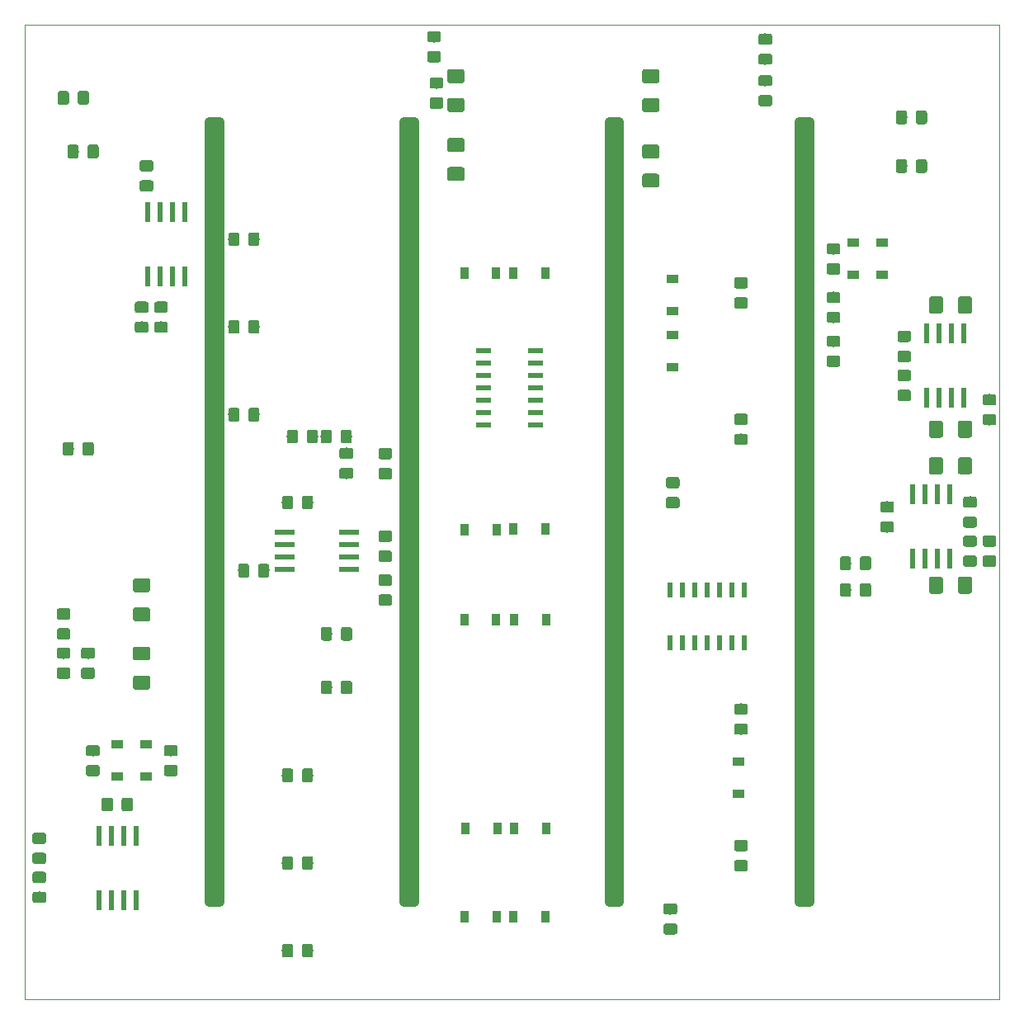
<source format=gbr>
%TF.GenerationSoftware,KiCad,Pcbnew,(5.1.0)-1*%
%TF.CreationDate,2019-04-22T15:03:31+02:00*%
%TF.ProjectId,Kicad_LFO_1,4b696361-645f-44c4-964f-5f312e6b6963,Rev A*%
%TF.SameCoordinates,Original*%
%TF.FileFunction,Paste,Bot*%
%TF.FilePolarity,Positive*%
%FSLAX46Y46*%
G04 Gerber Fmt 4.6, Leading zero omitted, Abs format (unit mm)*
G04 Created by KiCad (PCBNEW (5.1.0)-1) date 2019-04-22 15:03:31*
%MOMM*%
%LPD*%
G04 APERTURE LIST*
%ADD10C,1.000000*%
%ADD11C,0.050000*%
%ADD12C,0.150000*%
%ADD13C,1.150000*%
%ADD14R,0.550000X2.000000*%
%ADD15C,1.425000*%
%ADD16R,1.200000X0.900000*%
%ADD17R,2.000000X0.550000*%
%ADD18R,0.900000X1.200000*%
%ADD19R,1.500000X0.600000*%
%ADD20R,0.600000X1.500000*%
G04 APERTURE END LIST*
D10*
X111000000Y-60000000D02*
X111000000Y-140000000D01*
X110000000Y-140000000D02*
X111000000Y-140000000D01*
X110000000Y-60000000D02*
X111000000Y-60000000D01*
X110000000Y-140000000D02*
X110000000Y-60000000D01*
X129500000Y-140000000D02*
X130500000Y-140000000D01*
X130500000Y-60000000D02*
X130500000Y-140000000D01*
X129500000Y-60000000D02*
X130500000Y-60000000D01*
X129500000Y-140000000D02*
X129500000Y-60000000D01*
X90000000Y-60000000D02*
X90000000Y-140000000D01*
X89000000Y-60000000D02*
X90000000Y-60000000D01*
X89000000Y-140000000D02*
X90000000Y-140000000D01*
X89000000Y-140000000D02*
X89000000Y-60000000D01*
X69000000Y-60000000D02*
X70000000Y-60000000D01*
X69000000Y-140000000D02*
X69000000Y-60000000D01*
X69000000Y-140000000D02*
X70000000Y-140000000D01*
X70000000Y-60000000D02*
X70000000Y-140000000D01*
D11*
X150000000Y-50000000D02*
X50000000Y-50000000D01*
X150000000Y-150000000D02*
X150000000Y-50000000D01*
X50000000Y-150000000D02*
X150000000Y-150000000D01*
X50000000Y-50000000D02*
X50000000Y-150000000D01*
D12*
G36*
X92724505Y-57451204D02*
G01*
X92748773Y-57454804D01*
X92772572Y-57460765D01*
X92795671Y-57469030D01*
X92817850Y-57479520D01*
X92838893Y-57492132D01*
X92858599Y-57506747D01*
X92876777Y-57523223D01*
X92893253Y-57541401D01*
X92907868Y-57561107D01*
X92920480Y-57582150D01*
X92930970Y-57604329D01*
X92939235Y-57627428D01*
X92945196Y-57651227D01*
X92948796Y-57675495D01*
X92950000Y-57699999D01*
X92950000Y-58350001D01*
X92948796Y-58374505D01*
X92945196Y-58398773D01*
X92939235Y-58422572D01*
X92930970Y-58445671D01*
X92920480Y-58467850D01*
X92907868Y-58488893D01*
X92893253Y-58508599D01*
X92876777Y-58526777D01*
X92858599Y-58543253D01*
X92838893Y-58557868D01*
X92817850Y-58570480D01*
X92795671Y-58580970D01*
X92772572Y-58589235D01*
X92748773Y-58595196D01*
X92724505Y-58598796D01*
X92700001Y-58600000D01*
X91799999Y-58600000D01*
X91775495Y-58598796D01*
X91751227Y-58595196D01*
X91727428Y-58589235D01*
X91704329Y-58580970D01*
X91682150Y-58570480D01*
X91661107Y-58557868D01*
X91641401Y-58543253D01*
X91623223Y-58526777D01*
X91606747Y-58508599D01*
X91592132Y-58488893D01*
X91579520Y-58467850D01*
X91569030Y-58445671D01*
X91560765Y-58422572D01*
X91554804Y-58398773D01*
X91551204Y-58374505D01*
X91550000Y-58350001D01*
X91550000Y-57699999D01*
X91551204Y-57675495D01*
X91554804Y-57651227D01*
X91560765Y-57627428D01*
X91569030Y-57604329D01*
X91579520Y-57582150D01*
X91592132Y-57561107D01*
X91606747Y-57541401D01*
X91623223Y-57523223D01*
X91641401Y-57506747D01*
X91661107Y-57492132D01*
X91682150Y-57479520D01*
X91704329Y-57469030D01*
X91727428Y-57460765D01*
X91751227Y-57454804D01*
X91775495Y-57451204D01*
X91799999Y-57450000D01*
X92700001Y-57450000D01*
X92724505Y-57451204D01*
X92724505Y-57451204D01*
G37*
D13*
X92250000Y-58025000D03*
D12*
G36*
X92724505Y-55401204D02*
G01*
X92748773Y-55404804D01*
X92772572Y-55410765D01*
X92795671Y-55419030D01*
X92817850Y-55429520D01*
X92838893Y-55442132D01*
X92858599Y-55456747D01*
X92876777Y-55473223D01*
X92893253Y-55491401D01*
X92907868Y-55511107D01*
X92920480Y-55532150D01*
X92930970Y-55554329D01*
X92939235Y-55577428D01*
X92945196Y-55601227D01*
X92948796Y-55625495D01*
X92950000Y-55649999D01*
X92950000Y-56300001D01*
X92948796Y-56324505D01*
X92945196Y-56348773D01*
X92939235Y-56372572D01*
X92930970Y-56395671D01*
X92920480Y-56417850D01*
X92907868Y-56438893D01*
X92893253Y-56458599D01*
X92876777Y-56476777D01*
X92858599Y-56493253D01*
X92838893Y-56507868D01*
X92817850Y-56520480D01*
X92795671Y-56530970D01*
X92772572Y-56539235D01*
X92748773Y-56545196D01*
X92724505Y-56548796D01*
X92700001Y-56550000D01*
X91799999Y-56550000D01*
X91775495Y-56548796D01*
X91751227Y-56545196D01*
X91727428Y-56539235D01*
X91704329Y-56530970D01*
X91682150Y-56520480D01*
X91661107Y-56507868D01*
X91641401Y-56493253D01*
X91623223Y-56476777D01*
X91606747Y-56458599D01*
X91592132Y-56438893D01*
X91579520Y-56417850D01*
X91569030Y-56395671D01*
X91560765Y-56372572D01*
X91554804Y-56348773D01*
X91551204Y-56324505D01*
X91550000Y-56300001D01*
X91550000Y-55649999D01*
X91551204Y-55625495D01*
X91554804Y-55601227D01*
X91560765Y-55577428D01*
X91569030Y-55554329D01*
X91579520Y-55532150D01*
X91592132Y-55511107D01*
X91606747Y-55491401D01*
X91623223Y-55473223D01*
X91641401Y-55456747D01*
X91661107Y-55442132D01*
X91682150Y-55429520D01*
X91704329Y-55419030D01*
X91727428Y-55410765D01*
X91751227Y-55404804D01*
X91775495Y-55401204D01*
X91799999Y-55400000D01*
X92700001Y-55400000D01*
X92724505Y-55401204D01*
X92724505Y-55401204D01*
G37*
D13*
X92250000Y-55975000D03*
D12*
G36*
X62974505Y-63901204D02*
G01*
X62998773Y-63904804D01*
X63022572Y-63910765D01*
X63045671Y-63919030D01*
X63067850Y-63929520D01*
X63088893Y-63942132D01*
X63108599Y-63956747D01*
X63126777Y-63973223D01*
X63143253Y-63991401D01*
X63157868Y-64011107D01*
X63170480Y-64032150D01*
X63180970Y-64054329D01*
X63189235Y-64077428D01*
X63195196Y-64101227D01*
X63198796Y-64125495D01*
X63200000Y-64149999D01*
X63200000Y-64800001D01*
X63198796Y-64824505D01*
X63195196Y-64848773D01*
X63189235Y-64872572D01*
X63180970Y-64895671D01*
X63170480Y-64917850D01*
X63157868Y-64938893D01*
X63143253Y-64958599D01*
X63126777Y-64976777D01*
X63108599Y-64993253D01*
X63088893Y-65007868D01*
X63067850Y-65020480D01*
X63045671Y-65030970D01*
X63022572Y-65039235D01*
X62998773Y-65045196D01*
X62974505Y-65048796D01*
X62950001Y-65050000D01*
X62049999Y-65050000D01*
X62025495Y-65048796D01*
X62001227Y-65045196D01*
X61977428Y-65039235D01*
X61954329Y-65030970D01*
X61932150Y-65020480D01*
X61911107Y-65007868D01*
X61891401Y-64993253D01*
X61873223Y-64976777D01*
X61856747Y-64958599D01*
X61842132Y-64938893D01*
X61829520Y-64917850D01*
X61819030Y-64895671D01*
X61810765Y-64872572D01*
X61804804Y-64848773D01*
X61801204Y-64824505D01*
X61800000Y-64800001D01*
X61800000Y-64149999D01*
X61801204Y-64125495D01*
X61804804Y-64101227D01*
X61810765Y-64077428D01*
X61819030Y-64054329D01*
X61829520Y-64032150D01*
X61842132Y-64011107D01*
X61856747Y-63991401D01*
X61873223Y-63973223D01*
X61891401Y-63956747D01*
X61911107Y-63942132D01*
X61932150Y-63929520D01*
X61954329Y-63919030D01*
X61977428Y-63910765D01*
X62001227Y-63904804D01*
X62025495Y-63901204D01*
X62049999Y-63900000D01*
X62950001Y-63900000D01*
X62974505Y-63901204D01*
X62974505Y-63901204D01*
G37*
D13*
X62500000Y-64475000D03*
D12*
G36*
X62974505Y-65951204D02*
G01*
X62998773Y-65954804D01*
X63022572Y-65960765D01*
X63045671Y-65969030D01*
X63067850Y-65979520D01*
X63088893Y-65992132D01*
X63108599Y-66006747D01*
X63126777Y-66023223D01*
X63143253Y-66041401D01*
X63157868Y-66061107D01*
X63170480Y-66082150D01*
X63180970Y-66104329D01*
X63189235Y-66127428D01*
X63195196Y-66151227D01*
X63198796Y-66175495D01*
X63200000Y-66199999D01*
X63200000Y-66850001D01*
X63198796Y-66874505D01*
X63195196Y-66898773D01*
X63189235Y-66922572D01*
X63180970Y-66945671D01*
X63170480Y-66967850D01*
X63157868Y-66988893D01*
X63143253Y-67008599D01*
X63126777Y-67026777D01*
X63108599Y-67043253D01*
X63088893Y-67057868D01*
X63067850Y-67070480D01*
X63045671Y-67080970D01*
X63022572Y-67089235D01*
X62998773Y-67095196D01*
X62974505Y-67098796D01*
X62950001Y-67100000D01*
X62049999Y-67100000D01*
X62025495Y-67098796D01*
X62001227Y-67095196D01*
X61977428Y-67089235D01*
X61954329Y-67080970D01*
X61932150Y-67070480D01*
X61911107Y-67057868D01*
X61891401Y-67043253D01*
X61873223Y-67026777D01*
X61856747Y-67008599D01*
X61842132Y-66988893D01*
X61829520Y-66967850D01*
X61819030Y-66945671D01*
X61810765Y-66922572D01*
X61804804Y-66898773D01*
X61801204Y-66874505D01*
X61800000Y-66850001D01*
X61800000Y-66199999D01*
X61801204Y-66175495D01*
X61804804Y-66151227D01*
X61810765Y-66127428D01*
X61819030Y-66104329D01*
X61829520Y-66082150D01*
X61842132Y-66061107D01*
X61856747Y-66041401D01*
X61873223Y-66023223D01*
X61891401Y-66006747D01*
X61911107Y-65992132D01*
X61932150Y-65979520D01*
X61954329Y-65969030D01*
X61977428Y-65960765D01*
X62001227Y-65954804D01*
X62025495Y-65951204D01*
X62049999Y-65950000D01*
X62950001Y-65950000D01*
X62974505Y-65951204D01*
X62974505Y-65951204D01*
G37*
D13*
X62500000Y-66525000D03*
D12*
G36*
X54824505Y-92801204D02*
G01*
X54848773Y-92804804D01*
X54872572Y-92810765D01*
X54895671Y-92819030D01*
X54917850Y-92829520D01*
X54938893Y-92842132D01*
X54958599Y-92856747D01*
X54976777Y-92873223D01*
X54993253Y-92891401D01*
X55007868Y-92911107D01*
X55020480Y-92932150D01*
X55030970Y-92954329D01*
X55039235Y-92977428D01*
X55045196Y-93001227D01*
X55048796Y-93025495D01*
X55050000Y-93049999D01*
X55050000Y-93950001D01*
X55048796Y-93974505D01*
X55045196Y-93998773D01*
X55039235Y-94022572D01*
X55030970Y-94045671D01*
X55020480Y-94067850D01*
X55007868Y-94088893D01*
X54993253Y-94108599D01*
X54976777Y-94126777D01*
X54958599Y-94143253D01*
X54938893Y-94157868D01*
X54917850Y-94170480D01*
X54895671Y-94180970D01*
X54872572Y-94189235D01*
X54848773Y-94195196D01*
X54824505Y-94198796D01*
X54800001Y-94200000D01*
X54149999Y-94200000D01*
X54125495Y-94198796D01*
X54101227Y-94195196D01*
X54077428Y-94189235D01*
X54054329Y-94180970D01*
X54032150Y-94170480D01*
X54011107Y-94157868D01*
X53991401Y-94143253D01*
X53973223Y-94126777D01*
X53956747Y-94108599D01*
X53942132Y-94088893D01*
X53929520Y-94067850D01*
X53919030Y-94045671D01*
X53910765Y-94022572D01*
X53904804Y-93998773D01*
X53901204Y-93974505D01*
X53900000Y-93950001D01*
X53900000Y-93049999D01*
X53901204Y-93025495D01*
X53904804Y-93001227D01*
X53910765Y-92977428D01*
X53919030Y-92954329D01*
X53929520Y-92932150D01*
X53942132Y-92911107D01*
X53956747Y-92891401D01*
X53973223Y-92873223D01*
X53991401Y-92856747D01*
X54011107Y-92842132D01*
X54032150Y-92829520D01*
X54054329Y-92819030D01*
X54077428Y-92810765D01*
X54101227Y-92804804D01*
X54125495Y-92801204D01*
X54149999Y-92800000D01*
X54800001Y-92800000D01*
X54824505Y-92801204D01*
X54824505Y-92801204D01*
G37*
D13*
X54475000Y-93500000D03*
D12*
G36*
X56874505Y-92801204D02*
G01*
X56898773Y-92804804D01*
X56922572Y-92810765D01*
X56945671Y-92819030D01*
X56967850Y-92829520D01*
X56988893Y-92842132D01*
X57008599Y-92856747D01*
X57026777Y-92873223D01*
X57043253Y-92891401D01*
X57057868Y-92911107D01*
X57070480Y-92932150D01*
X57080970Y-92954329D01*
X57089235Y-92977428D01*
X57095196Y-93001227D01*
X57098796Y-93025495D01*
X57100000Y-93049999D01*
X57100000Y-93950001D01*
X57098796Y-93974505D01*
X57095196Y-93998773D01*
X57089235Y-94022572D01*
X57080970Y-94045671D01*
X57070480Y-94067850D01*
X57057868Y-94088893D01*
X57043253Y-94108599D01*
X57026777Y-94126777D01*
X57008599Y-94143253D01*
X56988893Y-94157868D01*
X56967850Y-94170480D01*
X56945671Y-94180970D01*
X56922572Y-94189235D01*
X56898773Y-94195196D01*
X56874505Y-94198796D01*
X56850001Y-94200000D01*
X56199999Y-94200000D01*
X56175495Y-94198796D01*
X56151227Y-94195196D01*
X56127428Y-94189235D01*
X56104329Y-94180970D01*
X56082150Y-94170480D01*
X56061107Y-94157868D01*
X56041401Y-94143253D01*
X56023223Y-94126777D01*
X56006747Y-94108599D01*
X55992132Y-94088893D01*
X55979520Y-94067850D01*
X55969030Y-94045671D01*
X55960765Y-94022572D01*
X55954804Y-93998773D01*
X55951204Y-93974505D01*
X55950000Y-93950001D01*
X55950000Y-93049999D01*
X55951204Y-93025495D01*
X55954804Y-93001227D01*
X55960765Y-92977428D01*
X55969030Y-92954329D01*
X55979520Y-92932150D01*
X55992132Y-92911107D01*
X56006747Y-92891401D01*
X56023223Y-92873223D01*
X56041401Y-92856747D01*
X56061107Y-92842132D01*
X56082150Y-92829520D01*
X56104329Y-92819030D01*
X56127428Y-92810765D01*
X56151227Y-92804804D01*
X56175495Y-92801204D01*
X56199999Y-92800000D01*
X56850001Y-92800000D01*
X56874505Y-92801204D01*
X56874505Y-92801204D01*
G37*
D13*
X56525000Y-93500000D03*
D12*
G36*
X55324505Y-62301204D02*
G01*
X55348773Y-62304804D01*
X55372572Y-62310765D01*
X55395671Y-62319030D01*
X55417850Y-62329520D01*
X55438893Y-62342132D01*
X55458599Y-62356747D01*
X55476777Y-62373223D01*
X55493253Y-62391401D01*
X55507868Y-62411107D01*
X55520480Y-62432150D01*
X55530970Y-62454329D01*
X55539235Y-62477428D01*
X55545196Y-62501227D01*
X55548796Y-62525495D01*
X55550000Y-62549999D01*
X55550000Y-63450001D01*
X55548796Y-63474505D01*
X55545196Y-63498773D01*
X55539235Y-63522572D01*
X55530970Y-63545671D01*
X55520480Y-63567850D01*
X55507868Y-63588893D01*
X55493253Y-63608599D01*
X55476777Y-63626777D01*
X55458599Y-63643253D01*
X55438893Y-63657868D01*
X55417850Y-63670480D01*
X55395671Y-63680970D01*
X55372572Y-63689235D01*
X55348773Y-63695196D01*
X55324505Y-63698796D01*
X55300001Y-63700000D01*
X54649999Y-63700000D01*
X54625495Y-63698796D01*
X54601227Y-63695196D01*
X54577428Y-63689235D01*
X54554329Y-63680970D01*
X54532150Y-63670480D01*
X54511107Y-63657868D01*
X54491401Y-63643253D01*
X54473223Y-63626777D01*
X54456747Y-63608599D01*
X54442132Y-63588893D01*
X54429520Y-63567850D01*
X54419030Y-63545671D01*
X54410765Y-63522572D01*
X54404804Y-63498773D01*
X54401204Y-63474505D01*
X54400000Y-63450001D01*
X54400000Y-62549999D01*
X54401204Y-62525495D01*
X54404804Y-62501227D01*
X54410765Y-62477428D01*
X54419030Y-62454329D01*
X54429520Y-62432150D01*
X54442132Y-62411107D01*
X54456747Y-62391401D01*
X54473223Y-62373223D01*
X54491401Y-62356747D01*
X54511107Y-62342132D01*
X54532150Y-62329520D01*
X54554329Y-62319030D01*
X54577428Y-62310765D01*
X54601227Y-62304804D01*
X54625495Y-62301204D01*
X54649999Y-62300000D01*
X55300001Y-62300000D01*
X55324505Y-62301204D01*
X55324505Y-62301204D01*
G37*
D13*
X54975000Y-63000000D03*
D12*
G36*
X57374505Y-62301204D02*
G01*
X57398773Y-62304804D01*
X57422572Y-62310765D01*
X57445671Y-62319030D01*
X57467850Y-62329520D01*
X57488893Y-62342132D01*
X57508599Y-62356747D01*
X57526777Y-62373223D01*
X57543253Y-62391401D01*
X57557868Y-62411107D01*
X57570480Y-62432150D01*
X57580970Y-62454329D01*
X57589235Y-62477428D01*
X57595196Y-62501227D01*
X57598796Y-62525495D01*
X57600000Y-62549999D01*
X57600000Y-63450001D01*
X57598796Y-63474505D01*
X57595196Y-63498773D01*
X57589235Y-63522572D01*
X57580970Y-63545671D01*
X57570480Y-63567850D01*
X57557868Y-63588893D01*
X57543253Y-63608599D01*
X57526777Y-63626777D01*
X57508599Y-63643253D01*
X57488893Y-63657868D01*
X57467850Y-63670480D01*
X57445671Y-63680970D01*
X57422572Y-63689235D01*
X57398773Y-63695196D01*
X57374505Y-63698796D01*
X57350001Y-63700000D01*
X56699999Y-63700000D01*
X56675495Y-63698796D01*
X56651227Y-63695196D01*
X56627428Y-63689235D01*
X56604329Y-63680970D01*
X56582150Y-63670480D01*
X56561107Y-63657868D01*
X56541401Y-63643253D01*
X56523223Y-63626777D01*
X56506747Y-63608599D01*
X56492132Y-63588893D01*
X56479520Y-63567850D01*
X56469030Y-63545671D01*
X56460765Y-63522572D01*
X56454804Y-63498773D01*
X56451204Y-63474505D01*
X56450000Y-63450001D01*
X56450000Y-62549999D01*
X56451204Y-62525495D01*
X56454804Y-62501227D01*
X56460765Y-62477428D01*
X56469030Y-62454329D01*
X56479520Y-62432150D01*
X56492132Y-62411107D01*
X56506747Y-62391401D01*
X56523223Y-62373223D01*
X56541401Y-62356747D01*
X56561107Y-62342132D01*
X56582150Y-62329520D01*
X56604329Y-62319030D01*
X56627428Y-62310765D01*
X56651227Y-62304804D01*
X56675495Y-62301204D01*
X56699999Y-62300000D01*
X57350001Y-62300000D01*
X57374505Y-62301204D01*
X57374505Y-62301204D01*
G37*
D13*
X57025000Y-63000000D03*
D12*
G36*
X62474505Y-78401204D02*
G01*
X62498773Y-78404804D01*
X62522572Y-78410765D01*
X62545671Y-78419030D01*
X62567850Y-78429520D01*
X62588893Y-78442132D01*
X62608599Y-78456747D01*
X62626777Y-78473223D01*
X62643253Y-78491401D01*
X62657868Y-78511107D01*
X62670480Y-78532150D01*
X62680970Y-78554329D01*
X62689235Y-78577428D01*
X62695196Y-78601227D01*
X62698796Y-78625495D01*
X62700000Y-78649999D01*
X62700000Y-79300001D01*
X62698796Y-79324505D01*
X62695196Y-79348773D01*
X62689235Y-79372572D01*
X62680970Y-79395671D01*
X62670480Y-79417850D01*
X62657868Y-79438893D01*
X62643253Y-79458599D01*
X62626777Y-79476777D01*
X62608599Y-79493253D01*
X62588893Y-79507868D01*
X62567850Y-79520480D01*
X62545671Y-79530970D01*
X62522572Y-79539235D01*
X62498773Y-79545196D01*
X62474505Y-79548796D01*
X62450001Y-79550000D01*
X61549999Y-79550000D01*
X61525495Y-79548796D01*
X61501227Y-79545196D01*
X61477428Y-79539235D01*
X61454329Y-79530970D01*
X61432150Y-79520480D01*
X61411107Y-79507868D01*
X61391401Y-79493253D01*
X61373223Y-79476777D01*
X61356747Y-79458599D01*
X61342132Y-79438893D01*
X61329520Y-79417850D01*
X61319030Y-79395671D01*
X61310765Y-79372572D01*
X61304804Y-79348773D01*
X61301204Y-79324505D01*
X61300000Y-79300001D01*
X61300000Y-78649999D01*
X61301204Y-78625495D01*
X61304804Y-78601227D01*
X61310765Y-78577428D01*
X61319030Y-78554329D01*
X61329520Y-78532150D01*
X61342132Y-78511107D01*
X61356747Y-78491401D01*
X61373223Y-78473223D01*
X61391401Y-78456747D01*
X61411107Y-78442132D01*
X61432150Y-78429520D01*
X61454329Y-78419030D01*
X61477428Y-78410765D01*
X61501227Y-78404804D01*
X61525495Y-78401204D01*
X61549999Y-78400000D01*
X62450001Y-78400000D01*
X62474505Y-78401204D01*
X62474505Y-78401204D01*
G37*
D13*
X62000000Y-78975000D03*
D12*
G36*
X62474505Y-80451204D02*
G01*
X62498773Y-80454804D01*
X62522572Y-80460765D01*
X62545671Y-80469030D01*
X62567850Y-80479520D01*
X62588893Y-80492132D01*
X62608599Y-80506747D01*
X62626777Y-80523223D01*
X62643253Y-80541401D01*
X62657868Y-80561107D01*
X62670480Y-80582150D01*
X62680970Y-80604329D01*
X62689235Y-80627428D01*
X62695196Y-80651227D01*
X62698796Y-80675495D01*
X62700000Y-80699999D01*
X62700000Y-81350001D01*
X62698796Y-81374505D01*
X62695196Y-81398773D01*
X62689235Y-81422572D01*
X62680970Y-81445671D01*
X62670480Y-81467850D01*
X62657868Y-81488893D01*
X62643253Y-81508599D01*
X62626777Y-81526777D01*
X62608599Y-81543253D01*
X62588893Y-81557868D01*
X62567850Y-81570480D01*
X62545671Y-81580970D01*
X62522572Y-81589235D01*
X62498773Y-81595196D01*
X62474505Y-81598796D01*
X62450001Y-81600000D01*
X61549999Y-81600000D01*
X61525495Y-81598796D01*
X61501227Y-81595196D01*
X61477428Y-81589235D01*
X61454329Y-81580970D01*
X61432150Y-81570480D01*
X61411107Y-81557868D01*
X61391401Y-81543253D01*
X61373223Y-81526777D01*
X61356747Y-81508599D01*
X61342132Y-81488893D01*
X61329520Y-81467850D01*
X61319030Y-81445671D01*
X61310765Y-81422572D01*
X61304804Y-81398773D01*
X61301204Y-81374505D01*
X61300000Y-81350001D01*
X61300000Y-80699999D01*
X61301204Y-80675495D01*
X61304804Y-80651227D01*
X61310765Y-80627428D01*
X61319030Y-80604329D01*
X61329520Y-80582150D01*
X61342132Y-80561107D01*
X61356747Y-80541401D01*
X61373223Y-80523223D01*
X61391401Y-80506747D01*
X61411107Y-80492132D01*
X61432150Y-80479520D01*
X61454329Y-80469030D01*
X61477428Y-80460765D01*
X61501227Y-80454804D01*
X61525495Y-80451204D01*
X61549999Y-80450000D01*
X62450001Y-80450000D01*
X62474505Y-80451204D01*
X62474505Y-80451204D01*
G37*
D13*
X62000000Y-81025000D03*
D12*
G36*
X64474505Y-78401204D02*
G01*
X64498773Y-78404804D01*
X64522572Y-78410765D01*
X64545671Y-78419030D01*
X64567850Y-78429520D01*
X64588893Y-78442132D01*
X64608599Y-78456747D01*
X64626777Y-78473223D01*
X64643253Y-78491401D01*
X64657868Y-78511107D01*
X64670480Y-78532150D01*
X64680970Y-78554329D01*
X64689235Y-78577428D01*
X64695196Y-78601227D01*
X64698796Y-78625495D01*
X64700000Y-78649999D01*
X64700000Y-79300001D01*
X64698796Y-79324505D01*
X64695196Y-79348773D01*
X64689235Y-79372572D01*
X64680970Y-79395671D01*
X64670480Y-79417850D01*
X64657868Y-79438893D01*
X64643253Y-79458599D01*
X64626777Y-79476777D01*
X64608599Y-79493253D01*
X64588893Y-79507868D01*
X64567850Y-79520480D01*
X64545671Y-79530970D01*
X64522572Y-79539235D01*
X64498773Y-79545196D01*
X64474505Y-79548796D01*
X64450001Y-79550000D01*
X63549999Y-79550000D01*
X63525495Y-79548796D01*
X63501227Y-79545196D01*
X63477428Y-79539235D01*
X63454329Y-79530970D01*
X63432150Y-79520480D01*
X63411107Y-79507868D01*
X63391401Y-79493253D01*
X63373223Y-79476777D01*
X63356747Y-79458599D01*
X63342132Y-79438893D01*
X63329520Y-79417850D01*
X63319030Y-79395671D01*
X63310765Y-79372572D01*
X63304804Y-79348773D01*
X63301204Y-79324505D01*
X63300000Y-79300001D01*
X63300000Y-78649999D01*
X63301204Y-78625495D01*
X63304804Y-78601227D01*
X63310765Y-78577428D01*
X63319030Y-78554329D01*
X63329520Y-78532150D01*
X63342132Y-78511107D01*
X63356747Y-78491401D01*
X63373223Y-78473223D01*
X63391401Y-78456747D01*
X63411107Y-78442132D01*
X63432150Y-78429520D01*
X63454329Y-78419030D01*
X63477428Y-78410765D01*
X63501227Y-78404804D01*
X63525495Y-78401204D01*
X63549999Y-78400000D01*
X64450001Y-78400000D01*
X64474505Y-78401204D01*
X64474505Y-78401204D01*
G37*
D13*
X64000000Y-78975000D03*
D12*
G36*
X64474505Y-80451204D02*
G01*
X64498773Y-80454804D01*
X64522572Y-80460765D01*
X64545671Y-80469030D01*
X64567850Y-80479520D01*
X64588893Y-80492132D01*
X64608599Y-80506747D01*
X64626777Y-80523223D01*
X64643253Y-80541401D01*
X64657868Y-80561107D01*
X64670480Y-80582150D01*
X64680970Y-80604329D01*
X64689235Y-80627428D01*
X64695196Y-80651227D01*
X64698796Y-80675495D01*
X64700000Y-80699999D01*
X64700000Y-81350001D01*
X64698796Y-81374505D01*
X64695196Y-81398773D01*
X64689235Y-81422572D01*
X64680970Y-81445671D01*
X64670480Y-81467850D01*
X64657868Y-81488893D01*
X64643253Y-81508599D01*
X64626777Y-81526777D01*
X64608599Y-81543253D01*
X64588893Y-81557868D01*
X64567850Y-81570480D01*
X64545671Y-81580970D01*
X64522572Y-81589235D01*
X64498773Y-81595196D01*
X64474505Y-81598796D01*
X64450001Y-81600000D01*
X63549999Y-81600000D01*
X63525495Y-81598796D01*
X63501227Y-81595196D01*
X63477428Y-81589235D01*
X63454329Y-81580970D01*
X63432150Y-81570480D01*
X63411107Y-81557868D01*
X63391401Y-81543253D01*
X63373223Y-81526777D01*
X63356747Y-81508599D01*
X63342132Y-81488893D01*
X63329520Y-81467850D01*
X63319030Y-81445671D01*
X63310765Y-81422572D01*
X63304804Y-81398773D01*
X63301204Y-81374505D01*
X63300000Y-81350001D01*
X63300000Y-80699999D01*
X63301204Y-80675495D01*
X63304804Y-80651227D01*
X63310765Y-80627428D01*
X63319030Y-80604329D01*
X63329520Y-80582150D01*
X63342132Y-80561107D01*
X63356747Y-80541401D01*
X63373223Y-80523223D01*
X63391401Y-80506747D01*
X63411107Y-80492132D01*
X63432150Y-80479520D01*
X63454329Y-80469030D01*
X63477428Y-80460765D01*
X63501227Y-80454804D01*
X63525495Y-80451204D01*
X63549999Y-80450000D01*
X64450001Y-80450000D01*
X64474505Y-80451204D01*
X64474505Y-80451204D01*
G37*
D13*
X64000000Y-81025000D03*
D12*
G36*
X54324505Y-56801204D02*
G01*
X54348773Y-56804804D01*
X54372572Y-56810765D01*
X54395671Y-56819030D01*
X54417850Y-56829520D01*
X54438893Y-56842132D01*
X54458599Y-56856747D01*
X54476777Y-56873223D01*
X54493253Y-56891401D01*
X54507868Y-56911107D01*
X54520480Y-56932150D01*
X54530970Y-56954329D01*
X54539235Y-56977428D01*
X54545196Y-57001227D01*
X54548796Y-57025495D01*
X54550000Y-57049999D01*
X54550000Y-57950001D01*
X54548796Y-57974505D01*
X54545196Y-57998773D01*
X54539235Y-58022572D01*
X54530970Y-58045671D01*
X54520480Y-58067850D01*
X54507868Y-58088893D01*
X54493253Y-58108599D01*
X54476777Y-58126777D01*
X54458599Y-58143253D01*
X54438893Y-58157868D01*
X54417850Y-58170480D01*
X54395671Y-58180970D01*
X54372572Y-58189235D01*
X54348773Y-58195196D01*
X54324505Y-58198796D01*
X54300001Y-58200000D01*
X53649999Y-58200000D01*
X53625495Y-58198796D01*
X53601227Y-58195196D01*
X53577428Y-58189235D01*
X53554329Y-58180970D01*
X53532150Y-58170480D01*
X53511107Y-58157868D01*
X53491401Y-58143253D01*
X53473223Y-58126777D01*
X53456747Y-58108599D01*
X53442132Y-58088893D01*
X53429520Y-58067850D01*
X53419030Y-58045671D01*
X53410765Y-58022572D01*
X53404804Y-57998773D01*
X53401204Y-57974505D01*
X53400000Y-57950001D01*
X53400000Y-57049999D01*
X53401204Y-57025495D01*
X53404804Y-57001227D01*
X53410765Y-56977428D01*
X53419030Y-56954329D01*
X53429520Y-56932150D01*
X53442132Y-56911107D01*
X53456747Y-56891401D01*
X53473223Y-56873223D01*
X53491401Y-56856747D01*
X53511107Y-56842132D01*
X53532150Y-56829520D01*
X53554329Y-56819030D01*
X53577428Y-56810765D01*
X53601227Y-56804804D01*
X53625495Y-56801204D01*
X53649999Y-56800000D01*
X54300001Y-56800000D01*
X54324505Y-56801204D01*
X54324505Y-56801204D01*
G37*
D13*
X53975000Y-57500000D03*
D12*
G36*
X56374505Y-56801204D02*
G01*
X56398773Y-56804804D01*
X56422572Y-56810765D01*
X56445671Y-56819030D01*
X56467850Y-56829520D01*
X56488893Y-56842132D01*
X56508599Y-56856747D01*
X56526777Y-56873223D01*
X56543253Y-56891401D01*
X56557868Y-56911107D01*
X56570480Y-56932150D01*
X56580970Y-56954329D01*
X56589235Y-56977428D01*
X56595196Y-57001227D01*
X56598796Y-57025495D01*
X56600000Y-57049999D01*
X56600000Y-57950001D01*
X56598796Y-57974505D01*
X56595196Y-57998773D01*
X56589235Y-58022572D01*
X56580970Y-58045671D01*
X56570480Y-58067850D01*
X56557868Y-58088893D01*
X56543253Y-58108599D01*
X56526777Y-58126777D01*
X56508599Y-58143253D01*
X56488893Y-58157868D01*
X56467850Y-58170480D01*
X56445671Y-58180970D01*
X56422572Y-58189235D01*
X56398773Y-58195196D01*
X56374505Y-58198796D01*
X56350001Y-58200000D01*
X55699999Y-58200000D01*
X55675495Y-58198796D01*
X55651227Y-58195196D01*
X55627428Y-58189235D01*
X55604329Y-58180970D01*
X55582150Y-58170480D01*
X55561107Y-58157868D01*
X55541401Y-58143253D01*
X55523223Y-58126777D01*
X55506747Y-58108599D01*
X55492132Y-58088893D01*
X55479520Y-58067850D01*
X55469030Y-58045671D01*
X55460765Y-58022572D01*
X55454804Y-57998773D01*
X55451204Y-57974505D01*
X55450000Y-57950001D01*
X55450000Y-57049999D01*
X55451204Y-57025495D01*
X55454804Y-57001227D01*
X55460765Y-56977428D01*
X55469030Y-56954329D01*
X55479520Y-56932150D01*
X55492132Y-56911107D01*
X55506747Y-56891401D01*
X55523223Y-56873223D01*
X55541401Y-56856747D01*
X55561107Y-56842132D01*
X55582150Y-56829520D01*
X55604329Y-56819030D01*
X55627428Y-56810765D01*
X55651227Y-56804804D01*
X55675495Y-56801204D01*
X55699999Y-56800000D01*
X56350001Y-56800000D01*
X56374505Y-56801204D01*
X56374505Y-56801204D01*
G37*
D13*
X56025000Y-57500000D03*
D14*
X66405000Y-75800000D03*
X65135000Y-75800000D03*
X63865000Y-75800000D03*
X62595000Y-75800000D03*
X62595000Y-69200000D03*
X63865000Y-69200000D03*
X65135000Y-69200000D03*
X66405000Y-69200000D03*
X61405000Y-139800000D03*
X60135000Y-139800000D03*
X58865000Y-139800000D03*
X57595000Y-139800000D03*
X57595000Y-133200000D03*
X58865000Y-133200000D03*
X60135000Y-133200000D03*
X61405000Y-133200000D03*
D12*
G36*
X62649504Y-109776204D02*
G01*
X62673773Y-109779804D01*
X62697571Y-109785765D01*
X62720671Y-109794030D01*
X62742849Y-109804520D01*
X62763893Y-109817133D01*
X62783598Y-109831747D01*
X62801777Y-109848223D01*
X62818253Y-109866402D01*
X62832867Y-109886107D01*
X62845480Y-109907151D01*
X62855970Y-109929329D01*
X62864235Y-109952429D01*
X62870196Y-109976227D01*
X62873796Y-110000496D01*
X62875000Y-110025000D01*
X62875000Y-110950000D01*
X62873796Y-110974504D01*
X62870196Y-110998773D01*
X62864235Y-111022571D01*
X62855970Y-111045671D01*
X62845480Y-111067849D01*
X62832867Y-111088893D01*
X62818253Y-111108598D01*
X62801777Y-111126777D01*
X62783598Y-111143253D01*
X62763893Y-111157867D01*
X62742849Y-111170480D01*
X62720671Y-111180970D01*
X62697571Y-111189235D01*
X62673773Y-111195196D01*
X62649504Y-111198796D01*
X62625000Y-111200000D01*
X61375000Y-111200000D01*
X61350496Y-111198796D01*
X61326227Y-111195196D01*
X61302429Y-111189235D01*
X61279329Y-111180970D01*
X61257151Y-111170480D01*
X61236107Y-111157867D01*
X61216402Y-111143253D01*
X61198223Y-111126777D01*
X61181747Y-111108598D01*
X61167133Y-111088893D01*
X61154520Y-111067849D01*
X61144030Y-111045671D01*
X61135765Y-111022571D01*
X61129804Y-110998773D01*
X61126204Y-110974504D01*
X61125000Y-110950000D01*
X61125000Y-110025000D01*
X61126204Y-110000496D01*
X61129804Y-109976227D01*
X61135765Y-109952429D01*
X61144030Y-109929329D01*
X61154520Y-109907151D01*
X61167133Y-109886107D01*
X61181747Y-109866402D01*
X61198223Y-109848223D01*
X61216402Y-109831747D01*
X61236107Y-109817133D01*
X61257151Y-109804520D01*
X61279329Y-109794030D01*
X61302429Y-109785765D01*
X61326227Y-109779804D01*
X61350496Y-109776204D01*
X61375000Y-109775000D01*
X62625000Y-109775000D01*
X62649504Y-109776204D01*
X62649504Y-109776204D01*
G37*
D15*
X62000000Y-110487500D03*
D12*
G36*
X62649504Y-106801204D02*
G01*
X62673773Y-106804804D01*
X62697571Y-106810765D01*
X62720671Y-106819030D01*
X62742849Y-106829520D01*
X62763893Y-106842133D01*
X62783598Y-106856747D01*
X62801777Y-106873223D01*
X62818253Y-106891402D01*
X62832867Y-106911107D01*
X62845480Y-106932151D01*
X62855970Y-106954329D01*
X62864235Y-106977429D01*
X62870196Y-107001227D01*
X62873796Y-107025496D01*
X62875000Y-107050000D01*
X62875000Y-107975000D01*
X62873796Y-107999504D01*
X62870196Y-108023773D01*
X62864235Y-108047571D01*
X62855970Y-108070671D01*
X62845480Y-108092849D01*
X62832867Y-108113893D01*
X62818253Y-108133598D01*
X62801777Y-108151777D01*
X62783598Y-108168253D01*
X62763893Y-108182867D01*
X62742849Y-108195480D01*
X62720671Y-108205970D01*
X62697571Y-108214235D01*
X62673773Y-108220196D01*
X62649504Y-108223796D01*
X62625000Y-108225000D01*
X61375000Y-108225000D01*
X61350496Y-108223796D01*
X61326227Y-108220196D01*
X61302429Y-108214235D01*
X61279329Y-108205970D01*
X61257151Y-108195480D01*
X61236107Y-108182867D01*
X61216402Y-108168253D01*
X61198223Y-108151777D01*
X61181747Y-108133598D01*
X61167133Y-108113893D01*
X61154520Y-108092849D01*
X61144030Y-108070671D01*
X61135765Y-108047571D01*
X61129804Y-108023773D01*
X61126204Y-107999504D01*
X61125000Y-107975000D01*
X61125000Y-107050000D01*
X61126204Y-107025496D01*
X61129804Y-107001227D01*
X61135765Y-106977429D01*
X61144030Y-106954329D01*
X61154520Y-106932151D01*
X61167133Y-106911107D01*
X61181747Y-106891402D01*
X61198223Y-106873223D01*
X61216402Y-106856747D01*
X61236107Y-106842133D01*
X61257151Y-106829520D01*
X61279329Y-106819030D01*
X61302429Y-106810765D01*
X61326227Y-106804804D01*
X61350496Y-106801204D01*
X61375000Y-106800000D01*
X62625000Y-106800000D01*
X62649504Y-106801204D01*
X62649504Y-106801204D01*
G37*
D15*
X62000000Y-107512500D03*
D12*
G36*
X62649504Y-113801204D02*
G01*
X62673773Y-113804804D01*
X62697571Y-113810765D01*
X62720671Y-113819030D01*
X62742849Y-113829520D01*
X62763893Y-113842133D01*
X62783598Y-113856747D01*
X62801777Y-113873223D01*
X62818253Y-113891402D01*
X62832867Y-113911107D01*
X62845480Y-113932151D01*
X62855970Y-113954329D01*
X62864235Y-113977429D01*
X62870196Y-114001227D01*
X62873796Y-114025496D01*
X62875000Y-114050000D01*
X62875000Y-114975000D01*
X62873796Y-114999504D01*
X62870196Y-115023773D01*
X62864235Y-115047571D01*
X62855970Y-115070671D01*
X62845480Y-115092849D01*
X62832867Y-115113893D01*
X62818253Y-115133598D01*
X62801777Y-115151777D01*
X62783598Y-115168253D01*
X62763893Y-115182867D01*
X62742849Y-115195480D01*
X62720671Y-115205970D01*
X62697571Y-115214235D01*
X62673773Y-115220196D01*
X62649504Y-115223796D01*
X62625000Y-115225000D01*
X61375000Y-115225000D01*
X61350496Y-115223796D01*
X61326227Y-115220196D01*
X61302429Y-115214235D01*
X61279329Y-115205970D01*
X61257151Y-115195480D01*
X61236107Y-115182867D01*
X61216402Y-115168253D01*
X61198223Y-115151777D01*
X61181747Y-115133598D01*
X61167133Y-115113893D01*
X61154520Y-115092849D01*
X61144030Y-115070671D01*
X61135765Y-115047571D01*
X61129804Y-115023773D01*
X61126204Y-114999504D01*
X61125000Y-114975000D01*
X61125000Y-114050000D01*
X61126204Y-114025496D01*
X61129804Y-114001227D01*
X61135765Y-113977429D01*
X61144030Y-113954329D01*
X61154520Y-113932151D01*
X61167133Y-113911107D01*
X61181747Y-113891402D01*
X61198223Y-113873223D01*
X61216402Y-113856747D01*
X61236107Y-113842133D01*
X61257151Y-113829520D01*
X61279329Y-113819030D01*
X61302429Y-113810765D01*
X61326227Y-113804804D01*
X61350496Y-113801204D01*
X61375000Y-113800000D01*
X62625000Y-113800000D01*
X62649504Y-113801204D01*
X62649504Y-113801204D01*
G37*
D15*
X62000000Y-114512500D03*
D12*
G36*
X62649504Y-116776204D02*
G01*
X62673773Y-116779804D01*
X62697571Y-116785765D01*
X62720671Y-116794030D01*
X62742849Y-116804520D01*
X62763893Y-116817133D01*
X62783598Y-116831747D01*
X62801777Y-116848223D01*
X62818253Y-116866402D01*
X62832867Y-116886107D01*
X62845480Y-116907151D01*
X62855970Y-116929329D01*
X62864235Y-116952429D01*
X62870196Y-116976227D01*
X62873796Y-117000496D01*
X62875000Y-117025000D01*
X62875000Y-117950000D01*
X62873796Y-117974504D01*
X62870196Y-117998773D01*
X62864235Y-118022571D01*
X62855970Y-118045671D01*
X62845480Y-118067849D01*
X62832867Y-118088893D01*
X62818253Y-118108598D01*
X62801777Y-118126777D01*
X62783598Y-118143253D01*
X62763893Y-118157867D01*
X62742849Y-118170480D01*
X62720671Y-118180970D01*
X62697571Y-118189235D01*
X62673773Y-118195196D01*
X62649504Y-118198796D01*
X62625000Y-118200000D01*
X61375000Y-118200000D01*
X61350496Y-118198796D01*
X61326227Y-118195196D01*
X61302429Y-118189235D01*
X61279329Y-118180970D01*
X61257151Y-118170480D01*
X61236107Y-118157867D01*
X61216402Y-118143253D01*
X61198223Y-118126777D01*
X61181747Y-118108598D01*
X61167133Y-118088893D01*
X61154520Y-118067849D01*
X61144030Y-118045671D01*
X61135765Y-118022571D01*
X61129804Y-117998773D01*
X61126204Y-117974504D01*
X61125000Y-117950000D01*
X61125000Y-117025000D01*
X61126204Y-117000496D01*
X61129804Y-116976227D01*
X61135765Y-116952429D01*
X61144030Y-116929329D01*
X61154520Y-116907151D01*
X61167133Y-116886107D01*
X61181747Y-116866402D01*
X61198223Y-116848223D01*
X61216402Y-116831747D01*
X61236107Y-116817133D01*
X61257151Y-116804520D01*
X61279329Y-116794030D01*
X61302429Y-116785765D01*
X61326227Y-116779804D01*
X61350496Y-116776204D01*
X61375000Y-116775000D01*
X62625000Y-116775000D01*
X62649504Y-116776204D01*
X62649504Y-116776204D01*
G37*
D15*
X62000000Y-117487500D03*
D12*
G36*
X56974505Y-115951204D02*
G01*
X56998773Y-115954804D01*
X57022572Y-115960765D01*
X57045671Y-115969030D01*
X57067850Y-115979520D01*
X57088893Y-115992132D01*
X57108599Y-116006747D01*
X57126777Y-116023223D01*
X57143253Y-116041401D01*
X57157868Y-116061107D01*
X57170480Y-116082150D01*
X57180970Y-116104329D01*
X57189235Y-116127428D01*
X57195196Y-116151227D01*
X57198796Y-116175495D01*
X57200000Y-116199999D01*
X57200000Y-116850001D01*
X57198796Y-116874505D01*
X57195196Y-116898773D01*
X57189235Y-116922572D01*
X57180970Y-116945671D01*
X57170480Y-116967850D01*
X57157868Y-116988893D01*
X57143253Y-117008599D01*
X57126777Y-117026777D01*
X57108599Y-117043253D01*
X57088893Y-117057868D01*
X57067850Y-117070480D01*
X57045671Y-117080970D01*
X57022572Y-117089235D01*
X56998773Y-117095196D01*
X56974505Y-117098796D01*
X56950001Y-117100000D01*
X56049999Y-117100000D01*
X56025495Y-117098796D01*
X56001227Y-117095196D01*
X55977428Y-117089235D01*
X55954329Y-117080970D01*
X55932150Y-117070480D01*
X55911107Y-117057868D01*
X55891401Y-117043253D01*
X55873223Y-117026777D01*
X55856747Y-117008599D01*
X55842132Y-116988893D01*
X55829520Y-116967850D01*
X55819030Y-116945671D01*
X55810765Y-116922572D01*
X55804804Y-116898773D01*
X55801204Y-116874505D01*
X55800000Y-116850001D01*
X55800000Y-116199999D01*
X55801204Y-116175495D01*
X55804804Y-116151227D01*
X55810765Y-116127428D01*
X55819030Y-116104329D01*
X55829520Y-116082150D01*
X55842132Y-116061107D01*
X55856747Y-116041401D01*
X55873223Y-116023223D01*
X55891401Y-116006747D01*
X55911107Y-115992132D01*
X55932150Y-115979520D01*
X55954329Y-115969030D01*
X55977428Y-115960765D01*
X56001227Y-115954804D01*
X56025495Y-115951204D01*
X56049999Y-115950000D01*
X56950001Y-115950000D01*
X56974505Y-115951204D01*
X56974505Y-115951204D01*
G37*
D13*
X56500000Y-116525000D03*
D12*
G36*
X56974505Y-113901204D02*
G01*
X56998773Y-113904804D01*
X57022572Y-113910765D01*
X57045671Y-113919030D01*
X57067850Y-113929520D01*
X57088893Y-113942132D01*
X57108599Y-113956747D01*
X57126777Y-113973223D01*
X57143253Y-113991401D01*
X57157868Y-114011107D01*
X57170480Y-114032150D01*
X57180970Y-114054329D01*
X57189235Y-114077428D01*
X57195196Y-114101227D01*
X57198796Y-114125495D01*
X57200000Y-114149999D01*
X57200000Y-114800001D01*
X57198796Y-114824505D01*
X57195196Y-114848773D01*
X57189235Y-114872572D01*
X57180970Y-114895671D01*
X57170480Y-114917850D01*
X57157868Y-114938893D01*
X57143253Y-114958599D01*
X57126777Y-114976777D01*
X57108599Y-114993253D01*
X57088893Y-115007868D01*
X57067850Y-115020480D01*
X57045671Y-115030970D01*
X57022572Y-115039235D01*
X56998773Y-115045196D01*
X56974505Y-115048796D01*
X56950001Y-115050000D01*
X56049999Y-115050000D01*
X56025495Y-115048796D01*
X56001227Y-115045196D01*
X55977428Y-115039235D01*
X55954329Y-115030970D01*
X55932150Y-115020480D01*
X55911107Y-115007868D01*
X55891401Y-114993253D01*
X55873223Y-114976777D01*
X55856747Y-114958599D01*
X55842132Y-114938893D01*
X55829520Y-114917850D01*
X55819030Y-114895671D01*
X55810765Y-114872572D01*
X55804804Y-114848773D01*
X55801204Y-114824505D01*
X55800000Y-114800001D01*
X55800000Y-114149999D01*
X55801204Y-114125495D01*
X55804804Y-114101227D01*
X55810765Y-114077428D01*
X55819030Y-114054329D01*
X55829520Y-114032150D01*
X55842132Y-114011107D01*
X55856747Y-113991401D01*
X55873223Y-113973223D01*
X55891401Y-113956747D01*
X55911107Y-113942132D01*
X55932150Y-113929520D01*
X55954329Y-113919030D01*
X55977428Y-113910765D01*
X56001227Y-113904804D01*
X56025495Y-113901204D01*
X56049999Y-113900000D01*
X56950001Y-113900000D01*
X56974505Y-113901204D01*
X56974505Y-113901204D01*
G37*
D13*
X56500000Y-114475000D03*
D16*
X59500000Y-127150000D03*
X59500000Y-123850000D03*
X62500000Y-127150000D03*
X62500000Y-123850000D03*
D12*
G36*
X54474505Y-113901204D02*
G01*
X54498773Y-113904804D01*
X54522572Y-113910765D01*
X54545671Y-113919030D01*
X54567850Y-113929520D01*
X54588893Y-113942132D01*
X54608599Y-113956747D01*
X54626777Y-113973223D01*
X54643253Y-113991401D01*
X54657868Y-114011107D01*
X54670480Y-114032150D01*
X54680970Y-114054329D01*
X54689235Y-114077428D01*
X54695196Y-114101227D01*
X54698796Y-114125495D01*
X54700000Y-114149999D01*
X54700000Y-114800001D01*
X54698796Y-114824505D01*
X54695196Y-114848773D01*
X54689235Y-114872572D01*
X54680970Y-114895671D01*
X54670480Y-114917850D01*
X54657868Y-114938893D01*
X54643253Y-114958599D01*
X54626777Y-114976777D01*
X54608599Y-114993253D01*
X54588893Y-115007868D01*
X54567850Y-115020480D01*
X54545671Y-115030970D01*
X54522572Y-115039235D01*
X54498773Y-115045196D01*
X54474505Y-115048796D01*
X54450001Y-115050000D01*
X53549999Y-115050000D01*
X53525495Y-115048796D01*
X53501227Y-115045196D01*
X53477428Y-115039235D01*
X53454329Y-115030970D01*
X53432150Y-115020480D01*
X53411107Y-115007868D01*
X53391401Y-114993253D01*
X53373223Y-114976777D01*
X53356747Y-114958599D01*
X53342132Y-114938893D01*
X53329520Y-114917850D01*
X53319030Y-114895671D01*
X53310765Y-114872572D01*
X53304804Y-114848773D01*
X53301204Y-114824505D01*
X53300000Y-114800001D01*
X53300000Y-114149999D01*
X53301204Y-114125495D01*
X53304804Y-114101227D01*
X53310765Y-114077428D01*
X53319030Y-114054329D01*
X53329520Y-114032150D01*
X53342132Y-114011107D01*
X53356747Y-113991401D01*
X53373223Y-113973223D01*
X53391401Y-113956747D01*
X53411107Y-113942132D01*
X53432150Y-113929520D01*
X53454329Y-113919030D01*
X53477428Y-113910765D01*
X53501227Y-113904804D01*
X53525495Y-113901204D01*
X53549999Y-113900000D01*
X54450001Y-113900000D01*
X54474505Y-113901204D01*
X54474505Y-113901204D01*
G37*
D13*
X54000000Y-114475000D03*
D12*
G36*
X54474505Y-115951204D02*
G01*
X54498773Y-115954804D01*
X54522572Y-115960765D01*
X54545671Y-115969030D01*
X54567850Y-115979520D01*
X54588893Y-115992132D01*
X54608599Y-116006747D01*
X54626777Y-116023223D01*
X54643253Y-116041401D01*
X54657868Y-116061107D01*
X54670480Y-116082150D01*
X54680970Y-116104329D01*
X54689235Y-116127428D01*
X54695196Y-116151227D01*
X54698796Y-116175495D01*
X54700000Y-116199999D01*
X54700000Y-116850001D01*
X54698796Y-116874505D01*
X54695196Y-116898773D01*
X54689235Y-116922572D01*
X54680970Y-116945671D01*
X54670480Y-116967850D01*
X54657868Y-116988893D01*
X54643253Y-117008599D01*
X54626777Y-117026777D01*
X54608599Y-117043253D01*
X54588893Y-117057868D01*
X54567850Y-117070480D01*
X54545671Y-117080970D01*
X54522572Y-117089235D01*
X54498773Y-117095196D01*
X54474505Y-117098796D01*
X54450001Y-117100000D01*
X53549999Y-117100000D01*
X53525495Y-117098796D01*
X53501227Y-117095196D01*
X53477428Y-117089235D01*
X53454329Y-117080970D01*
X53432150Y-117070480D01*
X53411107Y-117057868D01*
X53391401Y-117043253D01*
X53373223Y-117026777D01*
X53356747Y-117008599D01*
X53342132Y-116988893D01*
X53329520Y-116967850D01*
X53319030Y-116945671D01*
X53310765Y-116922572D01*
X53304804Y-116898773D01*
X53301204Y-116874505D01*
X53300000Y-116850001D01*
X53300000Y-116199999D01*
X53301204Y-116175495D01*
X53304804Y-116151227D01*
X53310765Y-116127428D01*
X53319030Y-116104329D01*
X53329520Y-116082150D01*
X53342132Y-116061107D01*
X53356747Y-116041401D01*
X53373223Y-116023223D01*
X53391401Y-116006747D01*
X53411107Y-115992132D01*
X53432150Y-115979520D01*
X53454329Y-115969030D01*
X53477428Y-115960765D01*
X53501227Y-115954804D01*
X53525495Y-115951204D01*
X53549999Y-115950000D01*
X54450001Y-115950000D01*
X54474505Y-115951204D01*
X54474505Y-115951204D01*
G37*
D13*
X54000000Y-116525000D03*
D12*
G36*
X54474505Y-111926204D02*
G01*
X54498773Y-111929804D01*
X54522572Y-111935765D01*
X54545671Y-111944030D01*
X54567850Y-111954520D01*
X54588893Y-111967132D01*
X54608599Y-111981747D01*
X54626777Y-111998223D01*
X54643253Y-112016401D01*
X54657868Y-112036107D01*
X54670480Y-112057150D01*
X54680970Y-112079329D01*
X54689235Y-112102428D01*
X54695196Y-112126227D01*
X54698796Y-112150495D01*
X54700000Y-112174999D01*
X54700000Y-112825001D01*
X54698796Y-112849505D01*
X54695196Y-112873773D01*
X54689235Y-112897572D01*
X54680970Y-112920671D01*
X54670480Y-112942850D01*
X54657868Y-112963893D01*
X54643253Y-112983599D01*
X54626777Y-113001777D01*
X54608599Y-113018253D01*
X54588893Y-113032868D01*
X54567850Y-113045480D01*
X54545671Y-113055970D01*
X54522572Y-113064235D01*
X54498773Y-113070196D01*
X54474505Y-113073796D01*
X54450001Y-113075000D01*
X53549999Y-113075000D01*
X53525495Y-113073796D01*
X53501227Y-113070196D01*
X53477428Y-113064235D01*
X53454329Y-113055970D01*
X53432150Y-113045480D01*
X53411107Y-113032868D01*
X53391401Y-113018253D01*
X53373223Y-113001777D01*
X53356747Y-112983599D01*
X53342132Y-112963893D01*
X53329520Y-112942850D01*
X53319030Y-112920671D01*
X53310765Y-112897572D01*
X53304804Y-112873773D01*
X53301204Y-112849505D01*
X53300000Y-112825001D01*
X53300000Y-112174999D01*
X53301204Y-112150495D01*
X53304804Y-112126227D01*
X53310765Y-112102428D01*
X53319030Y-112079329D01*
X53329520Y-112057150D01*
X53342132Y-112036107D01*
X53356747Y-112016401D01*
X53373223Y-111998223D01*
X53391401Y-111981747D01*
X53411107Y-111967132D01*
X53432150Y-111954520D01*
X53454329Y-111944030D01*
X53477428Y-111935765D01*
X53501227Y-111929804D01*
X53525495Y-111926204D01*
X53549999Y-111925000D01*
X54450001Y-111925000D01*
X54474505Y-111926204D01*
X54474505Y-111926204D01*
G37*
D13*
X54000000Y-112500000D03*
D12*
G36*
X54474505Y-109876204D02*
G01*
X54498773Y-109879804D01*
X54522572Y-109885765D01*
X54545671Y-109894030D01*
X54567850Y-109904520D01*
X54588893Y-109917132D01*
X54608599Y-109931747D01*
X54626777Y-109948223D01*
X54643253Y-109966401D01*
X54657868Y-109986107D01*
X54670480Y-110007150D01*
X54680970Y-110029329D01*
X54689235Y-110052428D01*
X54695196Y-110076227D01*
X54698796Y-110100495D01*
X54700000Y-110124999D01*
X54700000Y-110775001D01*
X54698796Y-110799505D01*
X54695196Y-110823773D01*
X54689235Y-110847572D01*
X54680970Y-110870671D01*
X54670480Y-110892850D01*
X54657868Y-110913893D01*
X54643253Y-110933599D01*
X54626777Y-110951777D01*
X54608599Y-110968253D01*
X54588893Y-110982868D01*
X54567850Y-110995480D01*
X54545671Y-111005970D01*
X54522572Y-111014235D01*
X54498773Y-111020196D01*
X54474505Y-111023796D01*
X54450001Y-111025000D01*
X53549999Y-111025000D01*
X53525495Y-111023796D01*
X53501227Y-111020196D01*
X53477428Y-111014235D01*
X53454329Y-111005970D01*
X53432150Y-110995480D01*
X53411107Y-110982868D01*
X53391401Y-110968253D01*
X53373223Y-110951777D01*
X53356747Y-110933599D01*
X53342132Y-110913893D01*
X53329520Y-110892850D01*
X53319030Y-110870671D01*
X53310765Y-110847572D01*
X53304804Y-110823773D01*
X53301204Y-110799505D01*
X53300000Y-110775001D01*
X53300000Y-110124999D01*
X53301204Y-110100495D01*
X53304804Y-110076227D01*
X53310765Y-110052428D01*
X53319030Y-110029329D01*
X53329520Y-110007150D01*
X53342132Y-109986107D01*
X53356747Y-109966401D01*
X53373223Y-109948223D01*
X53391401Y-109931747D01*
X53411107Y-109917132D01*
X53432150Y-109904520D01*
X53454329Y-109894030D01*
X53477428Y-109885765D01*
X53501227Y-109879804D01*
X53525495Y-109876204D01*
X53549999Y-109875000D01*
X54450001Y-109875000D01*
X54474505Y-109876204D01*
X54474505Y-109876204D01*
G37*
D13*
X54000000Y-110450000D03*
D12*
G36*
X51974505Y-138951204D02*
G01*
X51998773Y-138954804D01*
X52022572Y-138960765D01*
X52045671Y-138969030D01*
X52067850Y-138979520D01*
X52088893Y-138992132D01*
X52108599Y-139006747D01*
X52126777Y-139023223D01*
X52143253Y-139041401D01*
X52157868Y-139061107D01*
X52170480Y-139082150D01*
X52180970Y-139104329D01*
X52189235Y-139127428D01*
X52195196Y-139151227D01*
X52198796Y-139175495D01*
X52200000Y-139199999D01*
X52200000Y-139850001D01*
X52198796Y-139874505D01*
X52195196Y-139898773D01*
X52189235Y-139922572D01*
X52180970Y-139945671D01*
X52170480Y-139967850D01*
X52157868Y-139988893D01*
X52143253Y-140008599D01*
X52126777Y-140026777D01*
X52108599Y-140043253D01*
X52088893Y-140057868D01*
X52067850Y-140070480D01*
X52045671Y-140080970D01*
X52022572Y-140089235D01*
X51998773Y-140095196D01*
X51974505Y-140098796D01*
X51950001Y-140100000D01*
X51049999Y-140100000D01*
X51025495Y-140098796D01*
X51001227Y-140095196D01*
X50977428Y-140089235D01*
X50954329Y-140080970D01*
X50932150Y-140070480D01*
X50911107Y-140057868D01*
X50891401Y-140043253D01*
X50873223Y-140026777D01*
X50856747Y-140008599D01*
X50842132Y-139988893D01*
X50829520Y-139967850D01*
X50819030Y-139945671D01*
X50810765Y-139922572D01*
X50804804Y-139898773D01*
X50801204Y-139874505D01*
X50800000Y-139850001D01*
X50800000Y-139199999D01*
X50801204Y-139175495D01*
X50804804Y-139151227D01*
X50810765Y-139127428D01*
X50819030Y-139104329D01*
X50829520Y-139082150D01*
X50842132Y-139061107D01*
X50856747Y-139041401D01*
X50873223Y-139023223D01*
X50891401Y-139006747D01*
X50911107Y-138992132D01*
X50932150Y-138979520D01*
X50954329Y-138969030D01*
X50977428Y-138960765D01*
X51001227Y-138954804D01*
X51025495Y-138951204D01*
X51049999Y-138950000D01*
X51950001Y-138950000D01*
X51974505Y-138951204D01*
X51974505Y-138951204D01*
G37*
D13*
X51500000Y-139525000D03*
D12*
G36*
X51974505Y-136901204D02*
G01*
X51998773Y-136904804D01*
X52022572Y-136910765D01*
X52045671Y-136919030D01*
X52067850Y-136929520D01*
X52088893Y-136942132D01*
X52108599Y-136956747D01*
X52126777Y-136973223D01*
X52143253Y-136991401D01*
X52157868Y-137011107D01*
X52170480Y-137032150D01*
X52180970Y-137054329D01*
X52189235Y-137077428D01*
X52195196Y-137101227D01*
X52198796Y-137125495D01*
X52200000Y-137149999D01*
X52200000Y-137800001D01*
X52198796Y-137824505D01*
X52195196Y-137848773D01*
X52189235Y-137872572D01*
X52180970Y-137895671D01*
X52170480Y-137917850D01*
X52157868Y-137938893D01*
X52143253Y-137958599D01*
X52126777Y-137976777D01*
X52108599Y-137993253D01*
X52088893Y-138007868D01*
X52067850Y-138020480D01*
X52045671Y-138030970D01*
X52022572Y-138039235D01*
X51998773Y-138045196D01*
X51974505Y-138048796D01*
X51950001Y-138050000D01*
X51049999Y-138050000D01*
X51025495Y-138048796D01*
X51001227Y-138045196D01*
X50977428Y-138039235D01*
X50954329Y-138030970D01*
X50932150Y-138020480D01*
X50911107Y-138007868D01*
X50891401Y-137993253D01*
X50873223Y-137976777D01*
X50856747Y-137958599D01*
X50842132Y-137938893D01*
X50829520Y-137917850D01*
X50819030Y-137895671D01*
X50810765Y-137872572D01*
X50804804Y-137848773D01*
X50801204Y-137824505D01*
X50800000Y-137800001D01*
X50800000Y-137149999D01*
X50801204Y-137125495D01*
X50804804Y-137101227D01*
X50810765Y-137077428D01*
X50819030Y-137054329D01*
X50829520Y-137032150D01*
X50842132Y-137011107D01*
X50856747Y-136991401D01*
X50873223Y-136973223D01*
X50891401Y-136956747D01*
X50911107Y-136942132D01*
X50932150Y-136929520D01*
X50954329Y-136919030D01*
X50977428Y-136910765D01*
X51001227Y-136904804D01*
X51025495Y-136901204D01*
X51049999Y-136900000D01*
X51950001Y-136900000D01*
X51974505Y-136901204D01*
X51974505Y-136901204D01*
G37*
D13*
X51500000Y-137475000D03*
D12*
G36*
X58824505Y-129301204D02*
G01*
X58848773Y-129304804D01*
X58872572Y-129310765D01*
X58895671Y-129319030D01*
X58917850Y-129329520D01*
X58938893Y-129342132D01*
X58958599Y-129356747D01*
X58976777Y-129373223D01*
X58993253Y-129391401D01*
X59007868Y-129411107D01*
X59020480Y-129432150D01*
X59030970Y-129454329D01*
X59039235Y-129477428D01*
X59045196Y-129501227D01*
X59048796Y-129525495D01*
X59050000Y-129549999D01*
X59050000Y-130450001D01*
X59048796Y-130474505D01*
X59045196Y-130498773D01*
X59039235Y-130522572D01*
X59030970Y-130545671D01*
X59020480Y-130567850D01*
X59007868Y-130588893D01*
X58993253Y-130608599D01*
X58976777Y-130626777D01*
X58958599Y-130643253D01*
X58938893Y-130657868D01*
X58917850Y-130670480D01*
X58895671Y-130680970D01*
X58872572Y-130689235D01*
X58848773Y-130695196D01*
X58824505Y-130698796D01*
X58800001Y-130700000D01*
X58149999Y-130700000D01*
X58125495Y-130698796D01*
X58101227Y-130695196D01*
X58077428Y-130689235D01*
X58054329Y-130680970D01*
X58032150Y-130670480D01*
X58011107Y-130657868D01*
X57991401Y-130643253D01*
X57973223Y-130626777D01*
X57956747Y-130608599D01*
X57942132Y-130588893D01*
X57929520Y-130567850D01*
X57919030Y-130545671D01*
X57910765Y-130522572D01*
X57904804Y-130498773D01*
X57901204Y-130474505D01*
X57900000Y-130450001D01*
X57900000Y-129549999D01*
X57901204Y-129525495D01*
X57904804Y-129501227D01*
X57910765Y-129477428D01*
X57919030Y-129454329D01*
X57929520Y-129432150D01*
X57942132Y-129411107D01*
X57956747Y-129391401D01*
X57973223Y-129373223D01*
X57991401Y-129356747D01*
X58011107Y-129342132D01*
X58032150Y-129329520D01*
X58054329Y-129319030D01*
X58077428Y-129310765D01*
X58101227Y-129304804D01*
X58125495Y-129301204D01*
X58149999Y-129300000D01*
X58800001Y-129300000D01*
X58824505Y-129301204D01*
X58824505Y-129301204D01*
G37*
D13*
X58475000Y-130000000D03*
D12*
G36*
X60874505Y-129301204D02*
G01*
X60898773Y-129304804D01*
X60922572Y-129310765D01*
X60945671Y-129319030D01*
X60967850Y-129329520D01*
X60988893Y-129342132D01*
X61008599Y-129356747D01*
X61026777Y-129373223D01*
X61043253Y-129391401D01*
X61057868Y-129411107D01*
X61070480Y-129432150D01*
X61080970Y-129454329D01*
X61089235Y-129477428D01*
X61095196Y-129501227D01*
X61098796Y-129525495D01*
X61100000Y-129549999D01*
X61100000Y-130450001D01*
X61098796Y-130474505D01*
X61095196Y-130498773D01*
X61089235Y-130522572D01*
X61080970Y-130545671D01*
X61070480Y-130567850D01*
X61057868Y-130588893D01*
X61043253Y-130608599D01*
X61026777Y-130626777D01*
X61008599Y-130643253D01*
X60988893Y-130657868D01*
X60967850Y-130670480D01*
X60945671Y-130680970D01*
X60922572Y-130689235D01*
X60898773Y-130695196D01*
X60874505Y-130698796D01*
X60850001Y-130700000D01*
X60199999Y-130700000D01*
X60175495Y-130698796D01*
X60151227Y-130695196D01*
X60127428Y-130689235D01*
X60104329Y-130680970D01*
X60082150Y-130670480D01*
X60061107Y-130657868D01*
X60041401Y-130643253D01*
X60023223Y-130626777D01*
X60006747Y-130608599D01*
X59992132Y-130588893D01*
X59979520Y-130567850D01*
X59969030Y-130545671D01*
X59960765Y-130522572D01*
X59954804Y-130498773D01*
X59951204Y-130474505D01*
X59950000Y-130450001D01*
X59950000Y-129549999D01*
X59951204Y-129525495D01*
X59954804Y-129501227D01*
X59960765Y-129477428D01*
X59969030Y-129454329D01*
X59979520Y-129432150D01*
X59992132Y-129411107D01*
X60006747Y-129391401D01*
X60023223Y-129373223D01*
X60041401Y-129356747D01*
X60061107Y-129342132D01*
X60082150Y-129329520D01*
X60104329Y-129319030D01*
X60127428Y-129310765D01*
X60151227Y-129304804D01*
X60175495Y-129301204D01*
X60199999Y-129300000D01*
X60850001Y-129300000D01*
X60874505Y-129301204D01*
X60874505Y-129301204D01*
G37*
D13*
X60525000Y-130000000D03*
D12*
G36*
X57474505Y-125951204D02*
G01*
X57498773Y-125954804D01*
X57522572Y-125960765D01*
X57545671Y-125969030D01*
X57567850Y-125979520D01*
X57588893Y-125992132D01*
X57608599Y-126006747D01*
X57626777Y-126023223D01*
X57643253Y-126041401D01*
X57657868Y-126061107D01*
X57670480Y-126082150D01*
X57680970Y-126104329D01*
X57689235Y-126127428D01*
X57695196Y-126151227D01*
X57698796Y-126175495D01*
X57700000Y-126199999D01*
X57700000Y-126850001D01*
X57698796Y-126874505D01*
X57695196Y-126898773D01*
X57689235Y-126922572D01*
X57680970Y-126945671D01*
X57670480Y-126967850D01*
X57657868Y-126988893D01*
X57643253Y-127008599D01*
X57626777Y-127026777D01*
X57608599Y-127043253D01*
X57588893Y-127057868D01*
X57567850Y-127070480D01*
X57545671Y-127080970D01*
X57522572Y-127089235D01*
X57498773Y-127095196D01*
X57474505Y-127098796D01*
X57450001Y-127100000D01*
X56549999Y-127100000D01*
X56525495Y-127098796D01*
X56501227Y-127095196D01*
X56477428Y-127089235D01*
X56454329Y-127080970D01*
X56432150Y-127070480D01*
X56411107Y-127057868D01*
X56391401Y-127043253D01*
X56373223Y-127026777D01*
X56356747Y-127008599D01*
X56342132Y-126988893D01*
X56329520Y-126967850D01*
X56319030Y-126945671D01*
X56310765Y-126922572D01*
X56304804Y-126898773D01*
X56301204Y-126874505D01*
X56300000Y-126850001D01*
X56300000Y-126199999D01*
X56301204Y-126175495D01*
X56304804Y-126151227D01*
X56310765Y-126127428D01*
X56319030Y-126104329D01*
X56329520Y-126082150D01*
X56342132Y-126061107D01*
X56356747Y-126041401D01*
X56373223Y-126023223D01*
X56391401Y-126006747D01*
X56411107Y-125992132D01*
X56432150Y-125979520D01*
X56454329Y-125969030D01*
X56477428Y-125960765D01*
X56501227Y-125954804D01*
X56525495Y-125951204D01*
X56549999Y-125950000D01*
X57450001Y-125950000D01*
X57474505Y-125951204D01*
X57474505Y-125951204D01*
G37*
D13*
X57000000Y-126525000D03*
D12*
G36*
X57474505Y-123901204D02*
G01*
X57498773Y-123904804D01*
X57522572Y-123910765D01*
X57545671Y-123919030D01*
X57567850Y-123929520D01*
X57588893Y-123942132D01*
X57608599Y-123956747D01*
X57626777Y-123973223D01*
X57643253Y-123991401D01*
X57657868Y-124011107D01*
X57670480Y-124032150D01*
X57680970Y-124054329D01*
X57689235Y-124077428D01*
X57695196Y-124101227D01*
X57698796Y-124125495D01*
X57700000Y-124149999D01*
X57700000Y-124800001D01*
X57698796Y-124824505D01*
X57695196Y-124848773D01*
X57689235Y-124872572D01*
X57680970Y-124895671D01*
X57670480Y-124917850D01*
X57657868Y-124938893D01*
X57643253Y-124958599D01*
X57626777Y-124976777D01*
X57608599Y-124993253D01*
X57588893Y-125007868D01*
X57567850Y-125020480D01*
X57545671Y-125030970D01*
X57522572Y-125039235D01*
X57498773Y-125045196D01*
X57474505Y-125048796D01*
X57450001Y-125050000D01*
X56549999Y-125050000D01*
X56525495Y-125048796D01*
X56501227Y-125045196D01*
X56477428Y-125039235D01*
X56454329Y-125030970D01*
X56432150Y-125020480D01*
X56411107Y-125007868D01*
X56391401Y-124993253D01*
X56373223Y-124976777D01*
X56356747Y-124958599D01*
X56342132Y-124938893D01*
X56329520Y-124917850D01*
X56319030Y-124895671D01*
X56310765Y-124872572D01*
X56304804Y-124848773D01*
X56301204Y-124824505D01*
X56300000Y-124800001D01*
X56300000Y-124149999D01*
X56301204Y-124125495D01*
X56304804Y-124101227D01*
X56310765Y-124077428D01*
X56319030Y-124054329D01*
X56329520Y-124032150D01*
X56342132Y-124011107D01*
X56356747Y-123991401D01*
X56373223Y-123973223D01*
X56391401Y-123956747D01*
X56411107Y-123942132D01*
X56432150Y-123929520D01*
X56454329Y-123919030D01*
X56477428Y-123910765D01*
X56501227Y-123904804D01*
X56525495Y-123901204D01*
X56549999Y-123900000D01*
X57450001Y-123900000D01*
X57474505Y-123901204D01*
X57474505Y-123901204D01*
G37*
D13*
X57000000Y-124475000D03*
D12*
G36*
X65474505Y-123901204D02*
G01*
X65498773Y-123904804D01*
X65522572Y-123910765D01*
X65545671Y-123919030D01*
X65567850Y-123929520D01*
X65588893Y-123942132D01*
X65608599Y-123956747D01*
X65626777Y-123973223D01*
X65643253Y-123991401D01*
X65657868Y-124011107D01*
X65670480Y-124032150D01*
X65680970Y-124054329D01*
X65689235Y-124077428D01*
X65695196Y-124101227D01*
X65698796Y-124125495D01*
X65700000Y-124149999D01*
X65700000Y-124800001D01*
X65698796Y-124824505D01*
X65695196Y-124848773D01*
X65689235Y-124872572D01*
X65680970Y-124895671D01*
X65670480Y-124917850D01*
X65657868Y-124938893D01*
X65643253Y-124958599D01*
X65626777Y-124976777D01*
X65608599Y-124993253D01*
X65588893Y-125007868D01*
X65567850Y-125020480D01*
X65545671Y-125030970D01*
X65522572Y-125039235D01*
X65498773Y-125045196D01*
X65474505Y-125048796D01*
X65450001Y-125050000D01*
X64549999Y-125050000D01*
X64525495Y-125048796D01*
X64501227Y-125045196D01*
X64477428Y-125039235D01*
X64454329Y-125030970D01*
X64432150Y-125020480D01*
X64411107Y-125007868D01*
X64391401Y-124993253D01*
X64373223Y-124976777D01*
X64356747Y-124958599D01*
X64342132Y-124938893D01*
X64329520Y-124917850D01*
X64319030Y-124895671D01*
X64310765Y-124872572D01*
X64304804Y-124848773D01*
X64301204Y-124824505D01*
X64300000Y-124800001D01*
X64300000Y-124149999D01*
X64301204Y-124125495D01*
X64304804Y-124101227D01*
X64310765Y-124077428D01*
X64319030Y-124054329D01*
X64329520Y-124032150D01*
X64342132Y-124011107D01*
X64356747Y-123991401D01*
X64373223Y-123973223D01*
X64391401Y-123956747D01*
X64411107Y-123942132D01*
X64432150Y-123929520D01*
X64454329Y-123919030D01*
X64477428Y-123910765D01*
X64501227Y-123904804D01*
X64525495Y-123901204D01*
X64549999Y-123900000D01*
X65450001Y-123900000D01*
X65474505Y-123901204D01*
X65474505Y-123901204D01*
G37*
D13*
X65000000Y-124475000D03*
D12*
G36*
X65474505Y-125951204D02*
G01*
X65498773Y-125954804D01*
X65522572Y-125960765D01*
X65545671Y-125969030D01*
X65567850Y-125979520D01*
X65588893Y-125992132D01*
X65608599Y-126006747D01*
X65626777Y-126023223D01*
X65643253Y-126041401D01*
X65657868Y-126061107D01*
X65670480Y-126082150D01*
X65680970Y-126104329D01*
X65689235Y-126127428D01*
X65695196Y-126151227D01*
X65698796Y-126175495D01*
X65700000Y-126199999D01*
X65700000Y-126850001D01*
X65698796Y-126874505D01*
X65695196Y-126898773D01*
X65689235Y-126922572D01*
X65680970Y-126945671D01*
X65670480Y-126967850D01*
X65657868Y-126988893D01*
X65643253Y-127008599D01*
X65626777Y-127026777D01*
X65608599Y-127043253D01*
X65588893Y-127057868D01*
X65567850Y-127070480D01*
X65545671Y-127080970D01*
X65522572Y-127089235D01*
X65498773Y-127095196D01*
X65474505Y-127098796D01*
X65450001Y-127100000D01*
X64549999Y-127100000D01*
X64525495Y-127098796D01*
X64501227Y-127095196D01*
X64477428Y-127089235D01*
X64454329Y-127080970D01*
X64432150Y-127070480D01*
X64411107Y-127057868D01*
X64391401Y-127043253D01*
X64373223Y-127026777D01*
X64356747Y-127008599D01*
X64342132Y-126988893D01*
X64329520Y-126967850D01*
X64319030Y-126945671D01*
X64310765Y-126922572D01*
X64304804Y-126898773D01*
X64301204Y-126874505D01*
X64300000Y-126850001D01*
X64300000Y-126199999D01*
X64301204Y-126175495D01*
X64304804Y-126151227D01*
X64310765Y-126127428D01*
X64319030Y-126104329D01*
X64329520Y-126082150D01*
X64342132Y-126061107D01*
X64356747Y-126041401D01*
X64373223Y-126023223D01*
X64391401Y-126006747D01*
X64411107Y-125992132D01*
X64432150Y-125979520D01*
X64454329Y-125969030D01*
X64477428Y-125960765D01*
X64501227Y-125954804D01*
X64525495Y-125951204D01*
X64549999Y-125950000D01*
X65450001Y-125950000D01*
X65474505Y-125951204D01*
X65474505Y-125951204D01*
G37*
D13*
X65000000Y-126525000D03*
D12*
G36*
X51974505Y-132901204D02*
G01*
X51998773Y-132904804D01*
X52022572Y-132910765D01*
X52045671Y-132919030D01*
X52067850Y-132929520D01*
X52088893Y-132942132D01*
X52108599Y-132956747D01*
X52126777Y-132973223D01*
X52143253Y-132991401D01*
X52157868Y-133011107D01*
X52170480Y-133032150D01*
X52180970Y-133054329D01*
X52189235Y-133077428D01*
X52195196Y-133101227D01*
X52198796Y-133125495D01*
X52200000Y-133149999D01*
X52200000Y-133800001D01*
X52198796Y-133824505D01*
X52195196Y-133848773D01*
X52189235Y-133872572D01*
X52180970Y-133895671D01*
X52170480Y-133917850D01*
X52157868Y-133938893D01*
X52143253Y-133958599D01*
X52126777Y-133976777D01*
X52108599Y-133993253D01*
X52088893Y-134007868D01*
X52067850Y-134020480D01*
X52045671Y-134030970D01*
X52022572Y-134039235D01*
X51998773Y-134045196D01*
X51974505Y-134048796D01*
X51950001Y-134050000D01*
X51049999Y-134050000D01*
X51025495Y-134048796D01*
X51001227Y-134045196D01*
X50977428Y-134039235D01*
X50954329Y-134030970D01*
X50932150Y-134020480D01*
X50911107Y-134007868D01*
X50891401Y-133993253D01*
X50873223Y-133976777D01*
X50856747Y-133958599D01*
X50842132Y-133938893D01*
X50829520Y-133917850D01*
X50819030Y-133895671D01*
X50810765Y-133872572D01*
X50804804Y-133848773D01*
X50801204Y-133824505D01*
X50800000Y-133800001D01*
X50800000Y-133149999D01*
X50801204Y-133125495D01*
X50804804Y-133101227D01*
X50810765Y-133077428D01*
X50819030Y-133054329D01*
X50829520Y-133032150D01*
X50842132Y-133011107D01*
X50856747Y-132991401D01*
X50873223Y-132973223D01*
X50891401Y-132956747D01*
X50911107Y-132942132D01*
X50932150Y-132929520D01*
X50954329Y-132919030D01*
X50977428Y-132910765D01*
X51001227Y-132904804D01*
X51025495Y-132901204D01*
X51049999Y-132900000D01*
X51950001Y-132900000D01*
X51974505Y-132901204D01*
X51974505Y-132901204D01*
G37*
D13*
X51500000Y-133475000D03*
D12*
G36*
X51974505Y-134951204D02*
G01*
X51998773Y-134954804D01*
X52022572Y-134960765D01*
X52045671Y-134969030D01*
X52067850Y-134979520D01*
X52088893Y-134992132D01*
X52108599Y-135006747D01*
X52126777Y-135023223D01*
X52143253Y-135041401D01*
X52157868Y-135061107D01*
X52170480Y-135082150D01*
X52180970Y-135104329D01*
X52189235Y-135127428D01*
X52195196Y-135151227D01*
X52198796Y-135175495D01*
X52200000Y-135199999D01*
X52200000Y-135850001D01*
X52198796Y-135874505D01*
X52195196Y-135898773D01*
X52189235Y-135922572D01*
X52180970Y-135945671D01*
X52170480Y-135967850D01*
X52157868Y-135988893D01*
X52143253Y-136008599D01*
X52126777Y-136026777D01*
X52108599Y-136043253D01*
X52088893Y-136057868D01*
X52067850Y-136070480D01*
X52045671Y-136080970D01*
X52022572Y-136089235D01*
X51998773Y-136095196D01*
X51974505Y-136098796D01*
X51950001Y-136100000D01*
X51049999Y-136100000D01*
X51025495Y-136098796D01*
X51001227Y-136095196D01*
X50977428Y-136089235D01*
X50954329Y-136080970D01*
X50932150Y-136070480D01*
X50911107Y-136057868D01*
X50891401Y-136043253D01*
X50873223Y-136026777D01*
X50856747Y-136008599D01*
X50842132Y-135988893D01*
X50829520Y-135967850D01*
X50819030Y-135945671D01*
X50810765Y-135922572D01*
X50804804Y-135898773D01*
X50801204Y-135874505D01*
X50800000Y-135850001D01*
X50800000Y-135199999D01*
X50801204Y-135175495D01*
X50804804Y-135151227D01*
X50810765Y-135127428D01*
X50819030Y-135104329D01*
X50829520Y-135082150D01*
X50842132Y-135061107D01*
X50856747Y-135041401D01*
X50873223Y-135023223D01*
X50891401Y-135006747D01*
X50911107Y-134992132D01*
X50932150Y-134979520D01*
X50954329Y-134969030D01*
X50977428Y-134960765D01*
X51001227Y-134954804D01*
X51025495Y-134951204D01*
X51049999Y-134950000D01*
X51950001Y-134950000D01*
X51974505Y-134951204D01*
X51974505Y-134951204D01*
G37*
D13*
X51500000Y-135525000D03*
D12*
G36*
X87474505Y-95476204D02*
G01*
X87498773Y-95479804D01*
X87522572Y-95485765D01*
X87545671Y-95494030D01*
X87567850Y-95504520D01*
X87588893Y-95517132D01*
X87608599Y-95531747D01*
X87626777Y-95548223D01*
X87643253Y-95566401D01*
X87657868Y-95586107D01*
X87670480Y-95607150D01*
X87680970Y-95629329D01*
X87689235Y-95652428D01*
X87695196Y-95676227D01*
X87698796Y-95700495D01*
X87700000Y-95724999D01*
X87700000Y-96375001D01*
X87698796Y-96399505D01*
X87695196Y-96423773D01*
X87689235Y-96447572D01*
X87680970Y-96470671D01*
X87670480Y-96492850D01*
X87657868Y-96513893D01*
X87643253Y-96533599D01*
X87626777Y-96551777D01*
X87608599Y-96568253D01*
X87588893Y-96582868D01*
X87567850Y-96595480D01*
X87545671Y-96605970D01*
X87522572Y-96614235D01*
X87498773Y-96620196D01*
X87474505Y-96623796D01*
X87450001Y-96625000D01*
X86549999Y-96625000D01*
X86525495Y-96623796D01*
X86501227Y-96620196D01*
X86477428Y-96614235D01*
X86454329Y-96605970D01*
X86432150Y-96595480D01*
X86411107Y-96582868D01*
X86391401Y-96568253D01*
X86373223Y-96551777D01*
X86356747Y-96533599D01*
X86342132Y-96513893D01*
X86329520Y-96492850D01*
X86319030Y-96470671D01*
X86310765Y-96447572D01*
X86304804Y-96423773D01*
X86301204Y-96399505D01*
X86300000Y-96375001D01*
X86300000Y-95724999D01*
X86301204Y-95700495D01*
X86304804Y-95676227D01*
X86310765Y-95652428D01*
X86319030Y-95629329D01*
X86329520Y-95607150D01*
X86342132Y-95586107D01*
X86356747Y-95566401D01*
X86373223Y-95548223D01*
X86391401Y-95531747D01*
X86411107Y-95517132D01*
X86432150Y-95504520D01*
X86454329Y-95494030D01*
X86477428Y-95485765D01*
X86501227Y-95479804D01*
X86525495Y-95476204D01*
X86549999Y-95475000D01*
X87450001Y-95475000D01*
X87474505Y-95476204D01*
X87474505Y-95476204D01*
G37*
D13*
X87000000Y-96050000D03*
D12*
G36*
X87474505Y-93426204D02*
G01*
X87498773Y-93429804D01*
X87522572Y-93435765D01*
X87545671Y-93444030D01*
X87567850Y-93454520D01*
X87588893Y-93467132D01*
X87608599Y-93481747D01*
X87626777Y-93498223D01*
X87643253Y-93516401D01*
X87657868Y-93536107D01*
X87670480Y-93557150D01*
X87680970Y-93579329D01*
X87689235Y-93602428D01*
X87695196Y-93626227D01*
X87698796Y-93650495D01*
X87700000Y-93674999D01*
X87700000Y-94325001D01*
X87698796Y-94349505D01*
X87695196Y-94373773D01*
X87689235Y-94397572D01*
X87680970Y-94420671D01*
X87670480Y-94442850D01*
X87657868Y-94463893D01*
X87643253Y-94483599D01*
X87626777Y-94501777D01*
X87608599Y-94518253D01*
X87588893Y-94532868D01*
X87567850Y-94545480D01*
X87545671Y-94555970D01*
X87522572Y-94564235D01*
X87498773Y-94570196D01*
X87474505Y-94573796D01*
X87450001Y-94575000D01*
X86549999Y-94575000D01*
X86525495Y-94573796D01*
X86501227Y-94570196D01*
X86477428Y-94564235D01*
X86454329Y-94555970D01*
X86432150Y-94545480D01*
X86411107Y-94532868D01*
X86391401Y-94518253D01*
X86373223Y-94501777D01*
X86356747Y-94483599D01*
X86342132Y-94463893D01*
X86329520Y-94442850D01*
X86319030Y-94420671D01*
X86310765Y-94397572D01*
X86304804Y-94373773D01*
X86301204Y-94349505D01*
X86300000Y-94325001D01*
X86300000Y-93674999D01*
X86301204Y-93650495D01*
X86304804Y-93626227D01*
X86310765Y-93602428D01*
X86319030Y-93579329D01*
X86329520Y-93557150D01*
X86342132Y-93536107D01*
X86356747Y-93516401D01*
X86373223Y-93498223D01*
X86391401Y-93481747D01*
X86411107Y-93467132D01*
X86432150Y-93454520D01*
X86454329Y-93444030D01*
X86477428Y-93435765D01*
X86501227Y-93429804D01*
X86525495Y-93426204D01*
X86549999Y-93425000D01*
X87450001Y-93425000D01*
X87474505Y-93426204D01*
X87474505Y-93426204D01*
G37*
D13*
X87000000Y-94000000D03*
D12*
G36*
X83474505Y-93401204D02*
G01*
X83498773Y-93404804D01*
X83522572Y-93410765D01*
X83545671Y-93419030D01*
X83567850Y-93429520D01*
X83588893Y-93442132D01*
X83608599Y-93456747D01*
X83626777Y-93473223D01*
X83643253Y-93491401D01*
X83657868Y-93511107D01*
X83670480Y-93532150D01*
X83680970Y-93554329D01*
X83689235Y-93577428D01*
X83695196Y-93601227D01*
X83698796Y-93625495D01*
X83700000Y-93649999D01*
X83700000Y-94300001D01*
X83698796Y-94324505D01*
X83695196Y-94348773D01*
X83689235Y-94372572D01*
X83680970Y-94395671D01*
X83670480Y-94417850D01*
X83657868Y-94438893D01*
X83643253Y-94458599D01*
X83626777Y-94476777D01*
X83608599Y-94493253D01*
X83588893Y-94507868D01*
X83567850Y-94520480D01*
X83545671Y-94530970D01*
X83522572Y-94539235D01*
X83498773Y-94545196D01*
X83474505Y-94548796D01*
X83450001Y-94550000D01*
X82549999Y-94550000D01*
X82525495Y-94548796D01*
X82501227Y-94545196D01*
X82477428Y-94539235D01*
X82454329Y-94530970D01*
X82432150Y-94520480D01*
X82411107Y-94507868D01*
X82391401Y-94493253D01*
X82373223Y-94476777D01*
X82356747Y-94458599D01*
X82342132Y-94438893D01*
X82329520Y-94417850D01*
X82319030Y-94395671D01*
X82310765Y-94372572D01*
X82304804Y-94348773D01*
X82301204Y-94324505D01*
X82300000Y-94300001D01*
X82300000Y-93649999D01*
X82301204Y-93625495D01*
X82304804Y-93601227D01*
X82310765Y-93577428D01*
X82319030Y-93554329D01*
X82329520Y-93532150D01*
X82342132Y-93511107D01*
X82356747Y-93491401D01*
X82373223Y-93473223D01*
X82391401Y-93456747D01*
X82411107Y-93442132D01*
X82432150Y-93429520D01*
X82454329Y-93419030D01*
X82477428Y-93410765D01*
X82501227Y-93404804D01*
X82525495Y-93401204D01*
X82549999Y-93400000D01*
X83450001Y-93400000D01*
X83474505Y-93401204D01*
X83474505Y-93401204D01*
G37*
D13*
X83000000Y-93975000D03*
D12*
G36*
X83474505Y-95451204D02*
G01*
X83498773Y-95454804D01*
X83522572Y-95460765D01*
X83545671Y-95469030D01*
X83567850Y-95479520D01*
X83588893Y-95492132D01*
X83608599Y-95506747D01*
X83626777Y-95523223D01*
X83643253Y-95541401D01*
X83657868Y-95561107D01*
X83670480Y-95582150D01*
X83680970Y-95604329D01*
X83689235Y-95627428D01*
X83695196Y-95651227D01*
X83698796Y-95675495D01*
X83700000Y-95699999D01*
X83700000Y-96350001D01*
X83698796Y-96374505D01*
X83695196Y-96398773D01*
X83689235Y-96422572D01*
X83680970Y-96445671D01*
X83670480Y-96467850D01*
X83657868Y-96488893D01*
X83643253Y-96508599D01*
X83626777Y-96526777D01*
X83608599Y-96543253D01*
X83588893Y-96557868D01*
X83567850Y-96570480D01*
X83545671Y-96580970D01*
X83522572Y-96589235D01*
X83498773Y-96595196D01*
X83474505Y-96598796D01*
X83450001Y-96600000D01*
X82549999Y-96600000D01*
X82525495Y-96598796D01*
X82501227Y-96595196D01*
X82477428Y-96589235D01*
X82454329Y-96580970D01*
X82432150Y-96570480D01*
X82411107Y-96557868D01*
X82391401Y-96543253D01*
X82373223Y-96526777D01*
X82356747Y-96508599D01*
X82342132Y-96488893D01*
X82329520Y-96467850D01*
X82319030Y-96445671D01*
X82310765Y-96422572D01*
X82304804Y-96398773D01*
X82301204Y-96374505D01*
X82300000Y-96350001D01*
X82300000Y-95699999D01*
X82301204Y-95675495D01*
X82304804Y-95651227D01*
X82310765Y-95627428D01*
X82319030Y-95604329D01*
X82329520Y-95582150D01*
X82342132Y-95561107D01*
X82356747Y-95541401D01*
X82373223Y-95523223D01*
X82391401Y-95506747D01*
X82411107Y-95492132D01*
X82432150Y-95479520D01*
X82454329Y-95469030D01*
X82477428Y-95460765D01*
X82501227Y-95454804D01*
X82525495Y-95451204D01*
X82549999Y-95450000D01*
X83450001Y-95450000D01*
X83474505Y-95451204D01*
X83474505Y-95451204D01*
G37*
D13*
X83000000Y-96025000D03*
D12*
G36*
X73874505Y-71301204D02*
G01*
X73898773Y-71304804D01*
X73922572Y-71310765D01*
X73945671Y-71319030D01*
X73967850Y-71329520D01*
X73988893Y-71342132D01*
X74008599Y-71356747D01*
X74026777Y-71373223D01*
X74043253Y-71391401D01*
X74057868Y-71411107D01*
X74070480Y-71432150D01*
X74080970Y-71454329D01*
X74089235Y-71477428D01*
X74095196Y-71501227D01*
X74098796Y-71525495D01*
X74100000Y-71549999D01*
X74100000Y-72450001D01*
X74098796Y-72474505D01*
X74095196Y-72498773D01*
X74089235Y-72522572D01*
X74080970Y-72545671D01*
X74070480Y-72567850D01*
X74057868Y-72588893D01*
X74043253Y-72608599D01*
X74026777Y-72626777D01*
X74008599Y-72643253D01*
X73988893Y-72657868D01*
X73967850Y-72670480D01*
X73945671Y-72680970D01*
X73922572Y-72689235D01*
X73898773Y-72695196D01*
X73874505Y-72698796D01*
X73850001Y-72700000D01*
X73199999Y-72700000D01*
X73175495Y-72698796D01*
X73151227Y-72695196D01*
X73127428Y-72689235D01*
X73104329Y-72680970D01*
X73082150Y-72670480D01*
X73061107Y-72657868D01*
X73041401Y-72643253D01*
X73023223Y-72626777D01*
X73006747Y-72608599D01*
X72992132Y-72588893D01*
X72979520Y-72567850D01*
X72969030Y-72545671D01*
X72960765Y-72522572D01*
X72954804Y-72498773D01*
X72951204Y-72474505D01*
X72950000Y-72450001D01*
X72950000Y-71549999D01*
X72951204Y-71525495D01*
X72954804Y-71501227D01*
X72960765Y-71477428D01*
X72969030Y-71454329D01*
X72979520Y-71432150D01*
X72992132Y-71411107D01*
X73006747Y-71391401D01*
X73023223Y-71373223D01*
X73041401Y-71356747D01*
X73061107Y-71342132D01*
X73082150Y-71329520D01*
X73104329Y-71319030D01*
X73127428Y-71310765D01*
X73151227Y-71304804D01*
X73175495Y-71301204D01*
X73199999Y-71300000D01*
X73850001Y-71300000D01*
X73874505Y-71301204D01*
X73874505Y-71301204D01*
G37*
D13*
X73525000Y-72000000D03*
D12*
G36*
X71824505Y-71301204D02*
G01*
X71848773Y-71304804D01*
X71872572Y-71310765D01*
X71895671Y-71319030D01*
X71917850Y-71329520D01*
X71938893Y-71342132D01*
X71958599Y-71356747D01*
X71976777Y-71373223D01*
X71993253Y-71391401D01*
X72007868Y-71411107D01*
X72020480Y-71432150D01*
X72030970Y-71454329D01*
X72039235Y-71477428D01*
X72045196Y-71501227D01*
X72048796Y-71525495D01*
X72050000Y-71549999D01*
X72050000Y-72450001D01*
X72048796Y-72474505D01*
X72045196Y-72498773D01*
X72039235Y-72522572D01*
X72030970Y-72545671D01*
X72020480Y-72567850D01*
X72007868Y-72588893D01*
X71993253Y-72608599D01*
X71976777Y-72626777D01*
X71958599Y-72643253D01*
X71938893Y-72657868D01*
X71917850Y-72670480D01*
X71895671Y-72680970D01*
X71872572Y-72689235D01*
X71848773Y-72695196D01*
X71824505Y-72698796D01*
X71800001Y-72700000D01*
X71149999Y-72700000D01*
X71125495Y-72698796D01*
X71101227Y-72695196D01*
X71077428Y-72689235D01*
X71054329Y-72680970D01*
X71032150Y-72670480D01*
X71011107Y-72657868D01*
X70991401Y-72643253D01*
X70973223Y-72626777D01*
X70956747Y-72608599D01*
X70942132Y-72588893D01*
X70929520Y-72567850D01*
X70919030Y-72545671D01*
X70910765Y-72522572D01*
X70904804Y-72498773D01*
X70901204Y-72474505D01*
X70900000Y-72450001D01*
X70900000Y-71549999D01*
X70901204Y-71525495D01*
X70904804Y-71501227D01*
X70910765Y-71477428D01*
X70919030Y-71454329D01*
X70929520Y-71432150D01*
X70942132Y-71411107D01*
X70956747Y-71391401D01*
X70973223Y-71373223D01*
X70991401Y-71356747D01*
X71011107Y-71342132D01*
X71032150Y-71329520D01*
X71054329Y-71319030D01*
X71077428Y-71310765D01*
X71101227Y-71304804D01*
X71125495Y-71301204D01*
X71149999Y-71300000D01*
X71800001Y-71300000D01*
X71824505Y-71301204D01*
X71824505Y-71301204D01*
G37*
D13*
X71475000Y-72000000D03*
D12*
G36*
X71824505Y-80301204D02*
G01*
X71848773Y-80304804D01*
X71872572Y-80310765D01*
X71895671Y-80319030D01*
X71917850Y-80329520D01*
X71938893Y-80342132D01*
X71958599Y-80356747D01*
X71976777Y-80373223D01*
X71993253Y-80391401D01*
X72007868Y-80411107D01*
X72020480Y-80432150D01*
X72030970Y-80454329D01*
X72039235Y-80477428D01*
X72045196Y-80501227D01*
X72048796Y-80525495D01*
X72050000Y-80549999D01*
X72050000Y-81450001D01*
X72048796Y-81474505D01*
X72045196Y-81498773D01*
X72039235Y-81522572D01*
X72030970Y-81545671D01*
X72020480Y-81567850D01*
X72007868Y-81588893D01*
X71993253Y-81608599D01*
X71976777Y-81626777D01*
X71958599Y-81643253D01*
X71938893Y-81657868D01*
X71917850Y-81670480D01*
X71895671Y-81680970D01*
X71872572Y-81689235D01*
X71848773Y-81695196D01*
X71824505Y-81698796D01*
X71800001Y-81700000D01*
X71149999Y-81700000D01*
X71125495Y-81698796D01*
X71101227Y-81695196D01*
X71077428Y-81689235D01*
X71054329Y-81680970D01*
X71032150Y-81670480D01*
X71011107Y-81657868D01*
X70991401Y-81643253D01*
X70973223Y-81626777D01*
X70956747Y-81608599D01*
X70942132Y-81588893D01*
X70929520Y-81567850D01*
X70919030Y-81545671D01*
X70910765Y-81522572D01*
X70904804Y-81498773D01*
X70901204Y-81474505D01*
X70900000Y-81450001D01*
X70900000Y-80549999D01*
X70901204Y-80525495D01*
X70904804Y-80501227D01*
X70910765Y-80477428D01*
X70919030Y-80454329D01*
X70929520Y-80432150D01*
X70942132Y-80411107D01*
X70956747Y-80391401D01*
X70973223Y-80373223D01*
X70991401Y-80356747D01*
X71011107Y-80342132D01*
X71032150Y-80329520D01*
X71054329Y-80319030D01*
X71077428Y-80310765D01*
X71101227Y-80304804D01*
X71125495Y-80301204D01*
X71149999Y-80300000D01*
X71800001Y-80300000D01*
X71824505Y-80301204D01*
X71824505Y-80301204D01*
G37*
D13*
X71475000Y-81000000D03*
D12*
G36*
X73874505Y-80301204D02*
G01*
X73898773Y-80304804D01*
X73922572Y-80310765D01*
X73945671Y-80319030D01*
X73967850Y-80329520D01*
X73988893Y-80342132D01*
X74008599Y-80356747D01*
X74026777Y-80373223D01*
X74043253Y-80391401D01*
X74057868Y-80411107D01*
X74070480Y-80432150D01*
X74080970Y-80454329D01*
X74089235Y-80477428D01*
X74095196Y-80501227D01*
X74098796Y-80525495D01*
X74100000Y-80549999D01*
X74100000Y-81450001D01*
X74098796Y-81474505D01*
X74095196Y-81498773D01*
X74089235Y-81522572D01*
X74080970Y-81545671D01*
X74070480Y-81567850D01*
X74057868Y-81588893D01*
X74043253Y-81608599D01*
X74026777Y-81626777D01*
X74008599Y-81643253D01*
X73988893Y-81657868D01*
X73967850Y-81670480D01*
X73945671Y-81680970D01*
X73922572Y-81689235D01*
X73898773Y-81695196D01*
X73874505Y-81698796D01*
X73850001Y-81700000D01*
X73199999Y-81700000D01*
X73175495Y-81698796D01*
X73151227Y-81695196D01*
X73127428Y-81689235D01*
X73104329Y-81680970D01*
X73082150Y-81670480D01*
X73061107Y-81657868D01*
X73041401Y-81643253D01*
X73023223Y-81626777D01*
X73006747Y-81608599D01*
X72992132Y-81588893D01*
X72979520Y-81567850D01*
X72969030Y-81545671D01*
X72960765Y-81522572D01*
X72954804Y-81498773D01*
X72951204Y-81474505D01*
X72950000Y-81450001D01*
X72950000Y-80549999D01*
X72951204Y-80525495D01*
X72954804Y-80501227D01*
X72960765Y-80477428D01*
X72969030Y-80454329D01*
X72979520Y-80432150D01*
X72992132Y-80411107D01*
X73006747Y-80391401D01*
X73023223Y-80373223D01*
X73041401Y-80356747D01*
X73061107Y-80342132D01*
X73082150Y-80329520D01*
X73104329Y-80319030D01*
X73127428Y-80310765D01*
X73151227Y-80304804D01*
X73175495Y-80301204D01*
X73199999Y-80300000D01*
X73850001Y-80300000D01*
X73874505Y-80301204D01*
X73874505Y-80301204D01*
G37*
D13*
X73525000Y-81000000D03*
D12*
G36*
X71824505Y-89301204D02*
G01*
X71848773Y-89304804D01*
X71872572Y-89310765D01*
X71895671Y-89319030D01*
X71917850Y-89329520D01*
X71938893Y-89342132D01*
X71958599Y-89356747D01*
X71976777Y-89373223D01*
X71993253Y-89391401D01*
X72007868Y-89411107D01*
X72020480Y-89432150D01*
X72030970Y-89454329D01*
X72039235Y-89477428D01*
X72045196Y-89501227D01*
X72048796Y-89525495D01*
X72050000Y-89549999D01*
X72050000Y-90450001D01*
X72048796Y-90474505D01*
X72045196Y-90498773D01*
X72039235Y-90522572D01*
X72030970Y-90545671D01*
X72020480Y-90567850D01*
X72007868Y-90588893D01*
X71993253Y-90608599D01*
X71976777Y-90626777D01*
X71958599Y-90643253D01*
X71938893Y-90657868D01*
X71917850Y-90670480D01*
X71895671Y-90680970D01*
X71872572Y-90689235D01*
X71848773Y-90695196D01*
X71824505Y-90698796D01*
X71800001Y-90700000D01*
X71149999Y-90700000D01*
X71125495Y-90698796D01*
X71101227Y-90695196D01*
X71077428Y-90689235D01*
X71054329Y-90680970D01*
X71032150Y-90670480D01*
X71011107Y-90657868D01*
X70991401Y-90643253D01*
X70973223Y-90626777D01*
X70956747Y-90608599D01*
X70942132Y-90588893D01*
X70929520Y-90567850D01*
X70919030Y-90545671D01*
X70910765Y-90522572D01*
X70904804Y-90498773D01*
X70901204Y-90474505D01*
X70900000Y-90450001D01*
X70900000Y-89549999D01*
X70901204Y-89525495D01*
X70904804Y-89501227D01*
X70910765Y-89477428D01*
X70919030Y-89454329D01*
X70929520Y-89432150D01*
X70942132Y-89411107D01*
X70956747Y-89391401D01*
X70973223Y-89373223D01*
X70991401Y-89356747D01*
X71011107Y-89342132D01*
X71032150Y-89329520D01*
X71054329Y-89319030D01*
X71077428Y-89310765D01*
X71101227Y-89304804D01*
X71125495Y-89301204D01*
X71149999Y-89300000D01*
X71800001Y-89300000D01*
X71824505Y-89301204D01*
X71824505Y-89301204D01*
G37*
D13*
X71475000Y-90000000D03*
D12*
G36*
X73874505Y-89301204D02*
G01*
X73898773Y-89304804D01*
X73922572Y-89310765D01*
X73945671Y-89319030D01*
X73967850Y-89329520D01*
X73988893Y-89342132D01*
X74008599Y-89356747D01*
X74026777Y-89373223D01*
X74043253Y-89391401D01*
X74057868Y-89411107D01*
X74070480Y-89432150D01*
X74080970Y-89454329D01*
X74089235Y-89477428D01*
X74095196Y-89501227D01*
X74098796Y-89525495D01*
X74100000Y-89549999D01*
X74100000Y-90450001D01*
X74098796Y-90474505D01*
X74095196Y-90498773D01*
X74089235Y-90522572D01*
X74080970Y-90545671D01*
X74070480Y-90567850D01*
X74057868Y-90588893D01*
X74043253Y-90608599D01*
X74026777Y-90626777D01*
X74008599Y-90643253D01*
X73988893Y-90657868D01*
X73967850Y-90670480D01*
X73945671Y-90680970D01*
X73922572Y-90689235D01*
X73898773Y-90695196D01*
X73874505Y-90698796D01*
X73850001Y-90700000D01*
X73199999Y-90700000D01*
X73175495Y-90698796D01*
X73151227Y-90695196D01*
X73127428Y-90689235D01*
X73104329Y-90680970D01*
X73082150Y-90670480D01*
X73061107Y-90657868D01*
X73041401Y-90643253D01*
X73023223Y-90626777D01*
X73006747Y-90608599D01*
X72992132Y-90588893D01*
X72979520Y-90567850D01*
X72969030Y-90545671D01*
X72960765Y-90522572D01*
X72954804Y-90498773D01*
X72951204Y-90474505D01*
X72950000Y-90450001D01*
X72950000Y-89549999D01*
X72951204Y-89525495D01*
X72954804Y-89501227D01*
X72960765Y-89477428D01*
X72969030Y-89454329D01*
X72979520Y-89432150D01*
X72992132Y-89411107D01*
X73006747Y-89391401D01*
X73023223Y-89373223D01*
X73041401Y-89356747D01*
X73061107Y-89342132D01*
X73082150Y-89329520D01*
X73104329Y-89319030D01*
X73127428Y-89310765D01*
X73151227Y-89304804D01*
X73175495Y-89301204D01*
X73199999Y-89300000D01*
X73850001Y-89300000D01*
X73874505Y-89301204D01*
X73874505Y-89301204D01*
G37*
D13*
X73525000Y-90000000D03*
D12*
G36*
X87474505Y-101901204D02*
G01*
X87498773Y-101904804D01*
X87522572Y-101910765D01*
X87545671Y-101919030D01*
X87567850Y-101929520D01*
X87588893Y-101942132D01*
X87608599Y-101956747D01*
X87626777Y-101973223D01*
X87643253Y-101991401D01*
X87657868Y-102011107D01*
X87670480Y-102032150D01*
X87680970Y-102054329D01*
X87689235Y-102077428D01*
X87695196Y-102101227D01*
X87698796Y-102125495D01*
X87700000Y-102149999D01*
X87700000Y-102800001D01*
X87698796Y-102824505D01*
X87695196Y-102848773D01*
X87689235Y-102872572D01*
X87680970Y-102895671D01*
X87670480Y-102917850D01*
X87657868Y-102938893D01*
X87643253Y-102958599D01*
X87626777Y-102976777D01*
X87608599Y-102993253D01*
X87588893Y-103007868D01*
X87567850Y-103020480D01*
X87545671Y-103030970D01*
X87522572Y-103039235D01*
X87498773Y-103045196D01*
X87474505Y-103048796D01*
X87450001Y-103050000D01*
X86549999Y-103050000D01*
X86525495Y-103048796D01*
X86501227Y-103045196D01*
X86477428Y-103039235D01*
X86454329Y-103030970D01*
X86432150Y-103020480D01*
X86411107Y-103007868D01*
X86391401Y-102993253D01*
X86373223Y-102976777D01*
X86356747Y-102958599D01*
X86342132Y-102938893D01*
X86329520Y-102917850D01*
X86319030Y-102895671D01*
X86310765Y-102872572D01*
X86304804Y-102848773D01*
X86301204Y-102824505D01*
X86300000Y-102800001D01*
X86300000Y-102149999D01*
X86301204Y-102125495D01*
X86304804Y-102101227D01*
X86310765Y-102077428D01*
X86319030Y-102054329D01*
X86329520Y-102032150D01*
X86342132Y-102011107D01*
X86356747Y-101991401D01*
X86373223Y-101973223D01*
X86391401Y-101956747D01*
X86411107Y-101942132D01*
X86432150Y-101929520D01*
X86454329Y-101919030D01*
X86477428Y-101910765D01*
X86501227Y-101904804D01*
X86525495Y-101901204D01*
X86549999Y-101900000D01*
X87450001Y-101900000D01*
X87474505Y-101901204D01*
X87474505Y-101901204D01*
G37*
D13*
X87000000Y-102475000D03*
D12*
G36*
X87474505Y-103951204D02*
G01*
X87498773Y-103954804D01*
X87522572Y-103960765D01*
X87545671Y-103969030D01*
X87567850Y-103979520D01*
X87588893Y-103992132D01*
X87608599Y-104006747D01*
X87626777Y-104023223D01*
X87643253Y-104041401D01*
X87657868Y-104061107D01*
X87670480Y-104082150D01*
X87680970Y-104104329D01*
X87689235Y-104127428D01*
X87695196Y-104151227D01*
X87698796Y-104175495D01*
X87700000Y-104199999D01*
X87700000Y-104850001D01*
X87698796Y-104874505D01*
X87695196Y-104898773D01*
X87689235Y-104922572D01*
X87680970Y-104945671D01*
X87670480Y-104967850D01*
X87657868Y-104988893D01*
X87643253Y-105008599D01*
X87626777Y-105026777D01*
X87608599Y-105043253D01*
X87588893Y-105057868D01*
X87567850Y-105070480D01*
X87545671Y-105080970D01*
X87522572Y-105089235D01*
X87498773Y-105095196D01*
X87474505Y-105098796D01*
X87450001Y-105100000D01*
X86549999Y-105100000D01*
X86525495Y-105098796D01*
X86501227Y-105095196D01*
X86477428Y-105089235D01*
X86454329Y-105080970D01*
X86432150Y-105070480D01*
X86411107Y-105057868D01*
X86391401Y-105043253D01*
X86373223Y-105026777D01*
X86356747Y-105008599D01*
X86342132Y-104988893D01*
X86329520Y-104967850D01*
X86319030Y-104945671D01*
X86310765Y-104922572D01*
X86304804Y-104898773D01*
X86301204Y-104874505D01*
X86300000Y-104850001D01*
X86300000Y-104199999D01*
X86301204Y-104175495D01*
X86304804Y-104151227D01*
X86310765Y-104127428D01*
X86319030Y-104104329D01*
X86329520Y-104082150D01*
X86342132Y-104061107D01*
X86356747Y-104041401D01*
X86373223Y-104023223D01*
X86391401Y-104006747D01*
X86411107Y-103992132D01*
X86432150Y-103979520D01*
X86454329Y-103969030D01*
X86477428Y-103960765D01*
X86501227Y-103954804D01*
X86525495Y-103951204D01*
X86549999Y-103950000D01*
X87450001Y-103950000D01*
X87474505Y-103951204D01*
X87474505Y-103951204D01*
G37*
D13*
X87000000Y-104525000D03*
D12*
G36*
X77324505Y-98301204D02*
G01*
X77348773Y-98304804D01*
X77372572Y-98310765D01*
X77395671Y-98319030D01*
X77417850Y-98329520D01*
X77438893Y-98342132D01*
X77458599Y-98356747D01*
X77476777Y-98373223D01*
X77493253Y-98391401D01*
X77507868Y-98411107D01*
X77520480Y-98432150D01*
X77530970Y-98454329D01*
X77539235Y-98477428D01*
X77545196Y-98501227D01*
X77548796Y-98525495D01*
X77550000Y-98549999D01*
X77550000Y-99450001D01*
X77548796Y-99474505D01*
X77545196Y-99498773D01*
X77539235Y-99522572D01*
X77530970Y-99545671D01*
X77520480Y-99567850D01*
X77507868Y-99588893D01*
X77493253Y-99608599D01*
X77476777Y-99626777D01*
X77458599Y-99643253D01*
X77438893Y-99657868D01*
X77417850Y-99670480D01*
X77395671Y-99680970D01*
X77372572Y-99689235D01*
X77348773Y-99695196D01*
X77324505Y-99698796D01*
X77300001Y-99700000D01*
X76649999Y-99700000D01*
X76625495Y-99698796D01*
X76601227Y-99695196D01*
X76577428Y-99689235D01*
X76554329Y-99680970D01*
X76532150Y-99670480D01*
X76511107Y-99657868D01*
X76491401Y-99643253D01*
X76473223Y-99626777D01*
X76456747Y-99608599D01*
X76442132Y-99588893D01*
X76429520Y-99567850D01*
X76419030Y-99545671D01*
X76410765Y-99522572D01*
X76404804Y-99498773D01*
X76401204Y-99474505D01*
X76400000Y-99450001D01*
X76400000Y-98549999D01*
X76401204Y-98525495D01*
X76404804Y-98501227D01*
X76410765Y-98477428D01*
X76419030Y-98454329D01*
X76429520Y-98432150D01*
X76442132Y-98411107D01*
X76456747Y-98391401D01*
X76473223Y-98373223D01*
X76491401Y-98356747D01*
X76511107Y-98342132D01*
X76532150Y-98329520D01*
X76554329Y-98319030D01*
X76577428Y-98310765D01*
X76601227Y-98304804D01*
X76625495Y-98301204D01*
X76649999Y-98300000D01*
X77300001Y-98300000D01*
X77324505Y-98301204D01*
X77324505Y-98301204D01*
G37*
D13*
X76975000Y-99000000D03*
D12*
G36*
X79374505Y-98301204D02*
G01*
X79398773Y-98304804D01*
X79422572Y-98310765D01*
X79445671Y-98319030D01*
X79467850Y-98329520D01*
X79488893Y-98342132D01*
X79508599Y-98356747D01*
X79526777Y-98373223D01*
X79543253Y-98391401D01*
X79557868Y-98411107D01*
X79570480Y-98432150D01*
X79580970Y-98454329D01*
X79589235Y-98477428D01*
X79595196Y-98501227D01*
X79598796Y-98525495D01*
X79600000Y-98549999D01*
X79600000Y-99450001D01*
X79598796Y-99474505D01*
X79595196Y-99498773D01*
X79589235Y-99522572D01*
X79580970Y-99545671D01*
X79570480Y-99567850D01*
X79557868Y-99588893D01*
X79543253Y-99608599D01*
X79526777Y-99626777D01*
X79508599Y-99643253D01*
X79488893Y-99657868D01*
X79467850Y-99670480D01*
X79445671Y-99680970D01*
X79422572Y-99689235D01*
X79398773Y-99695196D01*
X79374505Y-99698796D01*
X79350001Y-99700000D01*
X78699999Y-99700000D01*
X78675495Y-99698796D01*
X78651227Y-99695196D01*
X78627428Y-99689235D01*
X78604329Y-99680970D01*
X78582150Y-99670480D01*
X78561107Y-99657868D01*
X78541401Y-99643253D01*
X78523223Y-99626777D01*
X78506747Y-99608599D01*
X78492132Y-99588893D01*
X78479520Y-99567850D01*
X78469030Y-99545671D01*
X78460765Y-99522572D01*
X78454804Y-99498773D01*
X78451204Y-99474505D01*
X78450000Y-99450001D01*
X78450000Y-98549999D01*
X78451204Y-98525495D01*
X78454804Y-98501227D01*
X78460765Y-98477428D01*
X78469030Y-98454329D01*
X78479520Y-98432150D01*
X78492132Y-98411107D01*
X78506747Y-98391401D01*
X78523223Y-98373223D01*
X78541401Y-98356747D01*
X78561107Y-98342132D01*
X78582150Y-98329520D01*
X78604329Y-98319030D01*
X78627428Y-98310765D01*
X78651227Y-98304804D01*
X78675495Y-98301204D01*
X78699999Y-98300000D01*
X79350001Y-98300000D01*
X79374505Y-98301204D01*
X79374505Y-98301204D01*
G37*
D13*
X79025000Y-99000000D03*
D12*
G36*
X87474505Y-108451204D02*
G01*
X87498773Y-108454804D01*
X87522572Y-108460765D01*
X87545671Y-108469030D01*
X87567850Y-108479520D01*
X87588893Y-108492132D01*
X87608599Y-108506747D01*
X87626777Y-108523223D01*
X87643253Y-108541401D01*
X87657868Y-108561107D01*
X87670480Y-108582150D01*
X87680970Y-108604329D01*
X87689235Y-108627428D01*
X87695196Y-108651227D01*
X87698796Y-108675495D01*
X87700000Y-108699999D01*
X87700000Y-109350001D01*
X87698796Y-109374505D01*
X87695196Y-109398773D01*
X87689235Y-109422572D01*
X87680970Y-109445671D01*
X87670480Y-109467850D01*
X87657868Y-109488893D01*
X87643253Y-109508599D01*
X87626777Y-109526777D01*
X87608599Y-109543253D01*
X87588893Y-109557868D01*
X87567850Y-109570480D01*
X87545671Y-109580970D01*
X87522572Y-109589235D01*
X87498773Y-109595196D01*
X87474505Y-109598796D01*
X87450001Y-109600000D01*
X86549999Y-109600000D01*
X86525495Y-109598796D01*
X86501227Y-109595196D01*
X86477428Y-109589235D01*
X86454329Y-109580970D01*
X86432150Y-109570480D01*
X86411107Y-109557868D01*
X86391401Y-109543253D01*
X86373223Y-109526777D01*
X86356747Y-109508599D01*
X86342132Y-109488893D01*
X86329520Y-109467850D01*
X86319030Y-109445671D01*
X86310765Y-109422572D01*
X86304804Y-109398773D01*
X86301204Y-109374505D01*
X86300000Y-109350001D01*
X86300000Y-108699999D01*
X86301204Y-108675495D01*
X86304804Y-108651227D01*
X86310765Y-108627428D01*
X86319030Y-108604329D01*
X86329520Y-108582150D01*
X86342132Y-108561107D01*
X86356747Y-108541401D01*
X86373223Y-108523223D01*
X86391401Y-108506747D01*
X86411107Y-108492132D01*
X86432150Y-108479520D01*
X86454329Y-108469030D01*
X86477428Y-108460765D01*
X86501227Y-108454804D01*
X86525495Y-108451204D01*
X86549999Y-108450000D01*
X87450001Y-108450000D01*
X87474505Y-108451204D01*
X87474505Y-108451204D01*
G37*
D13*
X87000000Y-109025000D03*
D12*
G36*
X87474505Y-106401204D02*
G01*
X87498773Y-106404804D01*
X87522572Y-106410765D01*
X87545671Y-106419030D01*
X87567850Y-106429520D01*
X87588893Y-106442132D01*
X87608599Y-106456747D01*
X87626777Y-106473223D01*
X87643253Y-106491401D01*
X87657868Y-106511107D01*
X87670480Y-106532150D01*
X87680970Y-106554329D01*
X87689235Y-106577428D01*
X87695196Y-106601227D01*
X87698796Y-106625495D01*
X87700000Y-106649999D01*
X87700000Y-107300001D01*
X87698796Y-107324505D01*
X87695196Y-107348773D01*
X87689235Y-107372572D01*
X87680970Y-107395671D01*
X87670480Y-107417850D01*
X87657868Y-107438893D01*
X87643253Y-107458599D01*
X87626777Y-107476777D01*
X87608599Y-107493253D01*
X87588893Y-107507868D01*
X87567850Y-107520480D01*
X87545671Y-107530970D01*
X87522572Y-107539235D01*
X87498773Y-107545196D01*
X87474505Y-107548796D01*
X87450001Y-107550000D01*
X86549999Y-107550000D01*
X86525495Y-107548796D01*
X86501227Y-107545196D01*
X86477428Y-107539235D01*
X86454329Y-107530970D01*
X86432150Y-107520480D01*
X86411107Y-107507868D01*
X86391401Y-107493253D01*
X86373223Y-107476777D01*
X86356747Y-107458599D01*
X86342132Y-107438893D01*
X86329520Y-107417850D01*
X86319030Y-107395671D01*
X86310765Y-107372572D01*
X86304804Y-107348773D01*
X86301204Y-107324505D01*
X86300000Y-107300001D01*
X86300000Y-106649999D01*
X86301204Y-106625495D01*
X86304804Y-106601227D01*
X86310765Y-106577428D01*
X86319030Y-106554329D01*
X86329520Y-106532150D01*
X86342132Y-106511107D01*
X86356747Y-106491401D01*
X86373223Y-106473223D01*
X86391401Y-106456747D01*
X86411107Y-106442132D01*
X86432150Y-106429520D01*
X86454329Y-106419030D01*
X86477428Y-106410765D01*
X86501227Y-106404804D01*
X86525495Y-106401204D01*
X86549999Y-106400000D01*
X87450001Y-106400000D01*
X87474505Y-106401204D01*
X87474505Y-106401204D01*
G37*
D13*
X87000000Y-106975000D03*
D12*
G36*
X81324505Y-111801204D02*
G01*
X81348773Y-111804804D01*
X81372572Y-111810765D01*
X81395671Y-111819030D01*
X81417850Y-111829520D01*
X81438893Y-111842132D01*
X81458599Y-111856747D01*
X81476777Y-111873223D01*
X81493253Y-111891401D01*
X81507868Y-111911107D01*
X81520480Y-111932150D01*
X81530970Y-111954329D01*
X81539235Y-111977428D01*
X81545196Y-112001227D01*
X81548796Y-112025495D01*
X81550000Y-112049999D01*
X81550000Y-112950001D01*
X81548796Y-112974505D01*
X81545196Y-112998773D01*
X81539235Y-113022572D01*
X81530970Y-113045671D01*
X81520480Y-113067850D01*
X81507868Y-113088893D01*
X81493253Y-113108599D01*
X81476777Y-113126777D01*
X81458599Y-113143253D01*
X81438893Y-113157868D01*
X81417850Y-113170480D01*
X81395671Y-113180970D01*
X81372572Y-113189235D01*
X81348773Y-113195196D01*
X81324505Y-113198796D01*
X81300001Y-113200000D01*
X80649999Y-113200000D01*
X80625495Y-113198796D01*
X80601227Y-113195196D01*
X80577428Y-113189235D01*
X80554329Y-113180970D01*
X80532150Y-113170480D01*
X80511107Y-113157868D01*
X80491401Y-113143253D01*
X80473223Y-113126777D01*
X80456747Y-113108599D01*
X80442132Y-113088893D01*
X80429520Y-113067850D01*
X80419030Y-113045671D01*
X80410765Y-113022572D01*
X80404804Y-112998773D01*
X80401204Y-112974505D01*
X80400000Y-112950001D01*
X80400000Y-112049999D01*
X80401204Y-112025495D01*
X80404804Y-112001227D01*
X80410765Y-111977428D01*
X80419030Y-111954329D01*
X80429520Y-111932150D01*
X80442132Y-111911107D01*
X80456747Y-111891401D01*
X80473223Y-111873223D01*
X80491401Y-111856747D01*
X80511107Y-111842132D01*
X80532150Y-111829520D01*
X80554329Y-111819030D01*
X80577428Y-111810765D01*
X80601227Y-111804804D01*
X80625495Y-111801204D01*
X80649999Y-111800000D01*
X81300001Y-111800000D01*
X81324505Y-111801204D01*
X81324505Y-111801204D01*
G37*
D13*
X80975000Y-112500000D03*
D12*
G36*
X83374505Y-111801204D02*
G01*
X83398773Y-111804804D01*
X83422572Y-111810765D01*
X83445671Y-111819030D01*
X83467850Y-111829520D01*
X83488893Y-111842132D01*
X83508599Y-111856747D01*
X83526777Y-111873223D01*
X83543253Y-111891401D01*
X83557868Y-111911107D01*
X83570480Y-111932150D01*
X83580970Y-111954329D01*
X83589235Y-111977428D01*
X83595196Y-112001227D01*
X83598796Y-112025495D01*
X83600000Y-112049999D01*
X83600000Y-112950001D01*
X83598796Y-112974505D01*
X83595196Y-112998773D01*
X83589235Y-113022572D01*
X83580970Y-113045671D01*
X83570480Y-113067850D01*
X83557868Y-113088893D01*
X83543253Y-113108599D01*
X83526777Y-113126777D01*
X83508599Y-113143253D01*
X83488893Y-113157868D01*
X83467850Y-113170480D01*
X83445671Y-113180970D01*
X83422572Y-113189235D01*
X83398773Y-113195196D01*
X83374505Y-113198796D01*
X83350001Y-113200000D01*
X82699999Y-113200000D01*
X82675495Y-113198796D01*
X82651227Y-113195196D01*
X82627428Y-113189235D01*
X82604329Y-113180970D01*
X82582150Y-113170480D01*
X82561107Y-113157868D01*
X82541401Y-113143253D01*
X82523223Y-113126777D01*
X82506747Y-113108599D01*
X82492132Y-113088893D01*
X82479520Y-113067850D01*
X82469030Y-113045671D01*
X82460765Y-113022572D01*
X82454804Y-112998773D01*
X82451204Y-112974505D01*
X82450000Y-112950001D01*
X82450000Y-112049999D01*
X82451204Y-112025495D01*
X82454804Y-112001227D01*
X82460765Y-111977428D01*
X82469030Y-111954329D01*
X82479520Y-111932150D01*
X82492132Y-111911107D01*
X82506747Y-111891401D01*
X82523223Y-111873223D01*
X82541401Y-111856747D01*
X82561107Y-111842132D01*
X82582150Y-111829520D01*
X82604329Y-111819030D01*
X82627428Y-111810765D01*
X82651227Y-111804804D01*
X82675495Y-111801204D01*
X82699999Y-111800000D01*
X83350001Y-111800000D01*
X83374505Y-111801204D01*
X83374505Y-111801204D01*
G37*
D13*
X83025000Y-112500000D03*
D12*
G36*
X81324505Y-117301204D02*
G01*
X81348773Y-117304804D01*
X81372572Y-117310765D01*
X81395671Y-117319030D01*
X81417850Y-117329520D01*
X81438893Y-117342132D01*
X81458599Y-117356747D01*
X81476777Y-117373223D01*
X81493253Y-117391401D01*
X81507868Y-117411107D01*
X81520480Y-117432150D01*
X81530970Y-117454329D01*
X81539235Y-117477428D01*
X81545196Y-117501227D01*
X81548796Y-117525495D01*
X81550000Y-117549999D01*
X81550000Y-118450001D01*
X81548796Y-118474505D01*
X81545196Y-118498773D01*
X81539235Y-118522572D01*
X81530970Y-118545671D01*
X81520480Y-118567850D01*
X81507868Y-118588893D01*
X81493253Y-118608599D01*
X81476777Y-118626777D01*
X81458599Y-118643253D01*
X81438893Y-118657868D01*
X81417850Y-118670480D01*
X81395671Y-118680970D01*
X81372572Y-118689235D01*
X81348773Y-118695196D01*
X81324505Y-118698796D01*
X81300001Y-118700000D01*
X80649999Y-118700000D01*
X80625495Y-118698796D01*
X80601227Y-118695196D01*
X80577428Y-118689235D01*
X80554329Y-118680970D01*
X80532150Y-118670480D01*
X80511107Y-118657868D01*
X80491401Y-118643253D01*
X80473223Y-118626777D01*
X80456747Y-118608599D01*
X80442132Y-118588893D01*
X80429520Y-118567850D01*
X80419030Y-118545671D01*
X80410765Y-118522572D01*
X80404804Y-118498773D01*
X80401204Y-118474505D01*
X80400000Y-118450001D01*
X80400000Y-117549999D01*
X80401204Y-117525495D01*
X80404804Y-117501227D01*
X80410765Y-117477428D01*
X80419030Y-117454329D01*
X80429520Y-117432150D01*
X80442132Y-117411107D01*
X80456747Y-117391401D01*
X80473223Y-117373223D01*
X80491401Y-117356747D01*
X80511107Y-117342132D01*
X80532150Y-117329520D01*
X80554329Y-117319030D01*
X80577428Y-117310765D01*
X80601227Y-117304804D01*
X80625495Y-117301204D01*
X80649999Y-117300000D01*
X81300001Y-117300000D01*
X81324505Y-117301204D01*
X81324505Y-117301204D01*
G37*
D13*
X80975000Y-118000000D03*
D12*
G36*
X83374505Y-117301204D02*
G01*
X83398773Y-117304804D01*
X83422572Y-117310765D01*
X83445671Y-117319030D01*
X83467850Y-117329520D01*
X83488893Y-117342132D01*
X83508599Y-117356747D01*
X83526777Y-117373223D01*
X83543253Y-117391401D01*
X83557868Y-117411107D01*
X83570480Y-117432150D01*
X83580970Y-117454329D01*
X83589235Y-117477428D01*
X83595196Y-117501227D01*
X83598796Y-117525495D01*
X83600000Y-117549999D01*
X83600000Y-118450001D01*
X83598796Y-118474505D01*
X83595196Y-118498773D01*
X83589235Y-118522572D01*
X83580970Y-118545671D01*
X83570480Y-118567850D01*
X83557868Y-118588893D01*
X83543253Y-118608599D01*
X83526777Y-118626777D01*
X83508599Y-118643253D01*
X83488893Y-118657868D01*
X83467850Y-118670480D01*
X83445671Y-118680970D01*
X83422572Y-118689235D01*
X83398773Y-118695196D01*
X83374505Y-118698796D01*
X83350001Y-118700000D01*
X82699999Y-118700000D01*
X82675495Y-118698796D01*
X82651227Y-118695196D01*
X82627428Y-118689235D01*
X82604329Y-118680970D01*
X82582150Y-118670480D01*
X82561107Y-118657868D01*
X82541401Y-118643253D01*
X82523223Y-118626777D01*
X82506747Y-118608599D01*
X82492132Y-118588893D01*
X82479520Y-118567850D01*
X82469030Y-118545671D01*
X82460765Y-118522572D01*
X82454804Y-118498773D01*
X82451204Y-118474505D01*
X82450000Y-118450001D01*
X82450000Y-117549999D01*
X82451204Y-117525495D01*
X82454804Y-117501227D01*
X82460765Y-117477428D01*
X82469030Y-117454329D01*
X82479520Y-117432150D01*
X82492132Y-117411107D01*
X82506747Y-117391401D01*
X82523223Y-117373223D01*
X82541401Y-117356747D01*
X82561107Y-117342132D01*
X82582150Y-117329520D01*
X82604329Y-117319030D01*
X82627428Y-117310765D01*
X82651227Y-117304804D01*
X82675495Y-117301204D01*
X82699999Y-117300000D01*
X83350001Y-117300000D01*
X83374505Y-117301204D01*
X83374505Y-117301204D01*
G37*
D13*
X83025000Y-118000000D03*
D12*
G36*
X77324505Y-126301204D02*
G01*
X77348773Y-126304804D01*
X77372572Y-126310765D01*
X77395671Y-126319030D01*
X77417850Y-126329520D01*
X77438893Y-126342132D01*
X77458599Y-126356747D01*
X77476777Y-126373223D01*
X77493253Y-126391401D01*
X77507868Y-126411107D01*
X77520480Y-126432150D01*
X77530970Y-126454329D01*
X77539235Y-126477428D01*
X77545196Y-126501227D01*
X77548796Y-126525495D01*
X77550000Y-126549999D01*
X77550000Y-127450001D01*
X77548796Y-127474505D01*
X77545196Y-127498773D01*
X77539235Y-127522572D01*
X77530970Y-127545671D01*
X77520480Y-127567850D01*
X77507868Y-127588893D01*
X77493253Y-127608599D01*
X77476777Y-127626777D01*
X77458599Y-127643253D01*
X77438893Y-127657868D01*
X77417850Y-127670480D01*
X77395671Y-127680970D01*
X77372572Y-127689235D01*
X77348773Y-127695196D01*
X77324505Y-127698796D01*
X77300001Y-127700000D01*
X76649999Y-127700000D01*
X76625495Y-127698796D01*
X76601227Y-127695196D01*
X76577428Y-127689235D01*
X76554329Y-127680970D01*
X76532150Y-127670480D01*
X76511107Y-127657868D01*
X76491401Y-127643253D01*
X76473223Y-127626777D01*
X76456747Y-127608599D01*
X76442132Y-127588893D01*
X76429520Y-127567850D01*
X76419030Y-127545671D01*
X76410765Y-127522572D01*
X76404804Y-127498773D01*
X76401204Y-127474505D01*
X76400000Y-127450001D01*
X76400000Y-126549999D01*
X76401204Y-126525495D01*
X76404804Y-126501227D01*
X76410765Y-126477428D01*
X76419030Y-126454329D01*
X76429520Y-126432150D01*
X76442132Y-126411107D01*
X76456747Y-126391401D01*
X76473223Y-126373223D01*
X76491401Y-126356747D01*
X76511107Y-126342132D01*
X76532150Y-126329520D01*
X76554329Y-126319030D01*
X76577428Y-126310765D01*
X76601227Y-126304804D01*
X76625495Y-126301204D01*
X76649999Y-126300000D01*
X77300001Y-126300000D01*
X77324505Y-126301204D01*
X77324505Y-126301204D01*
G37*
D13*
X76975000Y-127000000D03*
D12*
G36*
X79374505Y-126301204D02*
G01*
X79398773Y-126304804D01*
X79422572Y-126310765D01*
X79445671Y-126319030D01*
X79467850Y-126329520D01*
X79488893Y-126342132D01*
X79508599Y-126356747D01*
X79526777Y-126373223D01*
X79543253Y-126391401D01*
X79557868Y-126411107D01*
X79570480Y-126432150D01*
X79580970Y-126454329D01*
X79589235Y-126477428D01*
X79595196Y-126501227D01*
X79598796Y-126525495D01*
X79600000Y-126549999D01*
X79600000Y-127450001D01*
X79598796Y-127474505D01*
X79595196Y-127498773D01*
X79589235Y-127522572D01*
X79580970Y-127545671D01*
X79570480Y-127567850D01*
X79557868Y-127588893D01*
X79543253Y-127608599D01*
X79526777Y-127626777D01*
X79508599Y-127643253D01*
X79488893Y-127657868D01*
X79467850Y-127670480D01*
X79445671Y-127680970D01*
X79422572Y-127689235D01*
X79398773Y-127695196D01*
X79374505Y-127698796D01*
X79350001Y-127700000D01*
X78699999Y-127700000D01*
X78675495Y-127698796D01*
X78651227Y-127695196D01*
X78627428Y-127689235D01*
X78604329Y-127680970D01*
X78582150Y-127670480D01*
X78561107Y-127657868D01*
X78541401Y-127643253D01*
X78523223Y-127626777D01*
X78506747Y-127608599D01*
X78492132Y-127588893D01*
X78479520Y-127567850D01*
X78469030Y-127545671D01*
X78460765Y-127522572D01*
X78454804Y-127498773D01*
X78451204Y-127474505D01*
X78450000Y-127450001D01*
X78450000Y-126549999D01*
X78451204Y-126525495D01*
X78454804Y-126501227D01*
X78460765Y-126477428D01*
X78469030Y-126454329D01*
X78479520Y-126432150D01*
X78492132Y-126411107D01*
X78506747Y-126391401D01*
X78523223Y-126373223D01*
X78541401Y-126356747D01*
X78561107Y-126342132D01*
X78582150Y-126329520D01*
X78604329Y-126319030D01*
X78627428Y-126310765D01*
X78651227Y-126304804D01*
X78675495Y-126301204D01*
X78699999Y-126300000D01*
X79350001Y-126300000D01*
X79374505Y-126301204D01*
X79374505Y-126301204D01*
G37*
D13*
X79025000Y-127000000D03*
D12*
G36*
X74874505Y-105301204D02*
G01*
X74898773Y-105304804D01*
X74922572Y-105310765D01*
X74945671Y-105319030D01*
X74967850Y-105329520D01*
X74988893Y-105342132D01*
X75008599Y-105356747D01*
X75026777Y-105373223D01*
X75043253Y-105391401D01*
X75057868Y-105411107D01*
X75070480Y-105432150D01*
X75080970Y-105454329D01*
X75089235Y-105477428D01*
X75095196Y-105501227D01*
X75098796Y-105525495D01*
X75100000Y-105549999D01*
X75100000Y-106450001D01*
X75098796Y-106474505D01*
X75095196Y-106498773D01*
X75089235Y-106522572D01*
X75080970Y-106545671D01*
X75070480Y-106567850D01*
X75057868Y-106588893D01*
X75043253Y-106608599D01*
X75026777Y-106626777D01*
X75008599Y-106643253D01*
X74988893Y-106657868D01*
X74967850Y-106670480D01*
X74945671Y-106680970D01*
X74922572Y-106689235D01*
X74898773Y-106695196D01*
X74874505Y-106698796D01*
X74850001Y-106700000D01*
X74199999Y-106700000D01*
X74175495Y-106698796D01*
X74151227Y-106695196D01*
X74127428Y-106689235D01*
X74104329Y-106680970D01*
X74082150Y-106670480D01*
X74061107Y-106657868D01*
X74041401Y-106643253D01*
X74023223Y-106626777D01*
X74006747Y-106608599D01*
X73992132Y-106588893D01*
X73979520Y-106567850D01*
X73969030Y-106545671D01*
X73960765Y-106522572D01*
X73954804Y-106498773D01*
X73951204Y-106474505D01*
X73950000Y-106450001D01*
X73950000Y-105549999D01*
X73951204Y-105525495D01*
X73954804Y-105501227D01*
X73960765Y-105477428D01*
X73969030Y-105454329D01*
X73979520Y-105432150D01*
X73992132Y-105411107D01*
X74006747Y-105391401D01*
X74023223Y-105373223D01*
X74041401Y-105356747D01*
X74061107Y-105342132D01*
X74082150Y-105329520D01*
X74104329Y-105319030D01*
X74127428Y-105310765D01*
X74151227Y-105304804D01*
X74175495Y-105301204D01*
X74199999Y-105300000D01*
X74850001Y-105300000D01*
X74874505Y-105301204D01*
X74874505Y-105301204D01*
G37*
D13*
X74525000Y-106000000D03*
D12*
G36*
X72824505Y-105301204D02*
G01*
X72848773Y-105304804D01*
X72872572Y-105310765D01*
X72895671Y-105319030D01*
X72917850Y-105329520D01*
X72938893Y-105342132D01*
X72958599Y-105356747D01*
X72976777Y-105373223D01*
X72993253Y-105391401D01*
X73007868Y-105411107D01*
X73020480Y-105432150D01*
X73030970Y-105454329D01*
X73039235Y-105477428D01*
X73045196Y-105501227D01*
X73048796Y-105525495D01*
X73050000Y-105549999D01*
X73050000Y-106450001D01*
X73048796Y-106474505D01*
X73045196Y-106498773D01*
X73039235Y-106522572D01*
X73030970Y-106545671D01*
X73020480Y-106567850D01*
X73007868Y-106588893D01*
X72993253Y-106608599D01*
X72976777Y-106626777D01*
X72958599Y-106643253D01*
X72938893Y-106657868D01*
X72917850Y-106670480D01*
X72895671Y-106680970D01*
X72872572Y-106689235D01*
X72848773Y-106695196D01*
X72824505Y-106698796D01*
X72800001Y-106700000D01*
X72149999Y-106700000D01*
X72125495Y-106698796D01*
X72101227Y-106695196D01*
X72077428Y-106689235D01*
X72054329Y-106680970D01*
X72032150Y-106670480D01*
X72011107Y-106657868D01*
X71991401Y-106643253D01*
X71973223Y-106626777D01*
X71956747Y-106608599D01*
X71942132Y-106588893D01*
X71929520Y-106567850D01*
X71919030Y-106545671D01*
X71910765Y-106522572D01*
X71904804Y-106498773D01*
X71901204Y-106474505D01*
X71900000Y-106450001D01*
X71900000Y-105549999D01*
X71901204Y-105525495D01*
X71904804Y-105501227D01*
X71910765Y-105477428D01*
X71919030Y-105454329D01*
X71929520Y-105432150D01*
X71942132Y-105411107D01*
X71956747Y-105391401D01*
X71973223Y-105373223D01*
X71991401Y-105356747D01*
X72011107Y-105342132D01*
X72032150Y-105329520D01*
X72054329Y-105319030D01*
X72077428Y-105310765D01*
X72101227Y-105304804D01*
X72125495Y-105301204D01*
X72149999Y-105300000D01*
X72800001Y-105300000D01*
X72824505Y-105301204D01*
X72824505Y-105301204D01*
G37*
D13*
X72475000Y-106000000D03*
D12*
G36*
X77324505Y-135301204D02*
G01*
X77348773Y-135304804D01*
X77372572Y-135310765D01*
X77395671Y-135319030D01*
X77417850Y-135329520D01*
X77438893Y-135342132D01*
X77458599Y-135356747D01*
X77476777Y-135373223D01*
X77493253Y-135391401D01*
X77507868Y-135411107D01*
X77520480Y-135432150D01*
X77530970Y-135454329D01*
X77539235Y-135477428D01*
X77545196Y-135501227D01*
X77548796Y-135525495D01*
X77550000Y-135549999D01*
X77550000Y-136450001D01*
X77548796Y-136474505D01*
X77545196Y-136498773D01*
X77539235Y-136522572D01*
X77530970Y-136545671D01*
X77520480Y-136567850D01*
X77507868Y-136588893D01*
X77493253Y-136608599D01*
X77476777Y-136626777D01*
X77458599Y-136643253D01*
X77438893Y-136657868D01*
X77417850Y-136670480D01*
X77395671Y-136680970D01*
X77372572Y-136689235D01*
X77348773Y-136695196D01*
X77324505Y-136698796D01*
X77300001Y-136700000D01*
X76649999Y-136700000D01*
X76625495Y-136698796D01*
X76601227Y-136695196D01*
X76577428Y-136689235D01*
X76554329Y-136680970D01*
X76532150Y-136670480D01*
X76511107Y-136657868D01*
X76491401Y-136643253D01*
X76473223Y-136626777D01*
X76456747Y-136608599D01*
X76442132Y-136588893D01*
X76429520Y-136567850D01*
X76419030Y-136545671D01*
X76410765Y-136522572D01*
X76404804Y-136498773D01*
X76401204Y-136474505D01*
X76400000Y-136450001D01*
X76400000Y-135549999D01*
X76401204Y-135525495D01*
X76404804Y-135501227D01*
X76410765Y-135477428D01*
X76419030Y-135454329D01*
X76429520Y-135432150D01*
X76442132Y-135411107D01*
X76456747Y-135391401D01*
X76473223Y-135373223D01*
X76491401Y-135356747D01*
X76511107Y-135342132D01*
X76532150Y-135329520D01*
X76554329Y-135319030D01*
X76577428Y-135310765D01*
X76601227Y-135304804D01*
X76625495Y-135301204D01*
X76649999Y-135300000D01*
X77300001Y-135300000D01*
X77324505Y-135301204D01*
X77324505Y-135301204D01*
G37*
D13*
X76975000Y-136000000D03*
D12*
G36*
X79374505Y-135301204D02*
G01*
X79398773Y-135304804D01*
X79422572Y-135310765D01*
X79445671Y-135319030D01*
X79467850Y-135329520D01*
X79488893Y-135342132D01*
X79508599Y-135356747D01*
X79526777Y-135373223D01*
X79543253Y-135391401D01*
X79557868Y-135411107D01*
X79570480Y-135432150D01*
X79580970Y-135454329D01*
X79589235Y-135477428D01*
X79595196Y-135501227D01*
X79598796Y-135525495D01*
X79600000Y-135549999D01*
X79600000Y-136450001D01*
X79598796Y-136474505D01*
X79595196Y-136498773D01*
X79589235Y-136522572D01*
X79580970Y-136545671D01*
X79570480Y-136567850D01*
X79557868Y-136588893D01*
X79543253Y-136608599D01*
X79526777Y-136626777D01*
X79508599Y-136643253D01*
X79488893Y-136657868D01*
X79467850Y-136670480D01*
X79445671Y-136680970D01*
X79422572Y-136689235D01*
X79398773Y-136695196D01*
X79374505Y-136698796D01*
X79350001Y-136700000D01*
X78699999Y-136700000D01*
X78675495Y-136698796D01*
X78651227Y-136695196D01*
X78627428Y-136689235D01*
X78604329Y-136680970D01*
X78582150Y-136670480D01*
X78561107Y-136657868D01*
X78541401Y-136643253D01*
X78523223Y-136626777D01*
X78506747Y-136608599D01*
X78492132Y-136588893D01*
X78479520Y-136567850D01*
X78469030Y-136545671D01*
X78460765Y-136522572D01*
X78454804Y-136498773D01*
X78451204Y-136474505D01*
X78450000Y-136450001D01*
X78450000Y-135549999D01*
X78451204Y-135525495D01*
X78454804Y-135501227D01*
X78460765Y-135477428D01*
X78469030Y-135454329D01*
X78479520Y-135432150D01*
X78492132Y-135411107D01*
X78506747Y-135391401D01*
X78523223Y-135373223D01*
X78541401Y-135356747D01*
X78561107Y-135342132D01*
X78582150Y-135329520D01*
X78604329Y-135319030D01*
X78627428Y-135310765D01*
X78651227Y-135304804D01*
X78675495Y-135301204D01*
X78699999Y-135300000D01*
X79350001Y-135300000D01*
X79374505Y-135301204D01*
X79374505Y-135301204D01*
G37*
D13*
X79025000Y-136000000D03*
D12*
G36*
X79374505Y-144301204D02*
G01*
X79398773Y-144304804D01*
X79422572Y-144310765D01*
X79445671Y-144319030D01*
X79467850Y-144329520D01*
X79488893Y-144342132D01*
X79508599Y-144356747D01*
X79526777Y-144373223D01*
X79543253Y-144391401D01*
X79557868Y-144411107D01*
X79570480Y-144432150D01*
X79580970Y-144454329D01*
X79589235Y-144477428D01*
X79595196Y-144501227D01*
X79598796Y-144525495D01*
X79600000Y-144549999D01*
X79600000Y-145450001D01*
X79598796Y-145474505D01*
X79595196Y-145498773D01*
X79589235Y-145522572D01*
X79580970Y-145545671D01*
X79570480Y-145567850D01*
X79557868Y-145588893D01*
X79543253Y-145608599D01*
X79526777Y-145626777D01*
X79508599Y-145643253D01*
X79488893Y-145657868D01*
X79467850Y-145670480D01*
X79445671Y-145680970D01*
X79422572Y-145689235D01*
X79398773Y-145695196D01*
X79374505Y-145698796D01*
X79350001Y-145700000D01*
X78699999Y-145700000D01*
X78675495Y-145698796D01*
X78651227Y-145695196D01*
X78627428Y-145689235D01*
X78604329Y-145680970D01*
X78582150Y-145670480D01*
X78561107Y-145657868D01*
X78541401Y-145643253D01*
X78523223Y-145626777D01*
X78506747Y-145608599D01*
X78492132Y-145588893D01*
X78479520Y-145567850D01*
X78469030Y-145545671D01*
X78460765Y-145522572D01*
X78454804Y-145498773D01*
X78451204Y-145474505D01*
X78450000Y-145450001D01*
X78450000Y-144549999D01*
X78451204Y-144525495D01*
X78454804Y-144501227D01*
X78460765Y-144477428D01*
X78469030Y-144454329D01*
X78479520Y-144432150D01*
X78492132Y-144411107D01*
X78506747Y-144391401D01*
X78523223Y-144373223D01*
X78541401Y-144356747D01*
X78561107Y-144342132D01*
X78582150Y-144329520D01*
X78604329Y-144319030D01*
X78627428Y-144310765D01*
X78651227Y-144304804D01*
X78675495Y-144301204D01*
X78699999Y-144300000D01*
X79350001Y-144300000D01*
X79374505Y-144301204D01*
X79374505Y-144301204D01*
G37*
D13*
X79025000Y-145000000D03*
D12*
G36*
X77324505Y-144301204D02*
G01*
X77348773Y-144304804D01*
X77372572Y-144310765D01*
X77395671Y-144319030D01*
X77417850Y-144329520D01*
X77438893Y-144342132D01*
X77458599Y-144356747D01*
X77476777Y-144373223D01*
X77493253Y-144391401D01*
X77507868Y-144411107D01*
X77520480Y-144432150D01*
X77530970Y-144454329D01*
X77539235Y-144477428D01*
X77545196Y-144501227D01*
X77548796Y-144525495D01*
X77550000Y-144549999D01*
X77550000Y-145450001D01*
X77548796Y-145474505D01*
X77545196Y-145498773D01*
X77539235Y-145522572D01*
X77530970Y-145545671D01*
X77520480Y-145567850D01*
X77507868Y-145588893D01*
X77493253Y-145608599D01*
X77476777Y-145626777D01*
X77458599Y-145643253D01*
X77438893Y-145657868D01*
X77417850Y-145670480D01*
X77395671Y-145680970D01*
X77372572Y-145689235D01*
X77348773Y-145695196D01*
X77324505Y-145698796D01*
X77300001Y-145700000D01*
X76649999Y-145700000D01*
X76625495Y-145698796D01*
X76601227Y-145695196D01*
X76577428Y-145689235D01*
X76554329Y-145680970D01*
X76532150Y-145670480D01*
X76511107Y-145657868D01*
X76491401Y-145643253D01*
X76473223Y-145626777D01*
X76456747Y-145608599D01*
X76442132Y-145588893D01*
X76429520Y-145567850D01*
X76419030Y-145545671D01*
X76410765Y-145522572D01*
X76404804Y-145498773D01*
X76401204Y-145474505D01*
X76400000Y-145450001D01*
X76400000Y-144549999D01*
X76401204Y-144525495D01*
X76404804Y-144501227D01*
X76410765Y-144477428D01*
X76419030Y-144454329D01*
X76429520Y-144432150D01*
X76442132Y-144411107D01*
X76456747Y-144391401D01*
X76473223Y-144373223D01*
X76491401Y-144356747D01*
X76511107Y-144342132D01*
X76532150Y-144329520D01*
X76554329Y-144319030D01*
X76577428Y-144310765D01*
X76601227Y-144304804D01*
X76625495Y-144301204D01*
X76649999Y-144300000D01*
X77300001Y-144300000D01*
X77324505Y-144301204D01*
X77324505Y-144301204D01*
G37*
D13*
X76975000Y-145000000D03*
D17*
X83300000Y-102095000D03*
X83300000Y-103365000D03*
X83300000Y-104635000D03*
X83300000Y-105905000D03*
X76700000Y-105905000D03*
X76700000Y-104635000D03*
X76700000Y-103365000D03*
X76700000Y-102095000D03*
D12*
G36*
X79874505Y-91551204D02*
G01*
X79898773Y-91554804D01*
X79922572Y-91560765D01*
X79945671Y-91569030D01*
X79967850Y-91579520D01*
X79988893Y-91592132D01*
X80008599Y-91606747D01*
X80026777Y-91623223D01*
X80043253Y-91641401D01*
X80057868Y-91661107D01*
X80070480Y-91682150D01*
X80080970Y-91704329D01*
X80089235Y-91727428D01*
X80095196Y-91751227D01*
X80098796Y-91775495D01*
X80100000Y-91799999D01*
X80100000Y-92700001D01*
X80098796Y-92724505D01*
X80095196Y-92748773D01*
X80089235Y-92772572D01*
X80080970Y-92795671D01*
X80070480Y-92817850D01*
X80057868Y-92838893D01*
X80043253Y-92858599D01*
X80026777Y-92876777D01*
X80008599Y-92893253D01*
X79988893Y-92907868D01*
X79967850Y-92920480D01*
X79945671Y-92930970D01*
X79922572Y-92939235D01*
X79898773Y-92945196D01*
X79874505Y-92948796D01*
X79850001Y-92950000D01*
X79199999Y-92950000D01*
X79175495Y-92948796D01*
X79151227Y-92945196D01*
X79127428Y-92939235D01*
X79104329Y-92930970D01*
X79082150Y-92920480D01*
X79061107Y-92907868D01*
X79041401Y-92893253D01*
X79023223Y-92876777D01*
X79006747Y-92858599D01*
X78992132Y-92838893D01*
X78979520Y-92817850D01*
X78969030Y-92795671D01*
X78960765Y-92772572D01*
X78954804Y-92748773D01*
X78951204Y-92724505D01*
X78950000Y-92700001D01*
X78950000Y-91799999D01*
X78951204Y-91775495D01*
X78954804Y-91751227D01*
X78960765Y-91727428D01*
X78969030Y-91704329D01*
X78979520Y-91682150D01*
X78992132Y-91661107D01*
X79006747Y-91641401D01*
X79023223Y-91623223D01*
X79041401Y-91606747D01*
X79061107Y-91592132D01*
X79082150Y-91579520D01*
X79104329Y-91569030D01*
X79127428Y-91560765D01*
X79151227Y-91554804D01*
X79175495Y-91551204D01*
X79199999Y-91550000D01*
X79850001Y-91550000D01*
X79874505Y-91551204D01*
X79874505Y-91551204D01*
G37*
D13*
X79525000Y-92250000D03*
D12*
G36*
X77824505Y-91551204D02*
G01*
X77848773Y-91554804D01*
X77872572Y-91560765D01*
X77895671Y-91569030D01*
X77917850Y-91579520D01*
X77938893Y-91592132D01*
X77958599Y-91606747D01*
X77976777Y-91623223D01*
X77993253Y-91641401D01*
X78007868Y-91661107D01*
X78020480Y-91682150D01*
X78030970Y-91704329D01*
X78039235Y-91727428D01*
X78045196Y-91751227D01*
X78048796Y-91775495D01*
X78050000Y-91799999D01*
X78050000Y-92700001D01*
X78048796Y-92724505D01*
X78045196Y-92748773D01*
X78039235Y-92772572D01*
X78030970Y-92795671D01*
X78020480Y-92817850D01*
X78007868Y-92838893D01*
X77993253Y-92858599D01*
X77976777Y-92876777D01*
X77958599Y-92893253D01*
X77938893Y-92907868D01*
X77917850Y-92920480D01*
X77895671Y-92930970D01*
X77872572Y-92939235D01*
X77848773Y-92945196D01*
X77824505Y-92948796D01*
X77800001Y-92950000D01*
X77149999Y-92950000D01*
X77125495Y-92948796D01*
X77101227Y-92945196D01*
X77077428Y-92939235D01*
X77054329Y-92930970D01*
X77032150Y-92920480D01*
X77011107Y-92907868D01*
X76991401Y-92893253D01*
X76973223Y-92876777D01*
X76956747Y-92858599D01*
X76942132Y-92838893D01*
X76929520Y-92817850D01*
X76919030Y-92795671D01*
X76910765Y-92772572D01*
X76904804Y-92748773D01*
X76901204Y-92724505D01*
X76900000Y-92700001D01*
X76900000Y-91799999D01*
X76901204Y-91775495D01*
X76904804Y-91751227D01*
X76910765Y-91727428D01*
X76919030Y-91704329D01*
X76929520Y-91682150D01*
X76942132Y-91661107D01*
X76956747Y-91641401D01*
X76973223Y-91623223D01*
X76991401Y-91606747D01*
X77011107Y-91592132D01*
X77032150Y-91579520D01*
X77054329Y-91569030D01*
X77077428Y-91560765D01*
X77101227Y-91554804D01*
X77125495Y-91551204D01*
X77149999Y-91550000D01*
X77800001Y-91550000D01*
X77824505Y-91551204D01*
X77824505Y-91551204D01*
G37*
D13*
X77475000Y-92250000D03*
D12*
G36*
X81299505Y-91551204D02*
G01*
X81323773Y-91554804D01*
X81347572Y-91560765D01*
X81370671Y-91569030D01*
X81392850Y-91579520D01*
X81413893Y-91592132D01*
X81433599Y-91606747D01*
X81451777Y-91623223D01*
X81468253Y-91641401D01*
X81482868Y-91661107D01*
X81495480Y-91682150D01*
X81505970Y-91704329D01*
X81514235Y-91727428D01*
X81520196Y-91751227D01*
X81523796Y-91775495D01*
X81525000Y-91799999D01*
X81525000Y-92700001D01*
X81523796Y-92724505D01*
X81520196Y-92748773D01*
X81514235Y-92772572D01*
X81505970Y-92795671D01*
X81495480Y-92817850D01*
X81482868Y-92838893D01*
X81468253Y-92858599D01*
X81451777Y-92876777D01*
X81433599Y-92893253D01*
X81413893Y-92907868D01*
X81392850Y-92920480D01*
X81370671Y-92930970D01*
X81347572Y-92939235D01*
X81323773Y-92945196D01*
X81299505Y-92948796D01*
X81275001Y-92950000D01*
X80624999Y-92950000D01*
X80600495Y-92948796D01*
X80576227Y-92945196D01*
X80552428Y-92939235D01*
X80529329Y-92930970D01*
X80507150Y-92920480D01*
X80486107Y-92907868D01*
X80466401Y-92893253D01*
X80448223Y-92876777D01*
X80431747Y-92858599D01*
X80417132Y-92838893D01*
X80404520Y-92817850D01*
X80394030Y-92795671D01*
X80385765Y-92772572D01*
X80379804Y-92748773D01*
X80376204Y-92724505D01*
X80375000Y-92700001D01*
X80375000Y-91799999D01*
X80376204Y-91775495D01*
X80379804Y-91751227D01*
X80385765Y-91727428D01*
X80394030Y-91704329D01*
X80404520Y-91682150D01*
X80417132Y-91661107D01*
X80431747Y-91641401D01*
X80448223Y-91623223D01*
X80466401Y-91606747D01*
X80486107Y-91592132D01*
X80507150Y-91579520D01*
X80529329Y-91569030D01*
X80552428Y-91560765D01*
X80576227Y-91554804D01*
X80600495Y-91551204D01*
X80624999Y-91550000D01*
X81275001Y-91550000D01*
X81299505Y-91551204D01*
X81299505Y-91551204D01*
G37*
D13*
X80950000Y-92250000D03*
D12*
G36*
X83349505Y-91551204D02*
G01*
X83373773Y-91554804D01*
X83397572Y-91560765D01*
X83420671Y-91569030D01*
X83442850Y-91579520D01*
X83463893Y-91592132D01*
X83483599Y-91606747D01*
X83501777Y-91623223D01*
X83518253Y-91641401D01*
X83532868Y-91661107D01*
X83545480Y-91682150D01*
X83555970Y-91704329D01*
X83564235Y-91727428D01*
X83570196Y-91751227D01*
X83573796Y-91775495D01*
X83575000Y-91799999D01*
X83575000Y-92700001D01*
X83573796Y-92724505D01*
X83570196Y-92748773D01*
X83564235Y-92772572D01*
X83555970Y-92795671D01*
X83545480Y-92817850D01*
X83532868Y-92838893D01*
X83518253Y-92858599D01*
X83501777Y-92876777D01*
X83483599Y-92893253D01*
X83463893Y-92907868D01*
X83442850Y-92920480D01*
X83420671Y-92930970D01*
X83397572Y-92939235D01*
X83373773Y-92945196D01*
X83349505Y-92948796D01*
X83325001Y-92950000D01*
X82674999Y-92950000D01*
X82650495Y-92948796D01*
X82626227Y-92945196D01*
X82602428Y-92939235D01*
X82579329Y-92930970D01*
X82557150Y-92920480D01*
X82536107Y-92907868D01*
X82516401Y-92893253D01*
X82498223Y-92876777D01*
X82481747Y-92858599D01*
X82467132Y-92838893D01*
X82454520Y-92817850D01*
X82444030Y-92795671D01*
X82435765Y-92772572D01*
X82429804Y-92748773D01*
X82426204Y-92724505D01*
X82425000Y-92700001D01*
X82425000Y-91799999D01*
X82426204Y-91775495D01*
X82429804Y-91751227D01*
X82435765Y-91727428D01*
X82444030Y-91704329D01*
X82454520Y-91682150D01*
X82467132Y-91661107D01*
X82481747Y-91641401D01*
X82498223Y-91623223D01*
X82516401Y-91606747D01*
X82536107Y-91592132D01*
X82557150Y-91579520D01*
X82579329Y-91569030D01*
X82602428Y-91560765D01*
X82626227Y-91554804D01*
X82650495Y-91551204D01*
X82674999Y-91550000D01*
X83325001Y-91550000D01*
X83349505Y-91551204D01*
X83349505Y-91551204D01*
G37*
D13*
X83000000Y-92250000D03*
D12*
G36*
X143999504Y-94376204D02*
G01*
X144023773Y-94379804D01*
X144047571Y-94385765D01*
X144070671Y-94394030D01*
X144092849Y-94404520D01*
X144113893Y-94417133D01*
X144133598Y-94431747D01*
X144151777Y-94448223D01*
X144168253Y-94466402D01*
X144182867Y-94486107D01*
X144195480Y-94507151D01*
X144205970Y-94529329D01*
X144214235Y-94552429D01*
X144220196Y-94576227D01*
X144223796Y-94600496D01*
X144225000Y-94625000D01*
X144225000Y-95875000D01*
X144223796Y-95899504D01*
X144220196Y-95923773D01*
X144214235Y-95947571D01*
X144205970Y-95970671D01*
X144195480Y-95992849D01*
X144182867Y-96013893D01*
X144168253Y-96033598D01*
X144151777Y-96051777D01*
X144133598Y-96068253D01*
X144113893Y-96082867D01*
X144092849Y-96095480D01*
X144070671Y-96105970D01*
X144047571Y-96114235D01*
X144023773Y-96120196D01*
X143999504Y-96123796D01*
X143975000Y-96125000D01*
X143050000Y-96125000D01*
X143025496Y-96123796D01*
X143001227Y-96120196D01*
X142977429Y-96114235D01*
X142954329Y-96105970D01*
X142932151Y-96095480D01*
X142911107Y-96082867D01*
X142891402Y-96068253D01*
X142873223Y-96051777D01*
X142856747Y-96033598D01*
X142842133Y-96013893D01*
X142829520Y-95992849D01*
X142819030Y-95970671D01*
X142810765Y-95947571D01*
X142804804Y-95923773D01*
X142801204Y-95899504D01*
X142800000Y-95875000D01*
X142800000Y-94625000D01*
X142801204Y-94600496D01*
X142804804Y-94576227D01*
X142810765Y-94552429D01*
X142819030Y-94529329D01*
X142829520Y-94507151D01*
X142842133Y-94486107D01*
X142856747Y-94466402D01*
X142873223Y-94448223D01*
X142891402Y-94431747D01*
X142911107Y-94417133D01*
X142932151Y-94404520D01*
X142954329Y-94394030D01*
X142977429Y-94385765D01*
X143001227Y-94379804D01*
X143025496Y-94376204D01*
X143050000Y-94375000D01*
X143975000Y-94375000D01*
X143999504Y-94376204D01*
X143999504Y-94376204D01*
G37*
D15*
X143512500Y-95250000D03*
D12*
G36*
X146974504Y-94376204D02*
G01*
X146998773Y-94379804D01*
X147022571Y-94385765D01*
X147045671Y-94394030D01*
X147067849Y-94404520D01*
X147088893Y-94417133D01*
X147108598Y-94431747D01*
X147126777Y-94448223D01*
X147143253Y-94466402D01*
X147157867Y-94486107D01*
X147170480Y-94507151D01*
X147180970Y-94529329D01*
X147189235Y-94552429D01*
X147195196Y-94576227D01*
X147198796Y-94600496D01*
X147200000Y-94625000D01*
X147200000Y-95875000D01*
X147198796Y-95899504D01*
X147195196Y-95923773D01*
X147189235Y-95947571D01*
X147180970Y-95970671D01*
X147170480Y-95992849D01*
X147157867Y-96013893D01*
X147143253Y-96033598D01*
X147126777Y-96051777D01*
X147108598Y-96068253D01*
X147088893Y-96082867D01*
X147067849Y-96095480D01*
X147045671Y-96105970D01*
X147022571Y-96114235D01*
X146998773Y-96120196D01*
X146974504Y-96123796D01*
X146950000Y-96125000D01*
X146025000Y-96125000D01*
X146000496Y-96123796D01*
X145976227Y-96120196D01*
X145952429Y-96114235D01*
X145929329Y-96105970D01*
X145907151Y-96095480D01*
X145886107Y-96082867D01*
X145866402Y-96068253D01*
X145848223Y-96051777D01*
X145831747Y-96033598D01*
X145817133Y-96013893D01*
X145804520Y-95992849D01*
X145794030Y-95970671D01*
X145785765Y-95947571D01*
X145779804Y-95923773D01*
X145776204Y-95899504D01*
X145775000Y-95875000D01*
X145775000Y-94625000D01*
X145776204Y-94600496D01*
X145779804Y-94576227D01*
X145785765Y-94552429D01*
X145794030Y-94529329D01*
X145804520Y-94507151D01*
X145817133Y-94486107D01*
X145831747Y-94466402D01*
X145848223Y-94448223D01*
X145866402Y-94431747D01*
X145886107Y-94417133D01*
X145907151Y-94404520D01*
X145929329Y-94394030D01*
X145952429Y-94385765D01*
X145976227Y-94379804D01*
X146000496Y-94376204D01*
X146025000Y-94375000D01*
X146950000Y-94375000D01*
X146974504Y-94376204D01*
X146974504Y-94376204D01*
G37*
D15*
X146487500Y-95250000D03*
D12*
G36*
X146974504Y-106626204D02*
G01*
X146998773Y-106629804D01*
X147022571Y-106635765D01*
X147045671Y-106644030D01*
X147067849Y-106654520D01*
X147088893Y-106667133D01*
X147108598Y-106681747D01*
X147126777Y-106698223D01*
X147143253Y-106716402D01*
X147157867Y-106736107D01*
X147170480Y-106757151D01*
X147180970Y-106779329D01*
X147189235Y-106802429D01*
X147195196Y-106826227D01*
X147198796Y-106850496D01*
X147200000Y-106875000D01*
X147200000Y-108125000D01*
X147198796Y-108149504D01*
X147195196Y-108173773D01*
X147189235Y-108197571D01*
X147180970Y-108220671D01*
X147170480Y-108242849D01*
X147157867Y-108263893D01*
X147143253Y-108283598D01*
X147126777Y-108301777D01*
X147108598Y-108318253D01*
X147088893Y-108332867D01*
X147067849Y-108345480D01*
X147045671Y-108355970D01*
X147022571Y-108364235D01*
X146998773Y-108370196D01*
X146974504Y-108373796D01*
X146950000Y-108375000D01*
X146025000Y-108375000D01*
X146000496Y-108373796D01*
X145976227Y-108370196D01*
X145952429Y-108364235D01*
X145929329Y-108355970D01*
X145907151Y-108345480D01*
X145886107Y-108332867D01*
X145866402Y-108318253D01*
X145848223Y-108301777D01*
X145831747Y-108283598D01*
X145817133Y-108263893D01*
X145804520Y-108242849D01*
X145794030Y-108220671D01*
X145785765Y-108197571D01*
X145779804Y-108173773D01*
X145776204Y-108149504D01*
X145775000Y-108125000D01*
X145775000Y-106875000D01*
X145776204Y-106850496D01*
X145779804Y-106826227D01*
X145785765Y-106802429D01*
X145794030Y-106779329D01*
X145804520Y-106757151D01*
X145817133Y-106736107D01*
X145831747Y-106716402D01*
X145848223Y-106698223D01*
X145866402Y-106681747D01*
X145886107Y-106667133D01*
X145907151Y-106654520D01*
X145929329Y-106644030D01*
X145952429Y-106635765D01*
X145976227Y-106629804D01*
X146000496Y-106626204D01*
X146025000Y-106625000D01*
X146950000Y-106625000D01*
X146974504Y-106626204D01*
X146974504Y-106626204D01*
G37*
D15*
X146487500Y-107500000D03*
D12*
G36*
X143999504Y-106626204D02*
G01*
X144023773Y-106629804D01*
X144047571Y-106635765D01*
X144070671Y-106644030D01*
X144092849Y-106654520D01*
X144113893Y-106667133D01*
X144133598Y-106681747D01*
X144151777Y-106698223D01*
X144168253Y-106716402D01*
X144182867Y-106736107D01*
X144195480Y-106757151D01*
X144205970Y-106779329D01*
X144214235Y-106802429D01*
X144220196Y-106826227D01*
X144223796Y-106850496D01*
X144225000Y-106875000D01*
X144225000Y-108125000D01*
X144223796Y-108149504D01*
X144220196Y-108173773D01*
X144214235Y-108197571D01*
X144205970Y-108220671D01*
X144195480Y-108242849D01*
X144182867Y-108263893D01*
X144168253Y-108283598D01*
X144151777Y-108301777D01*
X144133598Y-108318253D01*
X144113893Y-108332867D01*
X144092849Y-108345480D01*
X144070671Y-108355970D01*
X144047571Y-108364235D01*
X144023773Y-108370196D01*
X143999504Y-108373796D01*
X143975000Y-108375000D01*
X143050000Y-108375000D01*
X143025496Y-108373796D01*
X143001227Y-108370196D01*
X142977429Y-108364235D01*
X142954329Y-108355970D01*
X142932151Y-108345480D01*
X142911107Y-108332867D01*
X142891402Y-108318253D01*
X142873223Y-108301777D01*
X142856747Y-108283598D01*
X142842133Y-108263893D01*
X142829520Y-108242849D01*
X142819030Y-108220671D01*
X142810765Y-108197571D01*
X142804804Y-108173773D01*
X142801204Y-108149504D01*
X142800000Y-108125000D01*
X142800000Y-106875000D01*
X142801204Y-106850496D01*
X142804804Y-106826227D01*
X142810765Y-106802429D01*
X142819030Y-106779329D01*
X142829520Y-106757151D01*
X142842133Y-106736107D01*
X142856747Y-106716402D01*
X142873223Y-106698223D01*
X142891402Y-106681747D01*
X142911107Y-106667133D01*
X142932151Y-106654520D01*
X142954329Y-106644030D01*
X142977429Y-106635765D01*
X143001227Y-106629804D01*
X143025496Y-106626204D01*
X143050000Y-106625000D01*
X143975000Y-106625000D01*
X143999504Y-106626204D01*
X143999504Y-106626204D01*
G37*
D15*
X143512500Y-107500000D03*
D12*
G36*
X149474505Y-104451204D02*
G01*
X149498773Y-104454804D01*
X149522572Y-104460765D01*
X149545671Y-104469030D01*
X149567850Y-104479520D01*
X149588893Y-104492132D01*
X149608599Y-104506747D01*
X149626777Y-104523223D01*
X149643253Y-104541401D01*
X149657868Y-104561107D01*
X149670480Y-104582150D01*
X149680970Y-104604329D01*
X149689235Y-104627428D01*
X149695196Y-104651227D01*
X149698796Y-104675495D01*
X149700000Y-104699999D01*
X149700000Y-105350001D01*
X149698796Y-105374505D01*
X149695196Y-105398773D01*
X149689235Y-105422572D01*
X149680970Y-105445671D01*
X149670480Y-105467850D01*
X149657868Y-105488893D01*
X149643253Y-105508599D01*
X149626777Y-105526777D01*
X149608599Y-105543253D01*
X149588893Y-105557868D01*
X149567850Y-105570480D01*
X149545671Y-105580970D01*
X149522572Y-105589235D01*
X149498773Y-105595196D01*
X149474505Y-105598796D01*
X149450001Y-105600000D01*
X148549999Y-105600000D01*
X148525495Y-105598796D01*
X148501227Y-105595196D01*
X148477428Y-105589235D01*
X148454329Y-105580970D01*
X148432150Y-105570480D01*
X148411107Y-105557868D01*
X148391401Y-105543253D01*
X148373223Y-105526777D01*
X148356747Y-105508599D01*
X148342132Y-105488893D01*
X148329520Y-105467850D01*
X148319030Y-105445671D01*
X148310765Y-105422572D01*
X148304804Y-105398773D01*
X148301204Y-105374505D01*
X148300000Y-105350001D01*
X148300000Y-104699999D01*
X148301204Y-104675495D01*
X148304804Y-104651227D01*
X148310765Y-104627428D01*
X148319030Y-104604329D01*
X148329520Y-104582150D01*
X148342132Y-104561107D01*
X148356747Y-104541401D01*
X148373223Y-104523223D01*
X148391401Y-104506747D01*
X148411107Y-104492132D01*
X148432150Y-104479520D01*
X148454329Y-104469030D01*
X148477428Y-104460765D01*
X148501227Y-104454804D01*
X148525495Y-104451204D01*
X148549999Y-104450000D01*
X149450001Y-104450000D01*
X149474505Y-104451204D01*
X149474505Y-104451204D01*
G37*
D13*
X149000000Y-105025000D03*
D12*
G36*
X149474505Y-102401204D02*
G01*
X149498773Y-102404804D01*
X149522572Y-102410765D01*
X149545671Y-102419030D01*
X149567850Y-102429520D01*
X149588893Y-102442132D01*
X149608599Y-102456747D01*
X149626777Y-102473223D01*
X149643253Y-102491401D01*
X149657868Y-102511107D01*
X149670480Y-102532150D01*
X149680970Y-102554329D01*
X149689235Y-102577428D01*
X149695196Y-102601227D01*
X149698796Y-102625495D01*
X149700000Y-102649999D01*
X149700000Y-103300001D01*
X149698796Y-103324505D01*
X149695196Y-103348773D01*
X149689235Y-103372572D01*
X149680970Y-103395671D01*
X149670480Y-103417850D01*
X149657868Y-103438893D01*
X149643253Y-103458599D01*
X149626777Y-103476777D01*
X149608599Y-103493253D01*
X149588893Y-103507868D01*
X149567850Y-103520480D01*
X149545671Y-103530970D01*
X149522572Y-103539235D01*
X149498773Y-103545196D01*
X149474505Y-103548796D01*
X149450001Y-103550000D01*
X148549999Y-103550000D01*
X148525495Y-103548796D01*
X148501227Y-103545196D01*
X148477428Y-103539235D01*
X148454329Y-103530970D01*
X148432150Y-103520480D01*
X148411107Y-103507868D01*
X148391401Y-103493253D01*
X148373223Y-103476777D01*
X148356747Y-103458599D01*
X148342132Y-103438893D01*
X148329520Y-103417850D01*
X148319030Y-103395671D01*
X148310765Y-103372572D01*
X148304804Y-103348773D01*
X148301204Y-103324505D01*
X148300000Y-103300001D01*
X148300000Y-102649999D01*
X148301204Y-102625495D01*
X148304804Y-102601227D01*
X148310765Y-102577428D01*
X148319030Y-102554329D01*
X148329520Y-102532150D01*
X148342132Y-102511107D01*
X148356747Y-102491401D01*
X148373223Y-102473223D01*
X148391401Y-102456747D01*
X148411107Y-102442132D01*
X148432150Y-102429520D01*
X148454329Y-102419030D01*
X148477428Y-102410765D01*
X148501227Y-102404804D01*
X148525495Y-102401204D01*
X148549999Y-102400000D01*
X149450001Y-102400000D01*
X149474505Y-102401204D01*
X149474505Y-102401204D01*
G37*
D13*
X149000000Y-102975000D03*
D12*
G36*
X143999504Y-77876204D02*
G01*
X144023773Y-77879804D01*
X144047571Y-77885765D01*
X144070671Y-77894030D01*
X144092849Y-77904520D01*
X144113893Y-77917133D01*
X144133598Y-77931747D01*
X144151777Y-77948223D01*
X144168253Y-77966402D01*
X144182867Y-77986107D01*
X144195480Y-78007151D01*
X144205970Y-78029329D01*
X144214235Y-78052429D01*
X144220196Y-78076227D01*
X144223796Y-78100496D01*
X144225000Y-78125000D01*
X144225000Y-79375000D01*
X144223796Y-79399504D01*
X144220196Y-79423773D01*
X144214235Y-79447571D01*
X144205970Y-79470671D01*
X144195480Y-79492849D01*
X144182867Y-79513893D01*
X144168253Y-79533598D01*
X144151777Y-79551777D01*
X144133598Y-79568253D01*
X144113893Y-79582867D01*
X144092849Y-79595480D01*
X144070671Y-79605970D01*
X144047571Y-79614235D01*
X144023773Y-79620196D01*
X143999504Y-79623796D01*
X143975000Y-79625000D01*
X143050000Y-79625000D01*
X143025496Y-79623796D01*
X143001227Y-79620196D01*
X142977429Y-79614235D01*
X142954329Y-79605970D01*
X142932151Y-79595480D01*
X142911107Y-79582867D01*
X142891402Y-79568253D01*
X142873223Y-79551777D01*
X142856747Y-79533598D01*
X142842133Y-79513893D01*
X142829520Y-79492849D01*
X142819030Y-79470671D01*
X142810765Y-79447571D01*
X142804804Y-79423773D01*
X142801204Y-79399504D01*
X142800000Y-79375000D01*
X142800000Y-78125000D01*
X142801204Y-78100496D01*
X142804804Y-78076227D01*
X142810765Y-78052429D01*
X142819030Y-78029329D01*
X142829520Y-78007151D01*
X142842133Y-77986107D01*
X142856747Y-77966402D01*
X142873223Y-77948223D01*
X142891402Y-77931747D01*
X142911107Y-77917133D01*
X142932151Y-77904520D01*
X142954329Y-77894030D01*
X142977429Y-77885765D01*
X143001227Y-77879804D01*
X143025496Y-77876204D01*
X143050000Y-77875000D01*
X143975000Y-77875000D01*
X143999504Y-77876204D01*
X143999504Y-77876204D01*
G37*
D15*
X143512500Y-78750000D03*
D12*
G36*
X146974504Y-77876204D02*
G01*
X146998773Y-77879804D01*
X147022571Y-77885765D01*
X147045671Y-77894030D01*
X147067849Y-77904520D01*
X147088893Y-77917133D01*
X147108598Y-77931747D01*
X147126777Y-77948223D01*
X147143253Y-77966402D01*
X147157867Y-77986107D01*
X147170480Y-78007151D01*
X147180970Y-78029329D01*
X147189235Y-78052429D01*
X147195196Y-78076227D01*
X147198796Y-78100496D01*
X147200000Y-78125000D01*
X147200000Y-79375000D01*
X147198796Y-79399504D01*
X147195196Y-79423773D01*
X147189235Y-79447571D01*
X147180970Y-79470671D01*
X147170480Y-79492849D01*
X147157867Y-79513893D01*
X147143253Y-79533598D01*
X147126777Y-79551777D01*
X147108598Y-79568253D01*
X147088893Y-79582867D01*
X147067849Y-79595480D01*
X147045671Y-79605970D01*
X147022571Y-79614235D01*
X146998773Y-79620196D01*
X146974504Y-79623796D01*
X146950000Y-79625000D01*
X146025000Y-79625000D01*
X146000496Y-79623796D01*
X145976227Y-79620196D01*
X145952429Y-79614235D01*
X145929329Y-79605970D01*
X145907151Y-79595480D01*
X145886107Y-79582867D01*
X145866402Y-79568253D01*
X145848223Y-79551777D01*
X145831747Y-79533598D01*
X145817133Y-79513893D01*
X145804520Y-79492849D01*
X145794030Y-79470671D01*
X145785765Y-79447571D01*
X145779804Y-79423773D01*
X145776204Y-79399504D01*
X145775000Y-79375000D01*
X145775000Y-78125000D01*
X145776204Y-78100496D01*
X145779804Y-78076227D01*
X145785765Y-78052429D01*
X145794030Y-78029329D01*
X145804520Y-78007151D01*
X145817133Y-77986107D01*
X145831747Y-77966402D01*
X145848223Y-77948223D01*
X145866402Y-77931747D01*
X145886107Y-77917133D01*
X145907151Y-77904520D01*
X145929329Y-77894030D01*
X145952429Y-77885765D01*
X145976227Y-77879804D01*
X146000496Y-77876204D01*
X146025000Y-77875000D01*
X146950000Y-77875000D01*
X146974504Y-77876204D01*
X146974504Y-77876204D01*
G37*
D15*
X146487500Y-78750000D03*
D12*
G36*
X146974504Y-90626204D02*
G01*
X146998773Y-90629804D01*
X147022571Y-90635765D01*
X147045671Y-90644030D01*
X147067849Y-90654520D01*
X147088893Y-90667133D01*
X147108598Y-90681747D01*
X147126777Y-90698223D01*
X147143253Y-90716402D01*
X147157867Y-90736107D01*
X147170480Y-90757151D01*
X147180970Y-90779329D01*
X147189235Y-90802429D01*
X147195196Y-90826227D01*
X147198796Y-90850496D01*
X147200000Y-90875000D01*
X147200000Y-92125000D01*
X147198796Y-92149504D01*
X147195196Y-92173773D01*
X147189235Y-92197571D01*
X147180970Y-92220671D01*
X147170480Y-92242849D01*
X147157867Y-92263893D01*
X147143253Y-92283598D01*
X147126777Y-92301777D01*
X147108598Y-92318253D01*
X147088893Y-92332867D01*
X147067849Y-92345480D01*
X147045671Y-92355970D01*
X147022571Y-92364235D01*
X146998773Y-92370196D01*
X146974504Y-92373796D01*
X146950000Y-92375000D01*
X146025000Y-92375000D01*
X146000496Y-92373796D01*
X145976227Y-92370196D01*
X145952429Y-92364235D01*
X145929329Y-92355970D01*
X145907151Y-92345480D01*
X145886107Y-92332867D01*
X145866402Y-92318253D01*
X145848223Y-92301777D01*
X145831747Y-92283598D01*
X145817133Y-92263893D01*
X145804520Y-92242849D01*
X145794030Y-92220671D01*
X145785765Y-92197571D01*
X145779804Y-92173773D01*
X145776204Y-92149504D01*
X145775000Y-92125000D01*
X145775000Y-90875000D01*
X145776204Y-90850496D01*
X145779804Y-90826227D01*
X145785765Y-90802429D01*
X145794030Y-90779329D01*
X145804520Y-90757151D01*
X145817133Y-90736107D01*
X145831747Y-90716402D01*
X145848223Y-90698223D01*
X145866402Y-90681747D01*
X145886107Y-90667133D01*
X145907151Y-90654520D01*
X145929329Y-90644030D01*
X145952429Y-90635765D01*
X145976227Y-90629804D01*
X146000496Y-90626204D01*
X146025000Y-90625000D01*
X146950000Y-90625000D01*
X146974504Y-90626204D01*
X146974504Y-90626204D01*
G37*
D15*
X146487500Y-91500000D03*
D12*
G36*
X143999504Y-90626204D02*
G01*
X144023773Y-90629804D01*
X144047571Y-90635765D01*
X144070671Y-90644030D01*
X144092849Y-90654520D01*
X144113893Y-90667133D01*
X144133598Y-90681747D01*
X144151777Y-90698223D01*
X144168253Y-90716402D01*
X144182867Y-90736107D01*
X144195480Y-90757151D01*
X144205970Y-90779329D01*
X144214235Y-90802429D01*
X144220196Y-90826227D01*
X144223796Y-90850496D01*
X144225000Y-90875000D01*
X144225000Y-92125000D01*
X144223796Y-92149504D01*
X144220196Y-92173773D01*
X144214235Y-92197571D01*
X144205970Y-92220671D01*
X144195480Y-92242849D01*
X144182867Y-92263893D01*
X144168253Y-92283598D01*
X144151777Y-92301777D01*
X144133598Y-92318253D01*
X144113893Y-92332867D01*
X144092849Y-92345480D01*
X144070671Y-92355970D01*
X144047571Y-92364235D01*
X144023773Y-92370196D01*
X143999504Y-92373796D01*
X143975000Y-92375000D01*
X143050000Y-92375000D01*
X143025496Y-92373796D01*
X143001227Y-92370196D01*
X142977429Y-92364235D01*
X142954329Y-92355970D01*
X142932151Y-92345480D01*
X142911107Y-92332867D01*
X142891402Y-92318253D01*
X142873223Y-92301777D01*
X142856747Y-92283598D01*
X142842133Y-92263893D01*
X142829520Y-92242849D01*
X142819030Y-92220671D01*
X142810765Y-92197571D01*
X142804804Y-92173773D01*
X142801204Y-92149504D01*
X142800000Y-92125000D01*
X142800000Y-90875000D01*
X142801204Y-90850496D01*
X142804804Y-90826227D01*
X142810765Y-90802429D01*
X142819030Y-90779329D01*
X142829520Y-90757151D01*
X142842133Y-90736107D01*
X142856747Y-90716402D01*
X142873223Y-90698223D01*
X142891402Y-90681747D01*
X142911107Y-90667133D01*
X142932151Y-90654520D01*
X142954329Y-90644030D01*
X142977429Y-90635765D01*
X143001227Y-90629804D01*
X143025496Y-90626204D01*
X143050000Y-90625000D01*
X143975000Y-90625000D01*
X143999504Y-90626204D01*
X143999504Y-90626204D01*
G37*
D15*
X143512500Y-91500000D03*
D12*
G36*
X134574505Y-104551204D02*
G01*
X134598773Y-104554804D01*
X134622572Y-104560765D01*
X134645671Y-104569030D01*
X134667850Y-104579520D01*
X134688893Y-104592132D01*
X134708599Y-104606747D01*
X134726777Y-104623223D01*
X134743253Y-104641401D01*
X134757868Y-104661107D01*
X134770480Y-104682150D01*
X134780970Y-104704329D01*
X134789235Y-104727428D01*
X134795196Y-104751227D01*
X134798796Y-104775495D01*
X134800000Y-104799999D01*
X134800000Y-105700001D01*
X134798796Y-105724505D01*
X134795196Y-105748773D01*
X134789235Y-105772572D01*
X134780970Y-105795671D01*
X134770480Y-105817850D01*
X134757868Y-105838893D01*
X134743253Y-105858599D01*
X134726777Y-105876777D01*
X134708599Y-105893253D01*
X134688893Y-105907868D01*
X134667850Y-105920480D01*
X134645671Y-105930970D01*
X134622572Y-105939235D01*
X134598773Y-105945196D01*
X134574505Y-105948796D01*
X134550001Y-105950000D01*
X133899999Y-105950000D01*
X133875495Y-105948796D01*
X133851227Y-105945196D01*
X133827428Y-105939235D01*
X133804329Y-105930970D01*
X133782150Y-105920480D01*
X133761107Y-105907868D01*
X133741401Y-105893253D01*
X133723223Y-105876777D01*
X133706747Y-105858599D01*
X133692132Y-105838893D01*
X133679520Y-105817850D01*
X133669030Y-105795671D01*
X133660765Y-105772572D01*
X133654804Y-105748773D01*
X133651204Y-105724505D01*
X133650000Y-105700001D01*
X133650000Y-104799999D01*
X133651204Y-104775495D01*
X133654804Y-104751227D01*
X133660765Y-104727428D01*
X133669030Y-104704329D01*
X133679520Y-104682150D01*
X133692132Y-104661107D01*
X133706747Y-104641401D01*
X133723223Y-104623223D01*
X133741401Y-104606747D01*
X133761107Y-104592132D01*
X133782150Y-104579520D01*
X133804329Y-104569030D01*
X133827428Y-104560765D01*
X133851227Y-104554804D01*
X133875495Y-104551204D01*
X133899999Y-104550000D01*
X134550001Y-104550000D01*
X134574505Y-104551204D01*
X134574505Y-104551204D01*
G37*
D13*
X134225000Y-105250000D03*
D12*
G36*
X136624505Y-104551204D02*
G01*
X136648773Y-104554804D01*
X136672572Y-104560765D01*
X136695671Y-104569030D01*
X136717850Y-104579520D01*
X136738893Y-104592132D01*
X136758599Y-104606747D01*
X136776777Y-104623223D01*
X136793253Y-104641401D01*
X136807868Y-104661107D01*
X136820480Y-104682150D01*
X136830970Y-104704329D01*
X136839235Y-104727428D01*
X136845196Y-104751227D01*
X136848796Y-104775495D01*
X136850000Y-104799999D01*
X136850000Y-105700001D01*
X136848796Y-105724505D01*
X136845196Y-105748773D01*
X136839235Y-105772572D01*
X136830970Y-105795671D01*
X136820480Y-105817850D01*
X136807868Y-105838893D01*
X136793253Y-105858599D01*
X136776777Y-105876777D01*
X136758599Y-105893253D01*
X136738893Y-105907868D01*
X136717850Y-105920480D01*
X136695671Y-105930970D01*
X136672572Y-105939235D01*
X136648773Y-105945196D01*
X136624505Y-105948796D01*
X136600001Y-105950000D01*
X135949999Y-105950000D01*
X135925495Y-105948796D01*
X135901227Y-105945196D01*
X135877428Y-105939235D01*
X135854329Y-105930970D01*
X135832150Y-105920480D01*
X135811107Y-105907868D01*
X135791401Y-105893253D01*
X135773223Y-105876777D01*
X135756747Y-105858599D01*
X135742132Y-105838893D01*
X135729520Y-105817850D01*
X135719030Y-105795671D01*
X135710765Y-105772572D01*
X135704804Y-105748773D01*
X135701204Y-105724505D01*
X135700000Y-105700001D01*
X135700000Y-104799999D01*
X135701204Y-104775495D01*
X135704804Y-104751227D01*
X135710765Y-104727428D01*
X135719030Y-104704329D01*
X135729520Y-104682150D01*
X135742132Y-104661107D01*
X135756747Y-104641401D01*
X135773223Y-104623223D01*
X135791401Y-104606747D01*
X135811107Y-104592132D01*
X135832150Y-104579520D01*
X135854329Y-104569030D01*
X135877428Y-104560765D01*
X135901227Y-104554804D01*
X135925495Y-104551204D01*
X135949999Y-104550000D01*
X136600001Y-104550000D01*
X136624505Y-104551204D01*
X136624505Y-104551204D01*
G37*
D13*
X136275000Y-105250000D03*
D16*
X135000000Y-75650000D03*
X135000000Y-72350000D03*
X138000000Y-75650000D03*
X138000000Y-72350000D03*
D12*
G36*
X138974505Y-98901204D02*
G01*
X138998773Y-98904804D01*
X139022572Y-98910765D01*
X139045671Y-98919030D01*
X139067850Y-98929520D01*
X139088893Y-98942132D01*
X139108599Y-98956747D01*
X139126777Y-98973223D01*
X139143253Y-98991401D01*
X139157868Y-99011107D01*
X139170480Y-99032150D01*
X139180970Y-99054329D01*
X139189235Y-99077428D01*
X139195196Y-99101227D01*
X139198796Y-99125495D01*
X139200000Y-99149999D01*
X139200000Y-99800001D01*
X139198796Y-99824505D01*
X139195196Y-99848773D01*
X139189235Y-99872572D01*
X139180970Y-99895671D01*
X139170480Y-99917850D01*
X139157868Y-99938893D01*
X139143253Y-99958599D01*
X139126777Y-99976777D01*
X139108599Y-99993253D01*
X139088893Y-100007868D01*
X139067850Y-100020480D01*
X139045671Y-100030970D01*
X139022572Y-100039235D01*
X138998773Y-100045196D01*
X138974505Y-100048796D01*
X138950001Y-100050000D01*
X138049999Y-100050000D01*
X138025495Y-100048796D01*
X138001227Y-100045196D01*
X137977428Y-100039235D01*
X137954329Y-100030970D01*
X137932150Y-100020480D01*
X137911107Y-100007868D01*
X137891401Y-99993253D01*
X137873223Y-99976777D01*
X137856747Y-99958599D01*
X137842132Y-99938893D01*
X137829520Y-99917850D01*
X137819030Y-99895671D01*
X137810765Y-99872572D01*
X137804804Y-99848773D01*
X137801204Y-99824505D01*
X137800000Y-99800001D01*
X137800000Y-99149999D01*
X137801204Y-99125495D01*
X137804804Y-99101227D01*
X137810765Y-99077428D01*
X137819030Y-99054329D01*
X137829520Y-99032150D01*
X137842132Y-99011107D01*
X137856747Y-98991401D01*
X137873223Y-98973223D01*
X137891401Y-98956747D01*
X137911107Y-98942132D01*
X137932150Y-98929520D01*
X137954329Y-98919030D01*
X137977428Y-98910765D01*
X138001227Y-98904804D01*
X138025495Y-98901204D01*
X138049999Y-98900000D01*
X138950001Y-98900000D01*
X138974505Y-98901204D01*
X138974505Y-98901204D01*
G37*
D13*
X138500000Y-99475000D03*
D12*
G36*
X138974505Y-100951204D02*
G01*
X138998773Y-100954804D01*
X139022572Y-100960765D01*
X139045671Y-100969030D01*
X139067850Y-100979520D01*
X139088893Y-100992132D01*
X139108599Y-101006747D01*
X139126777Y-101023223D01*
X139143253Y-101041401D01*
X139157868Y-101061107D01*
X139170480Y-101082150D01*
X139180970Y-101104329D01*
X139189235Y-101127428D01*
X139195196Y-101151227D01*
X139198796Y-101175495D01*
X139200000Y-101199999D01*
X139200000Y-101850001D01*
X139198796Y-101874505D01*
X139195196Y-101898773D01*
X139189235Y-101922572D01*
X139180970Y-101945671D01*
X139170480Y-101967850D01*
X139157868Y-101988893D01*
X139143253Y-102008599D01*
X139126777Y-102026777D01*
X139108599Y-102043253D01*
X139088893Y-102057868D01*
X139067850Y-102070480D01*
X139045671Y-102080970D01*
X139022572Y-102089235D01*
X138998773Y-102095196D01*
X138974505Y-102098796D01*
X138950001Y-102100000D01*
X138049999Y-102100000D01*
X138025495Y-102098796D01*
X138001227Y-102095196D01*
X137977428Y-102089235D01*
X137954329Y-102080970D01*
X137932150Y-102070480D01*
X137911107Y-102057868D01*
X137891401Y-102043253D01*
X137873223Y-102026777D01*
X137856747Y-102008599D01*
X137842132Y-101988893D01*
X137829520Y-101967850D01*
X137819030Y-101945671D01*
X137810765Y-101922572D01*
X137804804Y-101898773D01*
X137801204Y-101874505D01*
X137800000Y-101850001D01*
X137800000Y-101199999D01*
X137801204Y-101175495D01*
X137804804Y-101151227D01*
X137810765Y-101127428D01*
X137819030Y-101104329D01*
X137829520Y-101082150D01*
X137842132Y-101061107D01*
X137856747Y-101041401D01*
X137873223Y-101023223D01*
X137891401Y-101006747D01*
X137911107Y-100992132D01*
X137932150Y-100979520D01*
X137954329Y-100969030D01*
X137977428Y-100960765D01*
X138001227Y-100954804D01*
X138025495Y-100951204D01*
X138049999Y-100950000D01*
X138950001Y-100950000D01*
X138974505Y-100951204D01*
X138974505Y-100951204D01*
G37*
D13*
X138500000Y-101525000D03*
D12*
G36*
X147474505Y-98401204D02*
G01*
X147498773Y-98404804D01*
X147522572Y-98410765D01*
X147545671Y-98419030D01*
X147567850Y-98429520D01*
X147588893Y-98442132D01*
X147608599Y-98456747D01*
X147626777Y-98473223D01*
X147643253Y-98491401D01*
X147657868Y-98511107D01*
X147670480Y-98532150D01*
X147680970Y-98554329D01*
X147689235Y-98577428D01*
X147695196Y-98601227D01*
X147698796Y-98625495D01*
X147700000Y-98649999D01*
X147700000Y-99300001D01*
X147698796Y-99324505D01*
X147695196Y-99348773D01*
X147689235Y-99372572D01*
X147680970Y-99395671D01*
X147670480Y-99417850D01*
X147657868Y-99438893D01*
X147643253Y-99458599D01*
X147626777Y-99476777D01*
X147608599Y-99493253D01*
X147588893Y-99507868D01*
X147567850Y-99520480D01*
X147545671Y-99530970D01*
X147522572Y-99539235D01*
X147498773Y-99545196D01*
X147474505Y-99548796D01*
X147450001Y-99550000D01*
X146549999Y-99550000D01*
X146525495Y-99548796D01*
X146501227Y-99545196D01*
X146477428Y-99539235D01*
X146454329Y-99530970D01*
X146432150Y-99520480D01*
X146411107Y-99507868D01*
X146391401Y-99493253D01*
X146373223Y-99476777D01*
X146356747Y-99458599D01*
X146342132Y-99438893D01*
X146329520Y-99417850D01*
X146319030Y-99395671D01*
X146310765Y-99372572D01*
X146304804Y-99348773D01*
X146301204Y-99324505D01*
X146300000Y-99300001D01*
X146300000Y-98649999D01*
X146301204Y-98625495D01*
X146304804Y-98601227D01*
X146310765Y-98577428D01*
X146319030Y-98554329D01*
X146329520Y-98532150D01*
X146342132Y-98511107D01*
X146356747Y-98491401D01*
X146373223Y-98473223D01*
X146391401Y-98456747D01*
X146411107Y-98442132D01*
X146432150Y-98429520D01*
X146454329Y-98419030D01*
X146477428Y-98410765D01*
X146501227Y-98404804D01*
X146525495Y-98401204D01*
X146549999Y-98400000D01*
X147450001Y-98400000D01*
X147474505Y-98401204D01*
X147474505Y-98401204D01*
G37*
D13*
X147000000Y-98975000D03*
D12*
G36*
X147474505Y-100451204D02*
G01*
X147498773Y-100454804D01*
X147522572Y-100460765D01*
X147545671Y-100469030D01*
X147567850Y-100479520D01*
X147588893Y-100492132D01*
X147608599Y-100506747D01*
X147626777Y-100523223D01*
X147643253Y-100541401D01*
X147657868Y-100561107D01*
X147670480Y-100582150D01*
X147680970Y-100604329D01*
X147689235Y-100627428D01*
X147695196Y-100651227D01*
X147698796Y-100675495D01*
X147700000Y-100699999D01*
X147700000Y-101350001D01*
X147698796Y-101374505D01*
X147695196Y-101398773D01*
X147689235Y-101422572D01*
X147680970Y-101445671D01*
X147670480Y-101467850D01*
X147657868Y-101488893D01*
X147643253Y-101508599D01*
X147626777Y-101526777D01*
X147608599Y-101543253D01*
X147588893Y-101557868D01*
X147567850Y-101570480D01*
X147545671Y-101580970D01*
X147522572Y-101589235D01*
X147498773Y-101595196D01*
X147474505Y-101598796D01*
X147450001Y-101600000D01*
X146549999Y-101600000D01*
X146525495Y-101598796D01*
X146501227Y-101595196D01*
X146477428Y-101589235D01*
X146454329Y-101580970D01*
X146432150Y-101570480D01*
X146411107Y-101557868D01*
X146391401Y-101543253D01*
X146373223Y-101526777D01*
X146356747Y-101508599D01*
X146342132Y-101488893D01*
X146329520Y-101467850D01*
X146319030Y-101445671D01*
X146310765Y-101422572D01*
X146304804Y-101398773D01*
X146301204Y-101374505D01*
X146300000Y-101350001D01*
X146300000Y-100699999D01*
X146301204Y-100675495D01*
X146304804Y-100651227D01*
X146310765Y-100627428D01*
X146319030Y-100604329D01*
X146329520Y-100582150D01*
X146342132Y-100561107D01*
X146356747Y-100541401D01*
X146373223Y-100523223D01*
X146391401Y-100506747D01*
X146411107Y-100492132D01*
X146432150Y-100479520D01*
X146454329Y-100469030D01*
X146477428Y-100460765D01*
X146501227Y-100454804D01*
X146525495Y-100451204D01*
X146549999Y-100450000D01*
X147450001Y-100450000D01*
X147474505Y-100451204D01*
X147474505Y-100451204D01*
G37*
D13*
X147000000Y-101025000D03*
D12*
G36*
X136624505Y-107301204D02*
G01*
X136648773Y-107304804D01*
X136672572Y-107310765D01*
X136695671Y-107319030D01*
X136717850Y-107329520D01*
X136738893Y-107342132D01*
X136758599Y-107356747D01*
X136776777Y-107373223D01*
X136793253Y-107391401D01*
X136807868Y-107411107D01*
X136820480Y-107432150D01*
X136830970Y-107454329D01*
X136839235Y-107477428D01*
X136845196Y-107501227D01*
X136848796Y-107525495D01*
X136850000Y-107549999D01*
X136850000Y-108450001D01*
X136848796Y-108474505D01*
X136845196Y-108498773D01*
X136839235Y-108522572D01*
X136830970Y-108545671D01*
X136820480Y-108567850D01*
X136807868Y-108588893D01*
X136793253Y-108608599D01*
X136776777Y-108626777D01*
X136758599Y-108643253D01*
X136738893Y-108657868D01*
X136717850Y-108670480D01*
X136695671Y-108680970D01*
X136672572Y-108689235D01*
X136648773Y-108695196D01*
X136624505Y-108698796D01*
X136600001Y-108700000D01*
X135949999Y-108700000D01*
X135925495Y-108698796D01*
X135901227Y-108695196D01*
X135877428Y-108689235D01*
X135854329Y-108680970D01*
X135832150Y-108670480D01*
X135811107Y-108657868D01*
X135791401Y-108643253D01*
X135773223Y-108626777D01*
X135756747Y-108608599D01*
X135742132Y-108588893D01*
X135729520Y-108567850D01*
X135719030Y-108545671D01*
X135710765Y-108522572D01*
X135704804Y-108498773D01*
X135701204Y-108474505D01*
X135700000Y-108450001D01*
X135700000Y-107549999D01*
X135701204Y-107525495D01*
X135704804Y-107501227D01*
X135710765Y-107477428D01*
X135719030Y-107454329D01*
X135729520Y-107432150D01*
X135742132Y-107411107D01*
X135756747Y-107391401D01*
X135773223Y-107373223D01*
X135791401Y-107356747D01*
X135811107Y-107342132D01*
X135832150Y-107329520D01*
X135854329Y-107319030D01*
X135877428Y-107310765D01*
X135901227Y-107304804D01*
X135925495Y-107301204D01*
X135949999Y-107300000D01*
X136600001Y-107300000D01*
X136624505Y-107301204D01*
X136624505Y-107301204D01*
G37*
D13*
X136275000Y-108000000D03*
D12*
G36*
X134574505Y-107301204D02*
G01*
X134598773Y-107304804D01*
X134622572Y-107310765D01*
X134645671Y-107319030D01*
X134667850Y-107329520D01*
X134688893Y-107342132D01*
X134708599Y-107356747D01*
X134726777Y-107373223D01*
X134743253Y-107391401D01*
X134757868Y-107411107D01*
X134770480Y-107432150D01*
X134780970Y-107454329D01*
X134789235Y-107477428D01*
X134795196Y-107501227D01*
X134798796Y-107525495D01*
X134800000Y-107549999D01*
X134800000Y-108450001D01*
X134798796Y-108474505D01*
X134795196Y-108498773D01*
X134789235Y-108522572D01*
X134780970Y-108545671D01*
X134770480Y-108567850D01*
X134757868Y-108588893D01*
X134743253Y-108608599D01*
X134726777Y-108626777D01*
X134708599Y-108643253D01*
X134688893Y-108657868D01*
X134667850Y-108670480D01*
X134645671Y-108680970D01*
X134622572Y-108689235D01*
X134598773Y-108695196D01*
X134574505Y-108698796D01*
X134550001Y-108700000D01*
X133899999Y-108700000D01*
X133875495Y-108698796D01*
X133851227Y-108695196D01*
X133827428Y-108689235D01*
X133804329Y-108680970D01*
X133782150Y-108670480D01*
X133761107Y-108657868D01*
X133741401Y-108643253D01*
X133723223Y-108626777D01*
X133706747Y-108608599D01*
X133692132Y-108588893D01*
X133679520Y-108567850D01*
X133669030Y-108545671D01*
X133660765Y-108522572D01*
X133654804Y-108498773D01*
X133651204Y-108474505D01*
X133650000Y-108450001D01*
X133650000Y-107549999D01*
X133651204Y-107525495D01*
X133654804Y-107501227D01*
X133660765Y-107477428D01*
X133669030Y-107454329D01*
X133679520Y-107432150D01*
X133692132Y-107411107D01*
X133706747Y-107391401D01*
X133723223Y-107373223D01*
X133741401Y-107356747D01*
X133761107Y-107342132D01*
X133782150Y-107329520D01*
X133804329Y-107319030D01*
X133827428Y-107310765D01*
X133851227Y-107304804D01*
X133875495Y-107301204D01*
X133899999Y-107300000D01*
X134550001Y-107300000D01*
X134574505Y-107301204D01*
X134574505Y-107301204D01*
G37*
D13*
X134225000Y-108000000D03*
D12*
G36*
X133474505Y-77401204D02*
G01*
X133498773Y-77404804D01*
X133522572Y-77410765D01*
X133545671Y-77419030D01*
X133567850Y-77429520D01*
X133588893Y-77442132D01*
X133608599Y-77456747D01*
X133626777Y-77473223D01*
X133643253Y-77491401D01*
X133657868Y-77511107D01*
X133670480Y-77532150D01*
X133680970Y-77554329D01*
X133689235Y-77577428D01*
X133695196Y-77601227D01*
X133698796Y-77625495D01*
X133700000Y-77649999D01*
X133700000Y-78300001D01*
X133698796Y-78324505D01*
X133695196Y-78348773D01*
X133689235Y-78372572D01*
X133680970Y-78395671D01*
X133670480Y-78417850D01*
X133657868Y-78438893D01*
X133643253Y-78458599D01*
X133626777Y-78476777D01*
X133608599Y-78493253D01*
X133588893Y-78507868D01*
X133567850Y-78520480D01*
X133545671Y-78530970D01*
X133522572Y-78539235D01*
X133498773Y-78545196D01*
X133474505Y-78548796D01*
X133450001Y-78550000D01*
X132549999Y-78550000D01*
X132525495Y-78548796D01*
X132501227Y-78545196D01*
X132477428Y-78539235D01*
X132454329Y-78530970D01*
X132432150Y-78520480D01*
X132411107Y-78507868D01*
X132391401Y-78493253D01*
X132373223Y-78476777D01*
X132356747Y-78458599D01*
X132342132Y-78438893D01*
X132329520Y-78417850D01*
X132319030Y-78395671D01*
X132310765Y-78372572D01*
X132304804Y-78348773D01*
X132301204Y-78324505D01*
X132300000Y-78300001D01*
X132300000Y-77649999D01*
X132301204Y-77625495D01*
X132304804Y-77601227D01*
X132310765Y-77577428D01*
X132319030Y-77554329D01*
X132329520Y-77532150D01*
X132342132Y-77511107D01*
X132356747Y-77491401D01*
X132373223Y-77473223D01*
X132391401Y-77456747D01*
X132411107Y-77442132D01*
X132432150Y-77429520D01*
X132454329Y-77419030D01*
X132477428Y-77410765D01*
X132501227Y-77404804D01*
X132525495Y-77401204D01*
X132549999Y-77400000D01*
X133450001Y-77400000D01*
X133474505Y-77401204D01*
X133474505Y-77401204D01*
G37*
D13*
X133000000Y-77975000D03*
D12*
G36*
X133474505Y-79451204D02*
G01*
X133498773Y-79454804D01*
X133522572Y-79460765D01*
X133545671Y-79469030D01*
X133567850Y-79479520D01*
X133588893Y-79492132D01*
X133608599Y-79506747D01*
X133626777Y-79523223D01*
X133643253Y-79541401D01*
X133657868Y-79561107D01*
X133670480Y-79582150D01*
X133680970Y-79604329D01*
X133689235Y-79627428D01*
X133695196Y-79651227D01*
X133698796Y-79675495D01*
X133700000Y-79699999D01*
X133700000Y-80350001D01*
X133698796Y-80374505D01*
X133695196Y-80398773D01*
X133689235Y-80422572D01*
X133680970Y-80445671D01*
X133670480Y-80467850D01*
X133657868Y-80488893D01*
X133643253Y-80508599D01*
X133626777Y-80526777D01*
X133608599Y-80543253D01*
X133588893Y-80557868D01*
X133567850Y-80570480D01*
X133545671Y-80580970D01*
X133522572Y-80589235D01*
X133498773Y-80595196D01*
X133474505Y-80598796D01*
X133450001Y-80600000D01*
X132549999Y-80600000D01*
X132525495Y-80598796D01*
X132501227Y-80595196D01*
X132477428Y-80589235D01*
X132454329Y-80580970D01*
X132432150Y-80570480D01*
X132411107Y-80557868D01*
X132391401Y-80543253D01*
X132373223Y-80526777D01*
X132356747Y-80508599D01*
X132342132Y-80488893D01*
X132329520Y-80467850D01*
X132319030Y-80445671D01*
X132310765Y-80422572D01*
X132304804Y-80398773D01*
X132301204Y-80374505D01*
X132300000Y-80350001D01*
X132300000Y-79699999D01*
X132301204Y-79675495D01*
X132304804Y-79651227D01*
X132310765Y-79627428D01*
X132319030Y-79604329D01*
X132329520Y-79582150D01*
X132342132Y-79561107D01*
X132356747Y-79541401D01*
X132373223Y-79523223D01*
X132391401Y-79506747D01*
X132411107Y-79492132D01*
X132432150Y-79479520D01*
X132454329Y-79469030D01*
X132477428Y-79460765D01*
X132501227Y-79454804D01*
X132525495Y-79451204D01*
X132549999Y-79450000D01*
X133450001Y-79450000D01*
X133474505Y-79451204D01*
X133474505Y-79451204D01*
G37*
D13*
X133000000Y-80025000D03*
D12*
G36*
X133474505Y-72426204D02*
G01*
X133498773Y-72429804D01*
X133522572Y-72435765D01*
X133545671Y-72444030D01*
X133567850Y-72454520D01*
X133588893Y-72467132D01*
X133608599Y-72481747D01*
X133626777Y-72498223D01*
X133643253Y-72516401D01*
X133657868Y-72536107D01*
X133670480Y-72557150D01*
X133680970Y-72579329D01*
X133689235Y-72602428D01*
X133695196Y-72626227D01*
X133698796Y-72650495D01*
X133700000Y-72674999D01*
X133700000Y-73325001D01*
X133698796Y-73349505D01*
X133695196Y-73373773D01*
X133689235Y-73397572D01*
X133680970Y-73420671D01*
X133670480Y-73442850D01*
X133657868Y-73463893D01*
X133643253Y-73483599D01*
X133626777Y-73501777D01*
X133608599Y-73518253D01*
X133588893Y-73532868D01*
X133567850Y-73545480D01*
X133545671Y-73555970D01*
X133522572Y-73564235D01*
X133498773Y-73570196D01*
X133474505Y-73573796D01*
X133450001Y-73575000D01*
X132549999Y-73575000D01*
X132525495Y-73573796D01*
X132501227Y-73570196D01*
X132477428Y-73564235D01*
X132454329Y-73555970D01*
X132432150Y-73545480D01*
X132411107Y-73532868D01*
X132391401Y-73518253D01*
X132373223Y-73501777D01*
X132356747Y-73483599D01*
X132342132Y-73463893D01*
X132329520Y-73442850D01*
X132319030Y-73420671D01*
X132310765Y-73397572D01*
X132304804Y-73373773D01*
X132301204Y-73349505D01*
X132300000Y-73325001D01*
X132300000Y-72674999D01*
X132301204Y-72650495D01*
X132304804Y-72626227D01*
X132310765Y-72602428D01*
X132319030Y-72579329D01*
X132329520Y-72557150D01*
X132342132Y-72536107D01*
X132356747Y-72516401D01*
X132373223Y-72498223D01*
X132391401Y-72481747D01*
X132411107Y-72467132D01*
X132432150Y-72454520D01*
X132454329Y-72444030D01*
X132477428Y-72435765D01*
X132501227Y-72429804D01*
X132525495Y-72426204D01*
X132549999Y-72425000D01*
X133450001Y-72425000D01*
X133474505Y-72426204D01*
X133474505Y-72426204D01*
G37*
D13*
X133000000Y-73000000D03*
D12*
G36*
X133474505Y-74476204D02*
G01*
X133498773Y-74479804D01*
X133522572Y-74485765D01*
X133545671Y-74494030D01*
X133567850Y-74504520D01*
X133588893Y-74517132D01*
X133608599Y-74531747D01*
X133626777Y-74548223D01*
X133643253Y-74566401D01*
X133657868Y-74586107D01*
X133670480Y-74607150D01*
X133680970Y-74629329D01*
X133689235Y-74652428D01*
X133695196Y-74676227D01*
X133698796Y-74700495D01*
X133700000Y-74724999D01*
X133700000Y-75375001D01*
X133698796Y-75399505D01*
X133695196Y-75423773D01*
X133689235Y-75447572D01*
X133680970Y-75470671D01*
X133670480Y-75492850D01*
X133657868Y-75513893D01*
X133643253Y-75533599D01*
X133626777Y-75551777D01*
X133608599Y-75568253D01*
X133588893Y-75582868D01*
X133567850Y-75595480D01*
X133545671Y-75605970D01*
X133522572Y-75614235D01*
X133498773Y-75620196D01*
X133474505Y-75623796D01*
X133450001Y-75625000D01*
X132549999Y-75625000D01*
X132525495Y-75623796D01*
X132501227Y-75620196D01*
X132477428Y-75614235D01*
X132454329Y-75605970D01*
X132432150Y-75595480D01*
X132411107Y-75582868D01*
X132391401Y-75568253D01*
X132373223Y-75551777D01*
X132356747Y-75533599D01*
X132342132Y-75513893D01*
X132329520Y-75492850D01*
X132319030Y-75470671D01*
X132310765Y-75447572D01*
X132304804Y-75423773D01*
X132301204Y-75399505D01*
X132300000Y-75375001D01*
X132300000Y-74724999D01*
X132301204Y-74700495D01*
X132304804Y-74676227D01*
X132310765Y-74652428D01*
X132319030Y-74629329D01*
X132329520Y-74607150D01*
X132342132Y-74586107D01*
X132356747Y-74566401D01*
X132373223Y-74548223D01*
X132391401Y-74531747D01*
X132411107Y-74517132D01*
X132432150Y-74504520D01*
X132454329Y-74494030D01*
X132477428Y-74485765D01*
X132501227Y-74479804D01*
X132525495Y-74476204D01*
X132549999Y-74475000D01*
X133450001Y-74475000D01*
X133474505Y-74476204D01*
X133474505Y-74476204D01*
G37*
D13*
X133000000Y-75050000D03*
D12*
G36*
X133474505Y-81901204D02*
G01*
X133498773Y-81904804D01*
X133522572Y-81910765D01*
X133545671Y-81919030D01*
X133567850Y-81929520D01*
X133588893Y-81942132D01*
X133608599Y-81956747D01*
X133626777Y-81973223D01*
X133643253Y-81991401D01*
X133657868Y-82011107D01*
X133670480Y-82032150D01*
X133680970Y-82054329D01*
X133689235Y-82077428D01*
X133695196Y-82101227D01*
X133698796Y-82125495D01*
X133700000Y-82149999D01*
X133700000Y-82800001D01*
X133698796Y-82824505D01*
X133695196Y-82848773D01*
X133689235Y-82872572D01*
X133680970Y-82895671D01*
X133670480Y-82917850D01*
X133657868Y-82938893D01*
X133643253Y-82958599D01*
X133626777Y-82976777D01*
X133608599Y-82993253D01*
X133588893Y-83007868D01*
X133567850Y-83020480D01*
X133545671Y-83030970D01*
X133522572Y-83039235D01*
X133498773Y-83045196D01*
X133474505Y-83048796D01*
X133450001Y-83050000D01*
X132549999Y-83050000D01*
X132525495Y-83048796D01*
X132501227Y-83045196D01*
X132477428Y-83039235D01*
X132454329Y-83030970D01*
X132432150Y-83020480D01*
X132411107Y-83007868D01*
X132391401Y-82993253D01*
X132373223Y-82976777D01*
X132356747Y-82958599D01*
X132342132Y-82938893D01*
X132329520Y-82917850D01*
X132319030Y-82895671D01*
X132310765Y-82872572D01*
X132304804Y-82848773D01*
X132301204Y-82824505D01*
X132300000Y-82800001D01*
X132300000Y-82149999D01*
X132301204Y-82125495D01*
X132304804Y-82101227D01*
X132310765Y-82077428D01*
X132319030Y-82054329D01*
X132329520Y-82032150D01*
X132342132Y-82011107D01*
X132356747Y-81991401D01*
X132373223Y-81973223D01*
X132391401Y-81956747D01*
X132411107Y-81942132D01*
X132432150Y-81929520D01*
X132454329Y-81919030D01*
X132477428Y-81910765D01*
X132501227Y-81904804D01*
X132525495Y-81901204D01*
X132549999Y-81900000D01*
X133450001Y-81900000D01*
X133474505Y-81901204D01*
X133474505Y-81901204D01*
G37*
D13*
X133000000Y-82475000D03*
D12*
G36*
X133474505Y-83951204D02*
G01*
X133498773Y-83954804D01*
X133522572Y-83960765D01*
X133545671Y-83969030D01*
X133567850Y-83979520D01*
X133588893Y-83992132D01*
X133608599Y-84006747D01*
X133626777Y-84023223D01*
X133643253Y-84041401D01*
X133657868Y-84061107D01*
X133670480Y-84082150D01*
X133680970Y-84104329D01*
X133689235Y-84127428D01*
X133695196Y-84151227D01*
X133698796Y-84175495D01*
X133700000Y-84199999D01*
X133700000Y-84850001D01*
X133698796Y-84874505D01*
X133695196Y-84898773D01*
X133689235Y-84922572D01*
X133680970Y-84945671D01*
X133670480Y-84967850D01*
X133657868Y-84988893D01*
X133643253Y-85008599D01*
X133626777Y-85026777D01*
X133608599Y-85043253D01*
X133588893Y-85057868D01*
X133567850Y-85070480D01*
X133545671Y-85080970D01*
X133522572Y-85089235D01*
X133498773Y-85095196D01*
X133474505Y-85098796D01*
X133450001Y-85100000D01*
X132549999Y-85100000D01*
X132525495Y-85098796D01*
X132501227Y-85095196D01*
X132477428Y-85089235D01*
X132454329Y-85080970D01*
X132432150Y-85070480D01*
X132411107Y-85057868D01*
X132391401Y-85043253D01*
X132373223Y-85026777D01*
X132356747Y-85008599D01*
X132342132Y-84988893D01*
X132329520Y-84967850D01*
X132319030Y-84945671D01*
X132310765Y-84922572D01*
X132304804Y-84898773D01*
X132301204Y-84874505D01*
X132300000Y-84850001D01*
X132300000Y-84199999D01*
X132301204Y-84175495D01*
X132304804Y-84151227D01*
X132310765Y-84127428D01*
X132319030Y-84104329D01*
X132329520Y-84082150D01*
X132342132Y-84061107D01*
X132356747Y-84041401D01*
X132373223Y-84023223D01*
X132391401Y-84006747D01*
X132411107Y-83992132D01*
X132432150Y-83979520D01*
X132454329Y-83969030D01*
X132477428Y-83960765D01*
X132501227Y-83954804D01*
X132525495Y-83951204D01*
X132549999Y-83950000D01*
X133450001Y-83950000D01*
X133474505Y-83951204D01*
X133474505Y-83951204D01*
G37*
D13*
X133000000Y-84525000D03*
D12*
G36*
X149474505Y-87901204D02*
G01*
X149498773Y-87904804D01*
X149522572Y-87910765D01*
X149545671Y-87919030D01*
X149567850Y-87929520D01*
X149588893Y-87942132D01*
X149608599Y-87956747D01*
X149626777Y-87973223D01*
X149643253Y-87991401D01*
X149657868Y-88011107D01*
X149670480Y-88032150D01*
X149680970Y-88054329D01*
X149689235Y-88077428D01*
X149695196Y-88101227D01*
X149698796Y-88125495D01*
X149700000Y-88149999D01*
X149700000Y-88800001D01*
X149698796Y-88824505D01*
X149695196Y-88848773D01*
X149689235Y-88872572D01*
X149680970Y-88895671D01*
X149670480Y-88917850D01*
X149657868Y-88938893D01*
X149643253Y-88958599D01*
X149626777Y-88976777D01*
X149608599Y-88993253D01*
X149588893Y-89007868D01*
X149567850Y-89020480D01*
X149545671Y-89030970D01*
X149522572Y-89039235D01*
X149498773Y-89045196D01*
X149474505Y-89048796D01*
X149450001Y-89050000D01*
X148549999Y-89050000D01*
X148525495Y-89048796D01*
X148501227Y-89045196D01*
X148477428Y-89039235D01*
X148454329Y-89030970D01*
X148432150Y-89020480D01*
X148411107Y-89007868D01*
X148391401Y-88993253D01*
X148373223Y-88976777D01*
X148356747Y-88958599D01*
X148342132Y-88938893D01*
X148329520Y-88917850D01*
X148319030Y-88895671D01*
X148310765Y-88872572D01*
X148304804Y-88848773D01*
X148301204Y-88824505D01*
X148300000Y-88800001D01*
X148300000Y-88149999D01*
X148301204Y-88125495D01*
X148304804Y-88101227D01*
X148310765Y-88077428D01*
X148319030Y-88054329D01*
X148329520Y-88032150D01*
X148342132Y-88011107D01*
X148356747Y-87991401D01*
X148373223Y-87973223D01*
X148391401Y-87956747D01*
X148411107Y-87942132D01*
X148432150Y-87929520D01*
X148454329Y-87919030D01*
X148477428Y-87910765D01*
X148501227Y-87904804D01*
X148525495Y-87901204D01*
X148549999Y-87900000D01*
X149450001Y-87900000D01*
X149474505Y-87901204D01*
X149474505Y-87901204D01*
G37*
D13*
X149000000Y-88475000D03*
D12*
G36*
X149474505Y-89951204D02*
G01*
X149498773Y-89954804D01*
X149522572Y-89960765D01*
X149545671Y-89969030D01*
X149567850Y-89979520D01*
X149588893Y-89992132D01*
X149608599Y-90006747D01*
X149626777Y-90023223D01*
X149643253Y-90041401D01*
X149657868Y-90061107D01*
X149670480Y-90082150D01*
X149680970Y-90104329D01*
X149689235Y-90127428D01*
X149695196Y-90151227D01*
X149698796Y-90175495D01*
X149700000Y-90199999D01*
X149700000Y-90850001D01*
X149698796Y-90874505D01*
X149695196Y-90898773D01*
X149689235Y-90922572D01*
X149680970Y-90945671D01*
X149670480Y-90967850D01*
X149657868Y-90988893D01*
X149643253Y-91008599D01*
X149626777Y-91026777D01*
X149608599Y-91043253D01*
X149588893Y-91057868D01*
X149567850Y-91070480D01*
X149545671Y-91080970D01*
X149522572Y-91089235D01*
X149498773Y-91095196D01*
X149474505Y-91098796D01*
X149450001Y-91100000D01*
X148549999Y-91100000D01*
X148525495Y-91098796D01*
X148501227Y-91095196D01*
X148477428Y-91089235D01*
X148454329Y-91080970D01*
X148432150Y-91070480D01*
X148411107Y-91057868D01*
X148391401Y-91043253D01*
X148373223Y-91026777D01*
X148356747Y-91008599D01*
X148342132Y-90988893D01*
X148329520Y-90967850D01*
X148319030Y-90945671D01*
X148310765Y-90922572D01*
X148304804Y-90898773D01*
X148301204Y-90874505D01*
X148300000Y-90850001D01*
X148300000Y-90199999D01*
X148301204Y-90175495D01*
X148304804Y-90151227D01*
X148310765Y-90127428D01*
X148319030Y-90104329D01*
X148329520Y-90082150D01*
X148342132Y-90061107D01*
X148356747Y-90041401D01*
X148373223Y-90023223D01*
X148391401Y-90006747D01*
X148411107Y-89992132D01*
X148432150Y-89979520D01*
X148454329Y-89969030D01*
X148477428Y-89960765D01*
X148501227Y-89954804D01*
X148525495Y-89951204D01*
X148549999Y-89950000D01*
X149450001Y-89950000D01*
X149474505Y-89951204D01*
X149474505Y-89951204D01*
G37*
D13*
X149000000Y-90525000D03*
D12*
G36*
X140724505Y-87451204D02*
G01*
X140748773Y-87454804D01*
X140772572Y-87460765D01*
X140795671Y-87469030D01*
X140817850Y-87479520D01*
X140838893Y-87492132D01*
X140858599Y-87506747D01*
X140876777Y-87523223D01*
X140893253Y-87541401D01*
X140907868Y-87561107D01*
X140920480Y-87582150D01*
X140930970Y-87604329D01*
X140939235Y-87627428D01*
X140945196Y-87651227D01*
X140948796Y-87675495D01*
X140950000Y-87699999D01*
X140950000Y-88350001D01*
X140948796Y-88374505D01*
X140945196Y-88398773D01*
X140939235Y-88422572D01*
X140930970Y-88445671D01*
X140920480Y-88467850D01*
X140907868Y-88488893D01*
X140893253Y-88508599D01*
X140876777Y-88526777D01*
X140858599Y-88543253D01*
X140838893Y-88557868D01*
X140817850Y-88570480D01*
X140795671Y-88580970D01*
X140772572Y-88589235D01*
X140748773Y-88595196D01*
X140724505Y-88598796D01*
X140700001Y-88600000D01*
X139799999Y-88600000D01*
X139775495Y-88598796D01*
X139751227Y-88595196D01*
X139727428Y-88589235D01*
X139704329Y-88580970D01*
X139682150Y-88570480D01*
X139661107Y-88557868D01*
X139641401Y-88543253D01*
X139623223Y-88526777D01*
X139606747Y-88508599D01*
X139592132Y-88488893D01*
X139579520Y-88467850D01*
X139569030Y-88445671D01*
X139560765Y-88422572D01*
X139554804Y-88398773D01*
X139551204Y-88374505D01*
X139550000Y-88350001D01*
X139550000Y-87699999D01*
X139551204Y-87675495D01*
X139554804Y-87651227D01*
X139560765Y-87627428D01*
X139569030Y-87604329D01*
X139579520Y-87582150D01*
X139592132Y-87561107D01*
X139606747Y-87541401D01*
X139623223Y-87523223D01*
X139641401Y-87506747D01*
X139661107Y-87492132D01*
X139682150Y-87479520D01*
X139704329Y-87469030D01*
X139727428Y-87460765D01*
X139751227Y-87454804D01*
X139775495Y-87451204D01*
X139799999Y-87450000D01*
X140700001Y-87450000D01*
X140724505Y-87451204D01*
X140724505Y-87451204D01*
G37*
D13*
X140250000Y-88025000D03*
D12*
G36*
X140724505Y-85401204D02*
G01*
X140748773Y-85404804D01*
X140772572Y-85410765D01*
X140795671Y-85419030D01*
X140817850Y-85429520D01*
X140838893Y-85442132D01*
X140858599Y-85456747D01*
X140876777Y-85473223D01*
X140893253Y-85491401D01*
X140907868Y-85511107D01*
X140920480Y-85532150D01*
X140930970Y-85554329D01*
X140939235Y-85577428D01*
X140945196Y-85601227D01*
X140948796Y-85625495D01*
X140950000Y-85649999D01*
X140950000Y-86300001D01*
X140948796Y-86324505D01*
X140945196Y-86348773D01*
X140939235Y-86372572D01*
X140930970Y-86395671D01*
X140920480Y-86417850D01*
X140907868Y-86438893D01*
X140893253Y-86458599D01*
X140876777Y-86476777D01*
X140858599Y-86493253D01*
X140838893Y-86507868D01*
X140817850Y-86520480D01*
X140795671Y-86530970D01*
X140772572Y-86539235D01*
X140748773Y-86545196D01*
X140724505Y-86548796D01*
X140700001Y-86550000D01*
X139799999Y-86550000D01*
X139775495Y-86548796D01*
X139751227Y-86545196D01*
X139727428Y-86539235D01*
X139704329Y-86530970D01*
X139682150Y-86520480D01*
X139661107Y-86507868D01*
X139641401Y-86493253D01*
X139623223Y-86476777D01*
X139606747Y-86458599D01*
X139592132Y-86438893D01*
X139579520Y-86417850D01*
X139569030Y-86395671D01*
X139560765Y-86372572D01*
X139554804Y-86348773D01*
X139551204Y-86324505D01*
X139550000Y-86300001D01*
X139550000Y-85649999D01*
X139551204Y-85625495D01*
X139554804Y-85601227D01*
X139560765Y-85577428D01*
X139569030Y-85554329D01*
X139579520Y-85532150D01*
X139592132Y-85511107D01*
X139606747Y-85491401D01*
X139623223Y-85473223D01*
X139641401Y-85456747D01*
X139661107Y-85442132D01*
X139682150Y-85429520D01*
X139704329Y-85419030D01*
X139727428Y-85410765D01*
X139751227Y-85404804D01*
X139775495Y-85401204D01*
X139799999Y-85400000D01*
X140700001Y-85400000D01*
X140724505Y-85401204D01*
X140724505Y-85401204D01*
G37*
D13*
X140250000Y-85975000D03*
D12*
G36*
X140724505Y-81401204D02*
G01*
X140748773Y-81404804D01*
X140772572Y-81410765D01*
X140795671Y-81419030D01*
X140817850Y-81429520D01*
X140838893Y-81442132D01*
X140858599Y-81456747D01*
X140876777Y-81473223D01*
X140893253Y-81491401D01*
X140907868Y-81511107D01*
X140920480Y-81532150D01*
X140930970Y-81554329D01*
X140939235Y-81577428D01*
X140945196Y-81601227D01*
X140948796Y-81625495D01*
X140950000Y-81649999D01*
X140950000Y-82300001D01*
X140948796Y-82324505D01*
X140945196Y-82348773D01*
X140939235Y-82372572D01*
X140930970Y-82395671D01*
X140920480Y-82417850D01*
X140907868Y-82438893D01*
X140893253Y-82458599D01*
X140876777Y-82476777D01*
X140858599Y-82493253D01*
X140838893Y-82507868D01*
X140817850Y-82520480D01*
X140795671Y-82530970D01*
X140772572Y-82539235D01*
X140748773Y-82545196D01*
X140724505Y-82548796D01*
X140700001Y-82550000D01*
X139799999Y-82550000D01*
X139775495Y-82548796D01*
X139751227Y-82545196D01*
X139727428Y-82539235D01*
X139704329Y-82530970D01*
X139682150Y-82520480D01*
X139661107Y-82507868D01*
X139641401Y-82493253D01*
X139623223Y-82476777D01*
X139606747Y-82458599D01*
X139592132Y-82438893D01*
X139579520Y-82417850D01*
X139569030Y-82395671D01*
X139560765Y-82372572D01*
X139554804Y-82348773D01*
X139551204Y-82324505D01*
X139550000Y-82300001D01*
X139550000Y-81649999D01*
X139551204Y-81625495D01*
X139554804Y-81601227D01*
X139560765Y-81577428D01*
X139569030Y-81554329D01*
X139579520Y-81532150D01*
X139592132Y-81511107D01*
X139606747Y-81491401D01*
X139623223Y-81473223D01*
X139641401Y-81456747D01*
X139661107Y-81442132D01*
X139682150Y-81429520D01*
X139704329Y-81419030D01*
X139727428Y-81410765D01*
X139751227Y-81404804D01*
X139775495Y-81401204D01*
X139799999Y-81400000D01*
X140700001Y-81400000D01*
X140724505Y-81401204D01*
X140724505Y-81401204D01*
G37*
D13*
X140250000Y-81975000D03*
D12*
G36*
X140724505Y-83451204D02*
G01*
X140748773Y-83454804D01*
X140772572Y-83460765D01*
X140795671Y-83469030D01*
X140817850Y-83479520D01*
X140838893Y-83492132D01*
X140858599Y-83506747D01*
X140876777Y-83523223D01*
X140893253Y-83541401D01*
X140907868Y-83561107D01*
X140920480Y-83582150D01*
X140930970Y-83604329D01*
X140939235Y-83627428D01*
X140945196Y-83651227D01*
X140948796Y-83675495D01*
X140950000Y-83699999D01*
X140950000Y-84350001D01*
X140948796Y-84374505D01*
X140945196Y-84398773D01*
X140939235Y-84422572D01*
X140930970Y-84445671D01*
X140920480Y-84467850D01*
X140907868Y-84488893D01*
X140893253Y-84508599D01*
X140876777Y-84526777D01*
X140858599Y-84543253D01*
X140838893Y-84557868D01*
X140817850Y-84570480D01*
X140795671Y-84580970D01*
X140772572Y-84589235D01*
X140748773Y-84595196D01*
X140724505Y-84598796D01*
X140700001Y-84600000D01*
X139799999Y-84600000D01*
X139775495Y-84598796D01*
X139751227Y-84595196D01*
X139727428Y-84589235D01*
X139704329Y-84580970D01*
X139682150Y-84570480D01*
X139661107Y-84557868D01*
X139641401Y-84543253D01*
X139623223Y-84526777D01*
X139606747Y-84508599D01*
X139592132Y-84488893D01*
X139579520Y-84467850D01*
X139569030Y-84445671D01*
X139560765Y-84422572D01*
X139554804Y-84398773D01*
X139551204Y-84374505D01*
X139550000Y-84350001D01*
X139550000Y-83699999D01*
X139551204Y-83675495D01*
X139554804Y-83651227D01*
X139560765Y-83627428D01*
X139569030Y-83604329D01*
X139579520Y-83582150D01*
X139592132Y-83561107D01*
X139606747Y-83541401D01*
X139623223Y-83523223D01*
X139641401Y-83506747D01*
X139661107Y-83492132D01*
X139682150Y-83479520D01*
X139704329Y-83469030D01*
X139727428Y-83460765D01*
X139751227Y-83454804D01*
X139775495Y-83451204D01*
X139799999Y-83450000D01*
X140700001Y-83450000D01*
X140724505Y-83451204D01*
X140724505Y-83451204D01*
G37*
D13*
X140250000Y-84025000D03*
D12*
G36*
X142374505Y-63801204D02*
G01*
X142398773Y-63804804D01*
X142422572Y-63810765D01*
X142445671Y-63819030D01*
X142467850Y-63829520D01*
X142488893Y-63842132D01*
X142508599Y-63856747D01*
X142526777Y-63873223D01*
X142543253Y-63891401D01*
X142557868Y-63911107D01*
X142570480Y-63932150D01*
X142580970Y-63954329D01*
X142589235Y-63977428D01*
X142595196Y-64001227D01*
X142598796Y-64025495D01*
X142600000Y-64049999D01*
X142600000Y-64950001D01*
X142598796Y-64974505D01*
X142595196Y-64998773D01*
X142589235Y-65022572D01*
X142580970Y-65045671D01*
X142570480Y-65067850D01*
X142557868Y-65088893D01*
X142543253Y-65108599D01*
X142526777Y-65126777D01*
X142508599Y-65143253D01*
X142488893Y-65157868D01*
X142467850Y-65170480D01*
X142445671Y-65180970D01*
X142422572Y-65189235D01*
X142398773Y-65195196D01*
X142374505Y-65198796D01*
X142350001Y-65200000D01*
X141699999Y-65200000D01*
X141675495Y-65198796D01*
X141651227Y-65195196D01*
X141627428Y-65189235D01*
X141604329Y-65180970D01*
X141582150Y-65170480D01*
X141561107Y-65157868D01*
X141541401Y-65143253D01*
X141523223Y-65126777D01*
X141506747Y-65108599D01*
X141492132Y-65088893D01*
X141479520Y-65067850D01*
X141469030Y-65045671D01*
X141460765Y-65022572D01*
X141454804Y-64998773D01*
X141451204Y-64974505D01*
X141450000Y-64950001D01*
X141450000Y-64049999D01*
X141451204Y-64025495D01*
X141454804Y-64001227D01*
X141460765Y-63977428D01*
X141469030Y-63954329D01*
X141479520Y-63932150D01*
X141492132Y-63911107D01*
X141506747Y-63891401D01*
X141523223Y-63873223D01*
X141541401Y-63856747D01*
X141561107Y-63842132D01*
X141582150Y-63829520D01*
X141604329Y-63819030D01*
X141627428Y-63810765D01*
X141651227Y-63804804D01*
X141675495Y-63801204D01*
X141699999Y-63800000D01*
X142350001Y-63800000D01*
X142374505Y-63801204D01*
X142374505Y-63801204D01*
G37*
D13*
X142025000Y-64500000D03*
D12*
G36*
X140324505Y-63801204D02*
G01*
X140348773Y-63804804D01*
X140372572Y-63810765D01*
X140395671Y-63819030D01*
X140417850Y-63829520D01*
X140438893Y-63842132D01*
X140458599Y-63856747D01*
X140476777Y-63873223D01*
X140493253Y-63891401D01*
X140507868Y-63911107D01*
X140520480Y-63932150D01*
X140530970Y-63954329D01*
X140539235Y-63977428D01*
X140545196Y-64001227D01*
X140548796Y-64025495D01*
X140550000Y-64049999D01*
X140550000Y-64950001D01*
X140548796Y-64974505D01*
X140545196Y-64998773D01*
X140539235Y-65022572D01*
X140530970Y-65045671D01*
X140520480Y-65067850D01*
X140507868Y-65088893D01*
X140493253Y-65108599D01*
X140476777Y-65126777D01*
X140458599Y-65143253D01*
X140438893Y-65157868D01*
X140417850Y-65170480D01*
X140395671Y-65180970D01*
X140372572Y-65189235D01*
X140348773Y-65195196D01*
X140324505Y-65198796D01*
X140300001Y-65200000D01*
X139649999Y-65200000D01*
X139625495Y-65198796D01*
X139601227Y-65195196D01*
X139577428Y-65189235D01*
X139554329Y-65180970D01*
X139532150Y-65170480D01*
X139511107Y-65157868D01*
X139491401Y-65143253D01*
X139473223Y-65126777D01*
X139456747Y-65108599D01*
X139442132Y-65088893D01*
X139429520Y-65067850D01*
X139419030Y-65045671D01*
X139410765Y-65022572D01*
X139404804Y-64998773D01*
X139401204Y-64974505D01*
X139400000Y-64950001D01*
X139400000Y-64049999D01*
X139401204Y-64025495D01*
X139404804Y-64001227D01*
X139410765Y-63977428D01*
X139419030Y-63954329D01*
X139429520Y-63932150D01*
X139442132Y-63911107D01*
X139456747Y-63891401D01*
X139473223Y-63873223D01*
X139491401Y-63856747D01*
X139511107Y-63842132D01*
X139532150Y-63829520D01*
X139554329Y-63819030D01*
X139577428Y-63810765D01*
X139601227Y-63804804D01*
X139625495Y-63801204D01*
X139649999Y-63800000D01*
X140300001Y-63800000D01*
X140324505Y-63801204D01*
X140324505Y-63801204D01*
G37*
D13*
X139975000Y-64500000D03*
D12*
G36*
X147474505Y-102401204D02*
G01*
X147498773Y-102404804D01*
X147522572Y-102410765D01*
X147545671Y-102419030D01*
X147567850Y-102429520D01*
X147588893Y-102442132D01*
X147608599Y-102456747D01*
X147626777Y-102473223D01*
X147643253Y-102491401D01*
X147657868Y-102511107D01*
X147670480Y-102532150D01*
X147680970Y-102554329D01*
X147689235Y-102577428D01*
X147695196Y-102601227D01*
X147698796Y-102625495D01*
X147700000Y-102649999D01*
X147700000Y-103300001D01*
X147698796Y-103324505D01*
X147695196Y-103348773D01*
X147689235Y-103372572D01*
X147680970Y-103395671D01*
X147670480Y-103417850D01*
X147657868Y-103438893D01*
X147643253Y-103458599D01*
X147626777Y-103476777D01*
X147608599Y-103493253D01*
X147588893Y-103507868D01*
X147567850Y-103520480D01*
X147545671Y-103530970D01*
X147522572Y-103539235D01*
X147498773Y-103545196D01*
X147474505Y-103548796D01*
X147450001Y-103550000D01*
X146549999Y-103550000D01*
X146525495Y-103548796D01*
X146501227Y-103545196D01*
X146477428Y-103539235D01*
X146454329Y-103530970D01*
X146432150Y-103520480D01*
X146411107Y-103507868D01*
X146391401Y-103493253D01*
X146373223Y-103476777D01*
X146356747Y-103458599D01*
X146342132Y-103438893D01*
X146329520Y-103417850D01*
X146319030Y-103395671D01*
X146310765Y-103372572D01*
X146304804Y-103348773D01*
X146301204Y-103324505D01*
X146300000Y-103300001D01*
X146300000Y-102649999D01*
X146301204Y-102625495D01*
X146304804Y-102601227D01*
X146310765Y-102577428D01*
X146319030Y-102554329D01*
X146329520Y-102532150D01*
X146342132Y-102511107D01*
X146356747Y-102491401D01*
X146373223Y-102473223D01*
X146391401Y-102456747D01*
X146411107Y-102442132D01*
X146432150Y-102429520D01*
X146454329Y-102419030D01*
X146477428Y-102410765D01*
X146501227Y-102404804D01*
X146525495Y-102401204D01*
X146549999Y-102400000D01*
X147450001Y-102400000D01*
X147474505Y-102401204D01*
X147474505Y-102401204D01*
G37*
D13*
X147000000Y-102975000D03*
D12*
G36*
X147474505Y-104451204D02*
G01*
X147498773Y-104454804D01*
X147522572Y-104460765D01*
X147545671Y-104469030D01*
X147567850Y-104479520D01*
X147588893Y-104492132D01*
X147608599Y-104506747D01*
X147626777Y-104523223D01*
X147643253Y-104541401D01*
X147657868Y-104561107D01*
X147670480Y-104582150D01*
X147680970Y-104604329D01*
X147689235Y-104627428D01*
X147695196Y-104651227D01*
X147698796Y-104675495D01*
X147700000Y-104699999D01*
X147700000Y-105350001D01*
X147698796Y-105374505D01*
X147695196Y-105398773D01*
X147689235Y-105422572D01*
X147680970Y-105445671D01*
X147670480Y-105467850D01*
X147657868Y-105488893D01*
X147643253Y-105508599D01*
X147626777Y-105526777D01*
X147608599Y-105543253D01*
X147588893Y-105557868D01*
X147567850Y-105570480D01*
X147545671Y-105580970D01*
X147522572Y-105589235D01*
X147498773Y-105595196D01*
X147474505Y-105598796D01*
X147450001Y-105600000D01*
X146549999Y-105600000D01*
X146525495Y-105598796D01*
X146501227Y-105595196D01*
X146477428Y-105589235D01*
X146454329Y-105580970D01*
X146432150Y-105570480D01*
X146411107Y-105557868D01*
X146391401Y-105543253D01*
X146373223Y-105526777D01*
X146356747Y-105508599D01*
X146342132Y-105488893D01*
X146329520Y-105467850D01*
X146319030Y-105445671D01*
X146310765Y-105422572D01*
X146304804Y-105398773D01*
X146301204Y-105374505D01*
X146300000Y-105350001D01*
X146300000Y-104699999D01*
X146301204Y-104675495D01*
X146304804Y-104651227D01*
X146310765Y-104627428D01*
X146319030Y-104604329D01*
X146329520Y-104582150D01*
X146342132Y-104561107D01*
X146356747Y-104541401D01*
X146373223Y-104523223D01*
X146391401Y-104506747D01*
X146411107Y-104492132D01*
X146432150Y-104479520D01*
X146454329Y-104469030D01*
X146477428Y-104460765D01*
X146501227Y-104454804D01*
X146525495Y-104451204D01*
X146549999Y-104450000D01*
X147450001Y-104450000D01*
X147474505Y-104451204D01*
X147474505Y-104451204D01*
G37*
D13*
X147000000Y-105025000D03*
D12*
G36*
X140324505Y-58801204D02*
G01*
X140348773Y-58804804D01*
X140372572Y-58810765D01*
X140395671Y-58819030D01*
X140417850Y-58829520D01*
X140438893Y-58842132D01*
X140458599Y-58856747D01*
X140476777Y-58873223D01*
X140493253Y-58891401D01*
X140507868Y-58911107D01*
X140520480Y-58932150D01*
X140530970Y-58954329D01*
X140539235Y-58977428D01*
X140545196Y-59001227D01*
X140548796Y-59025495D01*
X140550000Y-59049999D01*
X140550000Y-59950001D01*
X140548796Y-59974505D01*
X140545196Y-59998773D01*
X140539235Y-60022572D01*
X140530970Y-60045671D01*
X140520480Y-60067850D01*
X140507868Y-60088893D01*
X140493253Y-60108599D01*
X140476777Y-60126777D01*
X140458599Y-60143253D01*
X140438893Y-60157868D01*
X140417850Y-60170480D01*
X140395671Y-60180970D01*
X140372572Y-60189235D01*
X140348773Y-60195196D01*
X140324505Y-60198796D01*
X140300001Y-60200000D01*
X139649999Y-60200000D01*
X139625495Y-60198796D01*
X139601227Y-60195196D01*
X139577428Y-60189235D01*
X139554329Y-60180970D01*
X139532150Y-60170480D01*
X139511107Y-60157868D01*
X139491401Y-60143253D01*
X139473223Y-60126777D01*
X139456747Y-60108599D01*
X139442132Y-60088893D01*
X139429520Y-60067850D01*
X139419030Y-60045671D01*
X139410765Y-60022572D01*
X139404804Y-59998773D01*
X139401204Y-59974505D01*
X139400000Y-59950001D01*
X139400000Y-59049999D01*
X139401204Y-59025495D01*
X139404804Y-59001227D01*
X139410765Y-58977428D01*
X139419030Y-58954329D01*
X139429520Y-58932150D01*
X139442132Y-58911107D01*
X139456747Y-58891401D01*
X139473223Y-58873223D01*
X139491401Y-58856747D01*
X139511107Y-58842132D01*
X139532150Y-58829520D01*
X139554329Y-58819030D01*
X139577428Y-58810765D01*
X139601227Y-58804804D01*
X139625495Y-58801204D01*
X139649999Y-58800000D01*
X140300001Y-58800000D01*
X140324505Y-58801204D01*
X140324505Y-58801204D01*
G37*
D13*
X139975000Y-59500000D03*
D12*
G36*
X142374505Y-58801204D02*
G01*
X142398773Y-58804804D01*
X142422572Y-58810765D01*
X142445671Y-58819030D01*
X142467850Y-58829520D01*
X142488893Y-58842132D01*
X142508599Y-58856747D01*
X142526777Y-58873223D01*
X142543253Y-58891401D01*
X142557868Y-58911107D01*
X142570480Y-58932150D01*
X142580970Y-58954329D01*
X142589235Y-58977428D01*
X142595196Y-59001227D01*
X142598796Y-59025495D01*
X142600000Y-59049999D01*
X142600000Y-59950001D01*
X142598796Y-59974505D01*
X142595196Y-59998773D01*
X142589235Y-60022572D01*
X142580970Y-60045671D01*
X142570480Y-60067850D01*
X142557868Y-60088893D01*
X142543253Y-60108599D01*
X142526777Y-60126777D01*
X142508599Y-60143253D01*
X142488893Y-60157868D01*
X142467850Y-60170480D01*
X142445671Y-60180970D01*
X142422572Y-60189235D01*
X142398773Y-60195196D01*
X142374505Y-60198796D01*
X142350001Y-60200000D01*
X141699999Y-60200000D01*
X141675495Y-60198796D01*
X141651227Y-60195196D01*
X141627428Y-60189235D01*
X141604329Y-60180970D01*
X141582150Y-60170480D01*
X141561107Y-60157868D01*
X141541401Y-60143253D01*
X141523223Y-60126777D01*
X141506747Y-60108599D01*
X141492132Y-60088893D01*
X141479520Y-60067850D01*
X141469030Y-60045671D01*
X141460765Y-60022572D01*
X141454804Y-59998773D01*
X141451204Y-59974505D01*
X141450000Y-59950001D01*
X141450000Y-59049999D01*
X141451204Y-59025495D01*
X141454804Y-59001227D01*
X141460765Y-58977428D01*
X141469030Y-58954329D01*
X141479520Y-58932150D01*
X141492132Y-58911107D01*
X141506747Y-58891401D01*
X141523223Y-58873223D01*
X141541401Y-58856747D01*
X141561107Y-58842132D01*
X141582150Y-58829520D01*
X141604329Y-58819030D01*
X141627428Y-58810765D01*
X141651227Y-58804804D01*
X141675495Y-58801204D01*
X141699999Y-58800000D01*
X142350001Y-58800000D01*
X142374505Y-58801204D01*
X142374505Y-58801204D01*
G37*
D13*
X142025000Y-59500000D03*
D14*
X144905000Y-98200000D03*
X143635000Y-98200000D03*
X142365000Y-98200000D03*
X141095000Y-98200000D03*
X141095000Y-104800000D03*
X142365000Y-104800000D03*
X143635000Y-104800000D03*
X144905000Y-104800000D03*
X146405000Y-88300000D03*
X145135000Y-88300000D03*
X143865000Y-88300000D03*
X142595000Y-88300000D03*
X142595000Y-81700000D03*
X143865000Y-81700000D03*
X145135000Y-81700000D03*
X146405000Y-81700000D03*
D12*
G36*
X94899504Y-54551204D02*
G01*
X94923773Y-54554804D01*
X94947571Y-54560765D01*
X94970671Y-54569030D01*
X94992849Y-54579520D01*
X95013893Y-54592133D01*
X95033598Y-54606747D01*
X95051777Y-54623223D01*
X95068253Y-54641402D01*
X95082867Y-54661107D01*
X95095480Y-54682151D01*
X95105970Y-54704329D01*
X95114235Y-54727429D01*
X95120196Y-54751227D01*
X95123796Y-54775496D01*
X95125000Y-54800000D01*
X95125000Y-55725000D01*
X95123796Y-55749504D01*
X95120196Y-55773773D01*
X95114235Y-55797571D01*
X95105970Y-55820671D01*
X95095480Y-55842849D01*
X95082867Y-55863893D01*
X95068253Y-55883598D01*
X95051777Y-55901777D01*
X95033598Y-55918253D01*
X95013893Y-55932867D01*
X94992849Y-55945480D01*
X94970671Y-55955970D01*
X94947571Y-55964235D01*
X94923773Y-55970196D01*
X94899504Y-55973796D01*
X94875000Y-55975000D01*
X93625000Y-55975000D01*
X93600496Y-55973796D01*
X93576227Y-55970196D01*
X93552429Y-55964235D01*
X93529329Y-55955970D01*
X93507151Y-55945480D01*
X93486107Y-55932867D01*
X93466402Y-55918253D01*
X93448223Y-55901777D01*
X93431747Y-55883598D01*
X93417133Y-55863893D01*
X93404520Y-55842849D01*
X93394030Y-55820671D01*
X93385765Y-55797571D01*
X93379804Y-55773773D01*
X93376204Y-55749504D01*
X93375000Y-55725000D01*
X93375000Y-54800000D01*
X93376204Y-54775496D01*
X93379804Y-54751227D01*
X93385765Y-54727429D01*
X93394030Y-54704329D01*
X93404520Y-54682151D01*
X93417133Y-54661107D01*
X93431747Y-54641402D01*
X93448223Y-54623223D01*
X93466402Y-54606747D01*
X93486107Y-54592133D01*
X93507151Y-54579520D01*
X93529329Y-54569030D01*
X93552429Y-54560765D01*
X93576227Y-54554804D01*
X93600496Y-54551204D01*
X93625000Y-54550000D01*
X94875000Y-54550000D01*
X94899504Y-54551204D01*
X94899504Y-54551204D01*
G37*
D15*
X94250000Y-55262500D03*
D12*
G36*
X94899504Y-57526204D02*
G01*
X94923773Y-57529804D01*
X94947571Y-57535765D01*
X94970671Y-57544030D01*
X94992849Y-57554520D01*
X95013893Y-57567133D01*
X95033598Y-57581747D01*
X95051777Y-57598223D01*
X95068253Y-57616402D01*
X95082867Y-57636107D01*
X95095480Y-57657151D01*
X95105970Y-57679329D01*
X95114235Y-57702429D01*
X95120196Y-57726227D01*
X95123796Y-57750496D01*
X95125000Y-57775000D01*
X95125000Y-58700000D01*
X95123796Y-58724504D01*
X95120196Y-58748773D01*
X95114235Y-58772571D01*
X95105970Y-58795671D01*
X95095480Y-58817849D01*
X95082867Y-58838893D01*
X95068253Y-58858598D01*
X95051777Y-58876777D01*
X95033598Y-58893253D01*
X95013893Y-58907867D01*
X94992849Y-58920480D01*
X94970671Y-58930970D01*
X94947571Y-58939235D01*
X94923773Y-58945196D01*
X94899504Y-58948796D01*
X94875000Y-58950000D01*
X93625000Y-58950000D01*
X93600496Y-58948796D01*
X93576227Y-58945196D01*
X93552429Y-58939235D01*
X93529329Y-58930970D01*
X93507151Y-58920480D01*
X93486107Y-58907867D01*
X93466402Y-58893253D01*
X93448223Y-58876777D01*
X93431747Y-58858598D01*
X93417133Y-58838893D01*
X93404520Y-58817849D01*
X93394030Y-58795671D01*
X93385765Y-58772571D01*
X93379804Y-58748773D01*
X93376204Y-58724504D01*
X93375000Y-58700000D01*
X93375000Y-57775000D01*
X93376204Y-57750496D01*
X93379804Y-57726227D01*
X93385765Y-57702429D01*
X93394030Y-57679329D01*
X93404520Y-57657151D01*
X93417133Y-57636107D01*
X93431747Y-57616402D01*
X93448223Y-57598223D01*
X93466402Y-57581747D01*
X93486107Y-57567133D01*
X93507151Y-57554520D01*
X93529329Y-57544030D01*
X93552429Y-57535765D01*
X93576227Y-57529804D01*
X93600496Y-57526204D01*
X93625000Y-57525000D01*
X94875000Y-57525000D01*
X94899504Y-57526204D01*
X94899504Y-57526204D01*
G37*
D15*
X94250000Y-58237500D03*
D12*
G36*
X94899504Y-64601205D02*
G01*
X94923773Y-64604805D01*
X94947571Y-64610766D01*
X94970671Y-64619031D01*
X94992849Y-64629521D01*
X95013893Y-64642134D01*
X95033598Y-64656748D01*
X95051777Y-64673224D01*
X95068253Y-64691403D01*
X95082867Y-64711108D01*
X95095480Y-64732152D01*
X95105970Y-64754330D01*
X95114235Y-64777430D01*
X95120196Y-64801228D01*
X95123796Y-64825497D01*
X95125000Y-64850001D01*
X95125000Y-65775001D01*
X95123796Y-65799505D01*
X95120196Y-65823774D01*
X95114235Y-65847572D01*
X95105970Y-65870672D01*
X95095480Y-65892850D01*
X95082867Y-65913894D01*
X95068253Y-65933599D01*
X95051777Y-65951778D01*
X95033598Y-65968254D01*
X95013893Y-65982868D01*
X94992849Y-65995481D01*
X94970671Y-66005971D01*
X94947571Y-66014236D01*
X94923773Y-66020197D01*
X94899504Y-66023797D01*
X94875000Y-66025001D01*
X93625000Y-66025001D01*
X93600496Y-66023797D01*
X93576227Y-66020197D01*
X93552429Y-66014236D01*
X93529329Y-66005971D01*
X93507151Y-65995481D01*
X93486107Y-65982868D01*
X93466402Y-65968254D01*
X93448223Y-65951778D01*
X93431747Y-65933599D01*
X93417133Y-65913894D01*
X93404520Y-65892850D01*
X93394030Y-65870672D01*
X93385765Y-65847572D01*
X93379804Y-65823774D01*
X93376204Y-65799505D01*
X93375000Y-65775001D01*
X93375000Y-64850001D01*
X93376204Y-64825497D01*
X93379804Y-64801228D01*
X93385765Y-64777430D01*
X93394030Y-64754330D01*
X93404520Y-64732152D01*
X93417133Y-64711108D01*
X93431747Y-64691403D01*
X93448223Y-64673224D01*
X93466402Y-64656748D01*
X93486107Y-64642134D01*
X93507151Y-64629521D01*
X93529329Y-64619031D01*
X93552429Y-64610766D01*
X93576227Y-64604805D01*
X93600496Y-64601205D01*
X93625000Y-64600001D01*
X94875000Y-64600001D01*
X94899504Y-64601205D01*
X94899504Y-64601205D01*
G37*
D15*
X94250000Y-65312501D03*
D12*
G36*
X94899504Y-61626205D02*
G01*
X94923773Y-61629805D01*
X94947571Y-61635766D01*
X94970671Y-61644031D01*
X94992849Y-61654521D01*
X95013893Y-61667134D01*
X95033598Y-61681748D01*
X95051777Y-61698224D01*
X95068253Y-61716403D01*
X95082867Y-61736108D01*
X95095480Y-61757152D01*
X95105970Y-61779330D01*
X95114235Y-61802430D01*
X95120196Y-61826228D01*
X95123796Y-61850497D01*
X95125000Y-61875001D01*
X95125000Y-62800001D01*
X95123796Y-62824505D01*
X95120196Y-62848774D01*
X95114235Y-62872572D01*
X95105970Y-62895672D01*
X95095480Y-62917850D01*
X95082867Y-62938894D01*
X95068253Y-62958599D01*
X95051777Y-62976778D01*
X95033598Y-62993254D01*
X95013893Y-63007868D01*
X94992849Y-63020481D01*
X94970671Y-63030971D01*
X94947571Y-63039236D01*
X94923773Y-63045197D01*
X94899504Y-63048797D01*
X94875000Y-63050001D01*
X93625000Y-63050001D01*
X93600496Y-63048797D01*
X93576227Y-63045197D01*
X93552429Y-63039236D01*
X93529329Y-63030971D01*
X93507151Y-63020481D01*
X93486107Y-63007868D01*
X93466402Y-62993254D01*
X93448223Y-62976778D01*
X93431747Y-62958599D01*
X93417133Y-62938894D01*
X93404520Y-62917850D01*
X93394030Y-62895672D01*
X93385765Y-62872572D01*
X93379804Y-62848774D01*
X93376204Y-62824505D01*
X93375000Y-62800001D01*
X93375000Y-61875001D01*
X93376204Y-61850497D01*
X93379804Y-61826228D01*
X93385765Y-61802430D01*
X93394030Y-61779330D01*
X93404520Y-61757152D01*
X93417133Y-61736108D01*
X93431747Y-61716403D01*
X93448223Y-61698224D01*
X93466402Y-61681748D01*
X93486107Y-61667134D01*
X93507151Y-61654521D01*
X93529329Y-61644031D01*
X93552429Y-61635766D01*
X93576227Y-61629805D01*
X93600496Y-61626205D01*
X93625000Y-61625001D01*
X94875000Y-61625001D01*
X94899504Y-61626205D01*
X94899504Y-61626205D01*
G37*
D15*
X94250000Y-62337501D03*
D12*
G36*
X92474505Y-52701204D02*
G01*
X92498773Y-52704804D01*
X92522572Y-52710765D01*
X92545671Y-52719030D01*
X92567850Y-52729520D01*
X92588893Y-52742132D01*
X92608599Y-52756747D01*
X92626777Y-52773223D01*
X92643253Y-52791401D01*
X92657868Y-52811107D01*
X92670480Y-52832150D01*
X92680970Y-52854329D01*
X92689235Y-52877428D01*
X92695196Y-52901227D01*
X92698796Y-52925495D01*
X92700000Y-52949999D01*
X92700000Y-53600001D01*
X92698796Y-53624505D01*
X92695196Y-53648773D01*
X92689235Y-53672572D01*
X92680970Y-53695671D01*
X92670480Y-53717850D01*
X92657868Y-53738893D01*
X92643253Y-53758599D01*
X92626777Y-53776777D01*
X92608599Y-53793253D01*
X92588893Y-53807868D01*
X92567850Y-53820480D01*
X92545671Y-53830970D01*
X92522572Y-53839235D01*
X92498773Y-53845196D01*
X92474505Y-53848796D01*
X92450001Y-53850000D01*
X91549999Y-53850000D01*
X91525495Y-53848796D01*
X91501227Y-53845196D01*
X91477428Y-53839235D01*
X91454329Y-53830970D01*
X91432150Y-53820480D01*
X91411107Y-53807868D01*
X91391401Y-53793253D01*
X91373223Y-53776777D01*
X91356747Y-53758599D01*
X91342132Y-53738893D01*
X91329520Y-53717850D01*
X91319030Y-53695671D01*
X91310765Y-53672572D01*
X91304804Y-53648773D01*
X91301204Y-53624505D01*
X91300000Y-53600001D01*
X91300000Y-52949999D01*
X91301204Y-52925495D01*
X91304804Y-52901227D01*
X91310765Y-52877428D01*
X91319030Y-52854329D01*
X91329520Y-52832150D01*
X91342132Y-52811107D01*
X91356747Y-52791401D01*
X91373223Y-52773223D01*
X91391401Y-52756747D01*
X91411107Y-52742132D01*
X91432150Y-52729520D01*
X91454329Y-52719030D01*
X91477428Y-52710765D01*
X91501227Y-52704804D01*
X91525495Y-52701204D01*
X91549999Y-52700000D01*
X92450001Y-52700000D01*
X92474505Y-52701204D01*
X92474505Y-52701204D01*
G37*
D13*
X92000000Y-53275000D03*
D12*
G36*
X92474505Y-50651204D02*
G01*
X92498773Y-50654804D01*
X92522572Y-50660765D01*
X92545671Y-50669030D01*
X92567850Y-50679520D01*
X92588893Y-50692132D01*
X92608599Y-50706747D01*
X92626777Y-50723223D01*
X92643253Y-50741401D01*
X92657868Y-50761107D01*
X92670480Y-50782150D01*
X92680970Y-50804329D01*
X92689235Y-50827428D01*
X92695196Y-50851227D01*
X92698796Y-50875495D01*
X92700000Y-50899999D01*
X92700000Y-51550001D01*
X92698796Y-51574505D01*
X92695196Y-51598773D01*
X92689235Y-51622572D01*
X92680970Y-51645671D01*
X92670480Y-51667850D01*
X92657868Y-51688893D01*
X92643253Y-51708599D01*
X92626777Y-51726777D01*
X92608599Y-51743253D01*
X92588893Y-51757868D01*
X92567850Y-51770480D01*
X92545671Y-51780970D01*
X92522572Y-51789235D01*
X92498773Y-51795196D01*
X92474505Y-51798796D01*
X92450001Y-51800000D01*
X91549999Y-51800000D01*
X91525495Y-51798796D01*
X91501227Y-51795196D01*
X91477428Y-51789235D01*
X91454329Y-51780970D01*
X91432150Y-51770480D01*
X91411107Y-51757868D01*
X91391401Y-51743253D01*
X91373223Y-51726777D01*
X91356747Y-51708599D01*
X91342132Y-51688893D01*
X91329520Y-51667850D01*
X91319030Y-51645671D01*
X91310765Y-51622572D01*
X91304804Y-51598773D01*
X91301204Y-51574505D01*
X91300000Y-51550001D01*
X91300000Y-50899999D01*
X91301204Y-50875495D01*
X91304804Y-50851227D01*
X91310765Y-50827428D01*
X91319030Y-50804329D01*
X91329520Y-50782150D01*
X91342132Y-50761107D01*
X91356747Y-50741401D01*
X91373223Y-50723223D01*
X91391401Y-50706747D01*
X91411107Y-50692132D01*
X91432150Y-50679520D01*
X91454329Y-50669030D01*
X91477428Y-50660765D01*
X91501227Y-50654804D01*
X91525495Y-50651204D01*
X91549999Y-50650000D01*
X92450001Y-50650000D01*
X92474505Y-50651204D01*
X92474505Y-50651204D01*
G37*
D13*
X92000000Y-51225000D03*
D18*
X98475001Y-101774999D03*
X95175001Y-101774999D03*
X100100000Y-101750000D03*
X103400000Y-101750000D03*
X98400000Y-111000000D03*
X95100000Y-111000000D03*
X100205001Y-111000000D03*
X103505001Y-111000000D03*
X95175001Y-141500000D03*
X98475001Y-141500000D03*
X103400000Y-141500000D03*
X100100000Y-141500000D03*
X95200000Y-132500000D03*
X98500000Y-132500000D03*
X103505001Y-132474999D03*
X100205001Y-132474999D03*
X98400000Y-75500000D03*
X95100000Y-75500000D03*
X100100000Y-75500000D03*
X103400000Y-75500000D03*
D19*
X97050000Y-91060000D03*
X97050000Y-89790000D03*
X97050000Y-88520000D03*
X97050000Y-87250000D03*
X97050000Y-85980000D03*
X97050000Y-84710000D03*
X97050000Y-83440000D03*
X102450000Y-83440000D03*
X102450000Y-84710000D03*
X102450000Y-85980000D03*
X102450000Y-87250000D03*
X102450000Y-88520000D03*
X102450000Y-89790000D03*
X102450000Y-91060000D03*
D12*
G36*
X114899504Y-57526204D02*
G01*
X114923773Y-57529804D01*
X114947571Y-57535765D01*
X114970671Y-57544030D01*
X114992849Y-57554520D01*
X115013893Y-57567133D01*
X115033598Y-57581747D01*
X115051777Y-57598223D01*
X115068253Y-57616402D01*
X115082867Y-57636107D01*
X115095480Y-57657151D01*
X115105970Y-57679329D01*
X115114235Y-57702429D01*
X115120196Y-57726227D01*
X115123796Y-57750496D01*
X115125000Y-57775000D01*
X115125000Y-58700000D01*
X115123796Y-58724504D01*
X115120196Y-58748773D01*
X115114235Y-58772571D01*
X115105970Y-58795671D01*
X115095480Y-58817849D01*
X115082867Y-58838893D01*
X115068253Y-58858598D01*
X115051777Y-58876777D01*
X115033598Y-58893253D01*
X115013893Y-58907867D01*
X114992849Y-58920480D01*
X114970671Y-58930970D01*
X114947571Y-58939235D01*
X114923773Y-58945196D01*
X114899504Y-58948796D01*
X114875000Y-58950000D01*
X113625000Y-58950000D01*
X113600496Y-58948796D01*
X113576227Y-58945196D01*
X113552429Y-58939235D01*
X113529329Y-58930970D01*
X113507151Y-58920480D01*
X113486107Y-58907867D01*
X113466402Y-58893253D01*
X113448223Y-58876777D01*
X113431747Y-58858598D01*
X113417133Y-58838893D01*
X113404520Y-58817849D01*
X113394030Y-58795671D01*
X113385765Y-58772571D01*
X113379804Y-58748773D01*
X113376204Y-58724504D01*
X113375000Y-58700000D01*
X113375000Y-57775000D01*
X113376204Y-57750496D01*
X113379804Y-57726227D01*
X113385765Y-57702429D01*
X113394030Y-57679329D01*
X113404520Y-57657151D01*
X113417133Y-57636107D01*
X113431747Y-57616402D01*
X113448223Y-57598223D01*
X113466402Y-57581747D01*
X113486107Y-57567133D01*
X113507151Y-57554520D01*
X113529329Y-57544030D01*
X113552429Y-57535765D01*
X113576227Y-57529804D01*
X113600496Y-57526204D01*
X113625000Y-57525000D01*
X114875000Y-57525000D01*
X114899504Y-57526204D01*
X114899504Y-57526204D01*
G37*
D15*
X114250000Y-58237500D03*
D12*
G36*
X114899504Y-54551204D02*
G01*
X114923773Y-54554804D01*
X114947571Y-54560765D01*
X114970671Y-54569030D01*
X114992849Y-54579520D01*
X115013893Y-54592133D01*
X115033598Y-54606747D01*
X115051777Y-54623223D01*
X115068253Y-54641402D01*
X115082867Y-54661107D01*
X115095480Y-54682151D01*
X115105970Y-54704329D01*
X115114235Y-54727429D01*
X115120196Y-54751227D01*
X115123796Y-54775496D01*
X115125000Y-54800000D01*
X115125000Y-55725000D01*
X115123796Y-55749504D01*
X115120196Y-55773773D01*
X115114235Y-55797571D01*
X115105970Y-55820671D01*
X115095480Y-55842849D01*
X115082867Y-55863893D01*
X115068253Y-55883598D01*
X115051777Y-55901777D01*
X115033598Y-55918253D01*
X115013893Y-55932867D01*
X114992849Y-55945480D01*
X114970671Y-55955970D01*
X114947571Y-55964235D01*
X114923773Y-55970196D01*
X114899504Y-55973796D01*
X114875000Y-55975000D01*
X113625000Y-55975000D01*
X113600496Y-55973796D01*
X113576227Y-55970196D01*
X113552429Y-55964235D01*
X113529329Y-55955970D01*
X113507151Y-55945480D01*
X113486107Y-55932867D01*
X113466402Y-55918253D01*
X113448223Y-55901777D01*
X113431747Y-55883598D01*
X113417133Y-55863893D01*
X113404520Y-55842849D01*
X113394030Y-55820671D01*
X113385765Y-55797571D01*
X113379804Y-55773773D01*
X113376204Y-55749504D01*
X113375000Y-55725000D01*
X113375000Y-54800000D01*
X113376204Y-54775496D01*
X113379804Y-54751227D01*
X113385765Y-54727429D01*
X113394030Y-54704329D01*
X113404520Y-54682151D01*
X113417133Y-54661107D01*
X113431747Y-54641402D01*
X113448223Y-54623223D01*
X113466402Y-54606747D01*
X113486107Y-54592133D01*
X113507151Y-54579520D01*
X113529329Y-54569030D01*
X113552429Y-54560765D01*
X113576227Y-54554804D01*
X113600496Y-54551204D01*
X113625000Y-5455000
... [33473 chars truncated]
</source>
